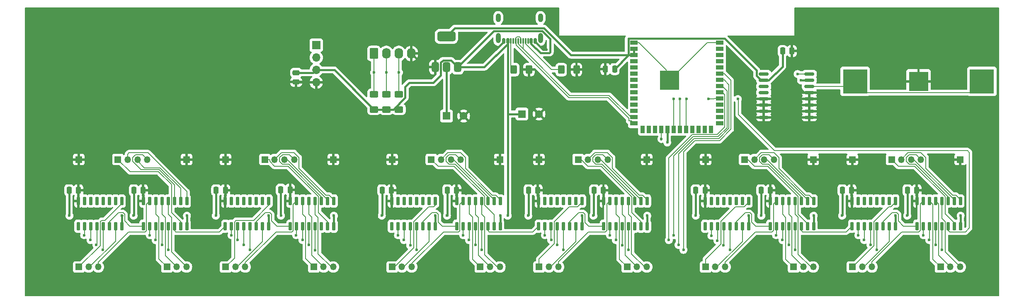
<source format=gbr>
%TF.GenerationSoftware,KiCad,Pcbnew,8.0.3*%
%TF.CreationDate,2024-07-13T20:38:16+02:00*%
%TF.ProjectId,Steuerplatine,53746575-6572-4706-9c61-74696e652e6b,rev?*%
%TF.SameCoordinates,Original*%
%TF.FileFunction,Copper,L1,Top*%
%TF.FilePolarity,Positive*%
%FSLAX46Y46*%
G04 Gerber Fmt 4.6, Leading zero omitted, Abs format (unit mm)*
G04 Created by KiCad (PCBNEW 8.0.3) date 2024-07-13 20:38:16*
%MOMM*%
%LPD*%
G01*
G04 APERTURE LIST*
G04 Aperture macros list*
%AMRoundRect*
0 Rectangle with rounded corners*
0 $1 Rounding radius*
0 $2 $3 $4 $5 $6 $7 $8 $9 X,Y pos of 4 corners*
0 Add a 4 corners polygon primitive as box body*
4,1,4,$2,$3,$4,$5,$6,$7,$8,$9,$2,$3,0*
0 Add four circle primitives for the rounded corners*
1,1,$1+$1,$2,$3*
1,1,$1+$1,$4,$5*
1,1,$1+$1,$6,$7*
1,1,$1+$1,$8,$9*
0 Add four rect primitives between the rounded corners*
20,1,$1+$1,$2,$3,$4,$5,0*
20,1,$1+$1,$4,$5,$6,$7,0*
20,1,$1+$1,$6,$7,$8,$9,0*
20,1,$1+$1,$8,$9,$2,$3,0*%
G04 Aperture macros list end*
%TA.AperFunction,ComponentPad*%
%ADD10R,1.350000X1.350000*%
%TD*%
%TA.AperFunction,SMDPad,CuDef*%
%ADD11RoundRect,0.150000X0.150000X0.425000X-0.150000X0.425000X-0.150000X-0.425000X0.150000X-0.425000X0*%
%TD*%
%TA.AperFunction,SMDPad,CuDef*%
%ADD12RoundRect,0.075000X0.075000X0.500000X-0.075000X0.500000X-0.075000X-0.500000X0.075000X-0.500000X0*%
%TD*%
%TA.AperFunction,ComponentPad*%
%ADD13O,1.000000X2.100000*%
%TD*%
%TA.AperFunction,ComponentPad*%
%ADD14O,1.000000X1.800000*%
%TD*%
%TA.AperFunction,ComponentPad*%
%ADD15O,1.350000X1.350000*%
%TD*%
%TA.AperFunction,SMDPad,CuDef*%
%ADD16RoundRect,0.150000X-0.150000X0.725000X-0.150000X-0.725000X0.150000X-0.725000X0.150000X0.725000X0*%
%TD*%
%TA.AperFunction,SMDPad,CuDef*%
%ADD17RoundRect,0.250000X-0.250000X-0.475000X0.250000X-0.475000X0.250000X0.475000X-0.250000X0.475000X0*%
%TD*%
%TA.AperFunction,SMDPad,CuDef*%
%ADD18RoundRect,0.250000X0.250000X0.475000X-0.250000X0.475000X-0.250000X-0.475000X0.250000X-0.475000X0*%
%TD*%
%TA.AperFunction,ComponentPad*%
%ADD19R,1.600000X1.600000*%
%TD*%
%TA.AperFunction,ComponentPad*%
%ADD20C,1.600000*%
%TD*%
%TA.AperFunction,SMDPad,CuDef*%
%ADD21RoundRect,0.250000X-0.475000X0.250000X-0.475000X-0.250000X0.475000X-0.250000X0.475000X0.250000X0*%
%TD*%
%TA.AperFunction,SMDPad,CuDef*%
%ADD22RoundRect,0.250000X0.400000X0.625000X-0.400000X0.625000X-0.400000X-0.625000X0.400000X-0.625000X0*%
%TD*%
%TA.AperFunction,SMDPad,CuDef*%
%ADD23RoundRect,0.150000X-0.875000X-0.150000X0.875000X-0.150000X0.875000X0.150000X-0.875000X0.150000X0*%
%TD*%
%TA.AperFunction,SMDPad,CuDef*%
%ADD24R,5.000000X5.000000*%
%TD*%
%TA.AperFunction,SMDPad,CuDef*%
%ADD25R,4.000000X4.000000*%
%TD*%
%TA.AperFunction,SMDPad,CuDef*%
%ADD26RoundRect,0.250000X-0.625000X0.400000X-0.625000X-0.400000X0.625000X-0.400000X0.625000X0.400000X0*%
%TD*%
%TA.AperFunction,ComponentPad*%
%ADD27RoundRect,0.250000X-0.620000X-0.845000X0.620000X-0.845000X0.620000X0.845000X-0.620000X0.845000X0*%
%TD*%
%TA.AperFunction,ComponentPad*%
%ADD28O,1.740000X2.190000*%
%TD*%
%TA.AperFunction,SMDPad,CuDef*%
%ADD29RoundRect,0.375000X0.375000X-0.625000X0.375000X0.625000X-0.375000X0.625000X-0.375000X-0.625000X0*%
%TD*%
%TA.AperFunction,SMDPad,CuDef*%
%ADD30RoundRect,0.500000X1.400000X-0.500000X1.400000X0.500000X-1.400000X0.500000X-1.400000X-0.500000X0*%
%TD*%
%TA.AperFunction,ComponentPad*%
%ADD31R,1.700000X1.700000*%
%TD*%
%TA.AperFunction,ComponentPad*%
%ADD32O,1.700000X1.700000*%
%TD*%
%TA.AperFunction,SMDPad,CuDef*%
%ADD33R,1.500000X0.900000*%
%TD*%
%TA.AperFunction,SMDPad,CuDef*%
%ADD34R,0.900000X1.500000*%
%TD*%
%TA.AperFunction,HeatsinkPad*%
%ADD35C,0.600000*%
%TD*%
%TA.AperFunction,SMDPad,CuDef*%
%ADD36R,3.900000X3.900000*%
%TD*%
%TA.AperFunction,ViaPad*%
%ADD37C,0.600000*%
%TD*%
%TA.AperFunction,Conductor*%
%ADD38C,0.400000*%
%TD*%
%TA.AperFunction,Conductor*%
%ADD39C,0.200000*%
%TD*%
G04 APERTURE END LIST*
D10*
%TO.P,J15,1,Pin_1*%
%TO.N,GND*%
X91500000Y-61500000D03*
%TD*%
D11*
%TO.P,J33,A1,GND*%
%TO.N,GND*%
X154700000Y-37255000D03*
%TO.P,J33,A4,VBUS*%
%TO.N,+5V*%
X153900000Y-37255000D03*
D12*
%TO.P,J33,A5,CC1*%
%TO.N,Net-(J33-CC1)*%
X152750000Y-37254999D03*
%TO.P,J33,A6,D+*%
%TO.N,USB_D+*%
X151750000Y-37255000D03*
%TO.P,J33,A7,D-*%
%TO.N,USB_D-*%
X151250000Y-37255000D03*
%TO.P,J33,A8*%
%TO.N,N/C*%
X150250000Y-37254999D03*
D11*
%TO.P,J33,A9,VBUS*%
%TO.N,+5V*%
X149100000Y-37255000D03*
%TO.P,J33,A12,GND*%
%TO.N,GND*%
X148300000Y-37255000D03*
%TO.P,J33,B1,GND*%
X148300000Y-37255000D03*
%TO.P,J33,B4,VBUS*%
%TO.N,+5V*%
X149100000Y-37255000D03*
D12*
%TO.P,J33,B5,CC2*%
%TO.N,Net-(J33-CC2)*%
X149750000Y-37255000D03*
%TO.P,J33,B6,D+*%
%TO.N,USB_D+*%
X150750000Y-37255000D03*
%TO.P,J33,B7,D-*%
%TO.N,USB_D-*%
X152250000Y-37255000D03*
%TO.P,J33,B8*%
%TO.N,N/C*%
X153250000Y-37255000D03*
D11*
%TO.P,J33,B9,VBUS*%
%TO.N,+5V*%
X153900000Y-37255000D03*
%TO.P,J33,B12,GND*%
%TO.N,GND*%
X154700000Y-37255000D03*
D13*
%TO.P,J33,S1,SHIELD*%
%TO.N,unconnected-(J33-SHIELD-PadS1)*%
X155820000Y-36680000D03*
D14*
X155820000Y-32500000D03*
D13*
X147180000Y-36680000D03*
D14*
X147180000Y-32500000D03*
%TD*%
D10*
%TO.P,J27,1,Pin_1*%
%TO.N,GND*%
X83500000Y-61500000D03*
%TD*%
%TO.P,J21,1,Pin_1*%
%TO.N,Net-(J21-Pin_1)*%
X69500000Y-61500000D03*
D15*
%TO.P,J21,2,Pin_2*%
%TO.N,Net-(J21-Pin_2)*%
X71500000Y-61500000D03*
%TO.P,J21,3,Pin_3*%
%TO.N,Net-(J21-Pin_3)*%
X73500000Y-61500000D03*
%TO.P,J21,4,Pin_4*%
%TO.N,Net-(J21-Pin_4)*%
X75500000Y-61500000D03*
%TD*%
D16*
%TO.P,U9,1,QB*%
%TO.N,Net-(J20-Pin_2)*%
X147590002Y-70000000D03*
%TO.P,U9,2,QC*%
%TO.N,Net-(J20-Pin_3)*%
X146320001Y-70000000D03*
%TO.P,U9,3,QD*%
%TO.N,Net-(J20-Pin_4)*%
X145050000Y-70000000D03*
%TO.P,U9,4,QE*%
%TO.N,Net-(J23-Pin_3)*%
X143780001Y-70000000D03*
%TO.P,U9,5,QF*%
%TO.N,Net-(J23-Pin_2)*%
X142510001Y-70000000D03*
%TO.P,U9,6,QG*%
%TO.N,Net-(J23-Pin_1)*%
X141240002Y-70000000D03*
%TO.P,U9,7,QH*%
%TO.N,Net-(J17-Pin_3)*%
X139970001Y-70000000D03*
%TO.P,U9,8,GND*%
%TO.N,GND*%
X138700000Y-70000000D03*
%TO.P,U9,9,QH'*%
%TO.N,Net-(U10-SER)*%
X138700000Y-75150000D03*
%TO.P,U9,10,~{SRCLR}*%
%TO.N,SR_CLR*%
X139970001Y-75150000D03*
%TO.P,U9,11,SRCLK*%
%TO.N,SR_CLK*%
X141240002Y-75150000D03*
%TO.P,U9,12,RCLK*%
%TO.N,LOAD*%
X142510001Y-75150000D03*
%TO.P,U9,13,~{OE}*%
%TO.N,OE*%
X143780001Y-75150000D03*
%TO.P,U9,14,SER*%
%TO.N,Net-(U4-QH')*%
X145050000Y-75150000D03*
%TO.P,U9,15,QA*%
%TO.N,Net-(J20-Pin_1)*%
X146320001Y-75150000D03*
%TO.P,U9,16,VCC*%
%TO.N,+5V*%
X147590002Y-75150000D03*
%TD*%
D17*
%TO.P,C11,1*%
%TO.N,+5V*%
X72750000Y-67800000D03*
%TO.P,C11,2*%
%TO.N,GND*%
X74650000Y-67800000D03*
%TD*%
%TO.P,C2,1*%
%TO.N,+5V*%
X217450000Y-67800000D03*
%TO.P,C2,2*%
%TO.N,GND*%
X219350000Y-67800000D03*
%TD*%
D10*
%TO.P,J2,1,Pin_1*%
%TO.N,Net-(J2-Pin_1)*%
X155500000Y-83500000D03*
D15*
%TO.P,J2,2,Pin_2*%
%TO.N,Net-(J2-Pin_2)*%
X157500000Y-83500000D03*
%TO.P,J2,3,Pin_3*%
%TO.N,Net-(J2-Pin_3)*%
X159500000Y-83500000D03*
%TD*%
D17*
%TO.P,C4,1*%
%TO.N,+5V*%
X153350000Y-67800000D03*
%TO.P,C4,2*%
%TO.N,GND*%
X155250000Y-67800000D03*
%TD*%
D10*
%TO.P,J29,1,Pin_1*%
%TO.N,GND*%
X125500000Y-61500000D03*
%TD*%
D16*
%TO.P,U8,1,QB*%
%TO.N,Net-(J16-Pin_1)*%
X198300000Y-70000000D03*
%TO.P,U8,2,QC*%
%TO.N,unconnected-(U8-QC-Pad2)*%
X197029999Y-70000000D03*
%TO.P,U8,3,QD*%
%TO.N,unconnected-(U8-QD-Pad3)*%
X195759998Y-70000000D03*
%TO.P,U8,4,QE*%
%TO.N,unconnected-(U8-QE-Pad4)*%
X194489999Y-70000000D03*
%TO.P,U8,5,QF*%
%TO.N,unconnected-(U8-QF-Pad5)*%
X193219999Y-70000000D03*
%TO.P,U8,6,QG*%
%TO.N,unconnected-(U8-QG-Pad6)*%
X191950000Y-70000000D03*
%TO.P,U8,7,QH*%
%TO.N,unconnected-(U8-QH-Pad7)*%
X190679999Y-70000000D03*
%TO.P,U8,8,GND*%
%TO.N,GND*%
X189409998Y-70000000D03*
%TO.P,U8,9,QH'*%
%TO.N,Net-(U3-SER)*%
X189409998Y-75150000D03*
%TO.P,U8,10,~{SRCLR}*%
%TO.N,SR_CLR*%
X190679999Y-75150000D03*
%TO.P,U8,11,SRCLK*%
%TO.N,SR_CLK*%
X191950000Y-75150000D03*
%TO.P,U8,12,RCLK*%
%TO.N,LOAD*%
X193219999Y-75150000D03*
%TO.P,U8,13,~{OE}*%
%TO.N,OE*%
X194489999Y-75150000D03*
%TO.P,U8,14,SER*%
%TO.N,Net-(U7-QH')*%
X195759998Y-75150000D03*
%TO.P,U8,15,QA*%
%TO.N,Net-(J16-Pin_2)*%
X197029999Y-75150000D03*
%TO.P,U8,16,VCC*%
%TO.N,+5V*%
X198300000Y-75150000D03*
%TD*%
D18*
%TO.P,C13,1*%
%TO.N,+3V3*%
X170949999Y-43000000D03*
%TO.P,C13,2*%
%TO.N,GND*%
X169050001Y-43000000D03*
%TD*%
D10*
%TO.P,J3,1,Pin_1*%
%TO.N,Net-(J3-Pin_1)*%
X91500000Y-83500000D03*
D15*
%TO.P,J3,2,Pin_2*%
%TO.N,Net-(J3-Pin_2)*%
X93500000Y-83500000D03*
%TO.P,J3,3,Pin_3*%
%TO.N,Net-(J3-Pin_3)*%
X95500000Y-83500000D03*
%TD*%
D17*
%TO.P,C1,1*%
%TO.N,+5V*%
X230750000Y-67800000D03*
%TO.P,C1,2*%
%TO.N,GND*%
X232650000Y-67800000D03*
%TD*%
D10*
%TO.P,J22,1,Pin_1*%
%TO.N,Net-(J22-Pin_1)*%
X207500000Y-83500000D03*
D15*
%TO.P,J22,2,Pin_2*%
%TO.N,Net-(J22-Pin_2)*%
X209500000Y-83500000D03*
%TO.P,J22,3,Pin_3*%
%TO.N,Net-(J22-Pin_3)*%
X211500000Y-83500000D03*
%TD*%
D19*
%TO.P,C16,1*%
%TO.N,+5V*%
X152000000Y-52200000D03*
D20*
%TO.P,C16,2*%
%TO.N,GND*%
X155500000Y-52200000D03*
%TD*%
D10*
%TO.P,J18,1,Pin_1*%
%TO.N,Net-(J18-Pin_1)*%
X61499999Y-83500000D03*
D15*
%TO.P,J18,2,Pin_2*%
%TO.N,Net-(J18-Pin_2)*%
X63499999Y-83500000D03*
%TO.P,J18,3,Pin_3*%
%TO.N,Net-(J18-Pin_3)*%
X65499999Y-83500000D03*
%TD*%
D17*
%TO.P,C9,1*%
%TO.N,+5V*%
X136750000Y-67800000D03*
%TO.P,C9,2*%
%TO.N,GND*%
X138650000Y-67800000D03*
%TD*%
%TO.P,C14,1*%
%TO.N,+3V3*%
X205250000Y-39300000D03*
%TO.P,C14,2*%
%TO.N,GND*%
X207150000Y-39300000D03*
%TD*%
D10*
%TO.P,J14,1,Pin_1*%
%TO.N,GND*%
X155500000Y-61500000D03*
%TD*%
%TO.P,J5,1,Pin_1*%
%TO.N,Net-(J5-Pin_1)*%
X163500000Y-61500000D03*
D15*
%TO.P,J5,2,Pin_2*%
%TO.N,Net-(J5-Pin_2)*%
X165500000Y-61500000D03*
%TO.P,J5,3,Pin_3*%
%TO.N,Net-(J5-Pin_3)*%
X167500000Y-61500000D03*
%TO.P,J5,4,Pin_4*%
%TO.N,Net-(J5-Pin_4)*%
X169500000Y-61500000D03*
%TD*%
D21*
%TO.P,C15,1*%
%TO.N,+5V*%
X105900000Y-43750001D03*
%TO.P,C15,2*%
%TO.N,GND*%
X105900000Y-45649999D03*
%TD*%
D22*
%TO.P,R5,1*%
%TO.N,GND*%
X153450001Y-43100000D03*
%TO.P,R5,2*%
%TO.N,Net-(J33-CC2)*%
X150349999Y-43100000D03*
%TD*%
D10*
%TO.P,J9,1,Pin_1*%
%TO.N,Net-(J9-Pin_1)*%
X109500000Y-83500000D03*
D15*
%TO.P,J9,2,Pin_2*%
%TO.N,Net-(J9-Pin_2)*%
X111500000Y-83500000D03*
%TO.P,J9,3,Pin_3*%
%TO.N,Net-(J9-Pin_3)*%
X113500000Y-83500000D03*
%TD*%
D10*
%TO.P,J8,1,Pin_1*%
%TO.N,Net-(J8-Pin_1)*%
X173500000Y-83500000D03*
D15*
%TO.P,J8,2,Pin_2*%
%TO.N,Net-(J8-Pin_2)*%
X175500000Y-83500000D03*
%TO.P,J8,3,Pin_3*%
%TO.N,Net-(J8-Pin_3)*%
X177500000Y-83500000D03*
%TD*%
D16*
%TO.P,U1,1,QB*%
%TO.N,Net-(J4-Pin_2)*%
X241590002Y-70000000D03*
%TO.P,U1,2,QC*%
%TO.N,Net-(J4-Pin_3)*%
X240320001Y-70000000D03*
%TO.P,U1,3,QD*%
%TO.N,Net-(J4-Pin_4)*%
X239050000Y-70000000D03*
%TO.P,U1,4,QE*%
%TO.N,Net-(J7-Pin_3)*%
X237780001Y-70000000D03*
%TO.P,U1,5,QF*%
%TO.N,Net-(J7-Pin_2)*%
X236510001Y-70000000D03*
%TO.P,U1,6,QG*%
%TO.N,Net-(J7-Pin_1)*%
X235240002Y-70000000D03*
%TO.P,U1,7,QH*%
%TO.N,Net-(J1-Pin_3)*%
X233970001Y-70000000D03*
%TO.P,U1,8,GND*%
%TO.N,GND*%
X232700000Y-70000000D03*
%TO.P,U1,9,QH'*%
%TO.N,Net-(U1-QH')*%
X232700000Y-75150000D03*
%TO.P,U1,10,~{SRCLR}*%
%TO.N,SR_CLR*%
X233970001Y-75150000D03*
%TO.P,U1,11,SRCLK*%
%TO.N,SR_CLK*%
X235240002Y-75150000D03*
%TO.P,U1,12,RCLK*%
%TO.N,LOAD*%
X236510001Y-75150000D03*
%TO.P,U1,13,~{OE}*%
%TO.N,OE*%
X237780001Y-75150000D03*
%TO.P,U1,14,SER*%
%TO.N,DATA*%
X239050000Y-75150000D03*
%TO.P,U1,15,QA*%
%TO.N,Net-(J4-Pin_1)*%
X240320001Y-75150000D03*
%TO.P,U1,16,VCC*%
%TO.N,+5V*%
X241590002Y-75150000D03*
%TD*%
D10*
%TO.P,J16,1,Pin_1*%
%TO.N,Net-(J16-Pin_1)*%
X189500000Y-83500000D03*
D15*
%TO.P,J16,2,Pin_2*%
%TO.N,Net-(J16-Pin_2)*%
X191500000Y-83500000D03*
%TO.P,J16,3,Pin_3*%
%TO.N,Net-(J16-Pin_3)*%
X193500000Y-83500000D03*
%TD*%
D23*
%TO.P,U13,1,32KHZ*%
%TO.N,unconnected-(U13-32KHZ-Pad1)*%
X201400000Y-44000000D03*
%TO.P,U13,2,VCC*%
%TO.N,+3V3*%
X201400000Y-45270000D03*
%TO.P,U13,3,~{INT}/SQW*%
%TO.N,unconnected-(U13-~{INT}{slash}SQW-Pad3)*%
X201400000Y-46540000D03*
%TO.P,U13,4,~{RST}*%
%TO.N,RESET*%
X201400000Y-47810000D03*
%TO.P,U13,5,GND*%
%TO.N,GND*%
X201400000Y-49080000D03*
%TO.P,U13,6,GND*%
X201400000Y-50350000D03*
%TO.P,U13,7,GND*%
X201400000Y-51620000D03*
%TO.P,U13,8,GND*%
X201400000Y-52890000D03*
%TO.P,U13,9,GND*%
X210700000Y-52890000D03*
%TO.P,U13,10,GND*%
X210700000Y-51620000D03*
%TO.P,U13,11,GND*%
X210700000Y-50350000D03*
%TO.P,U13,12,GND*%
X210700000Y-49080000D03*
%TO.P,U13,13,GND*%
X210700000Y-47810000D03*
%TO.P,U13,14,VBAT*%
%TO.N,Net-(BT1-+)*%
X210700000Y-46540000D03*
%TO.P,U13,15,SDA*%
%TO.N,SDA*%
X210700000Y-45270000D03*
%TO.P,U13,16,SCL*%
%TO.N,SCL*%
X210700000Y-44000000D03*
%TD*%
D10*
%TO.P,J10,1,Pin_1*%
%TO.N,GND*%
X241500000Y-61500000D03*
%TD*%
%TO.P,J7,1,Pin_1*%
%TO.N,Net-(J7-Pin_1)*%
X237500000Y-83500000D03*
D15*
%TO.P,J7,2,Pin_2*%
%TO.N,Net-(J7-Pin_2)*%
X239500000Y-83500000D03*
%TO.P,J7,3,Pin_3*%
%TO.N,Net-(J7-Pin_3)*%
X241500000Y-83500000D03*
%TD*%
D16*
%TO.P,U5,1,QB*%
%TO.N,Net-(J6-Pin_2)*%
X113590002Y-70000000D03*
%TO.P,U5,2,QC*%
%TO.N,Net-(J6-Pin_3)*%
X112320001Y-70000000D03*
%TO.P,U5,3,QD*%
%TO.N,Net-(J6-Pin_4)*%
X111050000Y-70000000D03*
%TO.P,U5,4,QE*%
%TO.N,Net-(J9-Pin_3)*%
X109780001Y-70000000D03*
%TO.P,U5,5,QF*%
%TO.N,Net-(J9-Pin_2)*%
X108510001Y-70000000D03*
%TO.P,U5,6,QG*%
%TO.N,Net-(J9-Pin_1)*%
X107240002Y-70000000D03*
%TO.P,U5,7,QH*%
%TO.N,Net-(J3-Pin_3)*%
X105970001Y-70000000D03*
%TO.P,U5,8,GND*%
%TO.N,GND*%
X104700000Y-70000000D03*
%TO.P,U5,9,QH'*%
%TO.N,Net-(U5-QH')*%
X104700000Y-75150000D03*
%TO.P,U5,10,~{SRCLR}*%
%TO.N,SR_CLR*%
X105970001Y-75150000D03*
%TO.P,U5,11,SRCLK*%
%TO.N,SR_CLK*%
X107240002Y-75150000D03*
%TO.P,U5,12,RCLK*%
%TO.N,LOAD*%
X108510001Y-75150000D03*
%TO.P,U5,13,~{OE}*%
%TO.N,OE*%
X109780001Y-75150000D03*
%TO.P,U5,14,SER*%
%TO.N,Net-(U10-QH')*%
X111050000Y-75150000D03*
%TO.P,U5,15,QA*%
%TO.N,Net-(J6-Pin_1)*%
X112320001Y-75150000D03*
%TO.P,U5,16,VCC*%
%TO.N,+5V*%
X113590002Y-75150000D03*
%TD*%
D17*
%TO.P,C8,1*%
%TO.N,+5V*%
X187500000Y-67800000D03*
%TO.P,C8,2*%
%TO.N,GND*%
X189400000Y-67800000D03*
%TD*%
D16*
%TO.P,U3,1,QB*%
%TO.N,Net-(J5-Pin_2)*%
X177590002Y-70000000D03*
%TO.P,U3,2,QC*%
%TO.N,Net-(J5-Pin_3)*%
X176320001Y-70000000D03*
%TO.P,U3,3,QD*%
%TO.N,Net-(J5-Pin_4)*%
X175050000Y-70000000D03*
%TO.P,U3,4,QE*%
%TO.N,Net-(J8-Pin_3)*%
X173780001Y-70000000D03*
%TO.P,U3,5,QF*%
%TO.N,Net-(J8-Pin_2)*%
X172510001Y-70000000D03*
%TO.P,U3,6,QG*%
%TO.N,Net-(J8-Pin_1)*%
X171240002Y-70000000D03*
%TO.P,U3,7,QH*%
%TO.N,Net-(J2-Pin_3)*%
X169970001Y-70000000D03*
%TO.P,U3,8,GND*%
%TO.N,GND*%
X168700000Y-70000000D03*
%TO.P,U3,9,QH'*%
%TO.N,Net-(U3-QH')*%
X168700000Y-75150000D03*
%TO.P,U3,10,~{SRCLR}*%
%TO.N,SR_CLR*%
X169970001Y-75150000D03*
%TO.P,U3,11,SRCLK*%
%TO.N,SR_CLK*%
X171240002Y-75150000D03*
%TO.P,U3,12,RCLK*%
%TO.N,LOAD*%
X172510001Y-75150000D03*
%TO.P,U3,13,~{OE}*%
%TO.N,OE*%
X173780001Y-75150000D03*
%TO.P,U3,14,SER*%
%TO.N,Net-(U3-SER)*%
X175050000Y-75150000D03*
%TO.P,U3,15,QA*%
%TO.N,Net-(J5-Pin_1)*%
X176320001Y-75150000D03*
%TO.P,U3,16,VCC*%
%TO.N,+5V*%
X177590002Y-75150000D03*
%TD*%
%TO.P,U10,1,QB*%
%TO.N,Net-(J17-Pin_1)*%
X134300000Y-70000000D03*
%TO.P,U10,2,QC*%
%TO.N,unconnected-(U10-QC-Pad2)*%
X133029999Y-70000000D03*
%TO.P,U10,3,QD*%
%TO.N,unconnected-(U10-QD-Pad3)*%
X131759998Y-70000000D03*
%TO.P,U10,4,QE*%
%TO.N,unconnected-(U10-QE-Pad4)*%
X130489999Y-70000000D03*
%TO.P,U10,5,QF*%
%TO.N,unconnected-(U10-QF-Pad5)*%
X129219999Y-70000000D03*
%TO.P,U10,6,QG*%
%TO.N,unconnected-(U10-QG-Pad6)*%
X127950000Y-70000000D03*
%TO.P,U10,7,QH*%
%TO.N,unconnected-(U10-QH-Pad7)*%
X126679999Y-70000000D03*
%TO.P,U10,8,GND*%
%TO.N,GND*%
X125409998Y-70000000D03*
%TO.P,U10,9,QH'*%
%TO.N,Net-(U10-QH')*%
X125409998Y-75150000D03*
%TO.P,U10,10,~{SRCLR}*%
%TO.N,SR_CLR*%
X126679999Y-75150000D03*
%TO.P,U10,11,SRCLK*%
%TO.N,SR_CLK*%
X127950000Y-75150000D03*
%TO.P,U10,12,RCLK*%
%TO.N,LOAD*%
X129219999Y-75150000D03*
%TO.P,U10,13,~{OE}*%
%TO.N,OE*%
X130489999Y-75150000D03*
%TO.P,U10,14,SER*%
%TO.N,Net-(U10-SER)*%
X131759998Y-75150000D03*
%TO.P,U10,15,QA*%
%TO.N,Net-(J17-Pin_2)*%
X133029999Y-75150000D03*
%TO.P,U10,16,VCC*%
%TO.N,+5V*%
X134300000Y-75150000D03*
%TD*%
D24*
%TO.P,BT1,1,+*%
%TO.N,Net-(BT1-+)*%
X220050000Y-45509227D03*
X245950000Y-45509227D03*
D25*
%TO.P,BT1,2,-*%
%TO.N,GND*%
X233000000Y-45509227D03*
%TD*%
D22*
%TO.P,R4,1*%
%TO.N,GND*%
X163150001Y-43100000D03*
%TO.P,R4,2*%
%TO.N,Net-(J33-CC1)*%
X160049999Y-43100000D03*
%TD*%
D26*
%TO.P,R2,1*%
%TO.N,Button_2*%
X124300000Y-48149999D03*
%TO.P,R2,2*%
%TO.N,+5V*%
X124300000Y-51250001D03*
%TD*%
D16*
%TO.P,U7,1,QB*%
%TO.N,Net-(J19-Pin_2)*%
X211590002Y-70000000D03*
%TO.P,U7,2,QC*%
%TO.N,Net-(J19-Pin_3)*%
X210320001Y-70000000D03*
%TO.P,U7,3,QD*%
%TO.N,Net-(J19-Pin_4)*%
X209050000Y-70000000D03*
%TO.P,U7,4,QE*%
%TO.N,Net-(J22-Pin_3)*%
X207780001Y-70000000D03*
%TO.P,U7,5,QF*%
%TO.N,Net-(J22-Pin_2)*%
X206510001Y-70000000D03*
%TO.P,U7,6,QG*%
%TO.N,Net-(J22-Pin_1)*%
X205240002Y-70000000D03*
%TO.P,U7,7,QH*%
%TO.N,Net-(J16-Pin_3)*%
X203970001Y-70000000D03*
%TO.P,U7,8,GND*%
%TO.N,GND*%
X202700000Y-70000000D03*
%TO.P,U7,9,QH'*%
%TO.N,Net-(U7-QH')*%
X202700000Y-75150000D03*
%TO.P,U7,10,~{SRCLR}*%
%TO.N,SR_CLR*%
X203970001Y-75150000D03*
%TO.P,U7,11,SRCLK*%
%TO.N,SR_CLK*%
X205240002Y-75150000D03*
%TO.P,U7,12,RCLK*%
%TO.N,LOAD*%
X206510001Y-75150000D03*
%TO.P,U7,13,~{OE}*%
%TO.N,OE*%
X207780001Y-75150000D03*
%TO.P,U7,14,SER*%
%TO.N,Net-(U2-QH')*%
X209050000Y-75150000D03*
%TO.P,U7,15,QA*%
%TO.N,Net-(J19-Pin_1)*%
X210320001Y-75150000D03*
%TO.P,U7,16,VCC*%
%TO.N,+5V*%
X211590002Y-75150000D03*
%TD*%
D10*
%TO.P,J20,1,Pin_1*%
%TO.N,Net-(J20-Pin_1)*%
X133500000Y-61500000D03*
D15*
%TO.P,J20,2,Pin_2*%
%TO.N,Net-(J20-Pin_2)*%
X135500000Y-61500000D03*
%TO.P,J20,3,Pin_3*%
%TO.N,Net-(J20-Pin_3)*%
X137500000Y-61500000D03*
%TO.P,J20,4,Pin_4*%
%TO.N,Net-(J20-Pin_4)*%
X139500000Y-61500000D03*
%TD*%
D17*
%TO.P,C6,1*%
%TO.N,+5V*%
X89550000Y-67800000D03*
%TO.P,C6,2*%
%TO.N,GND*%
X91450000Y-67800000D03*
%TD*%
D10*
%TO.P,J28,1,Pin_1*%
%TO.N,GND*%
X189500000Y-61500000D03*
%TD*%
%TO.P,J17,1,Pin_1*%
%TO.N,Net-(J17-Pin_1)*%
X125500000Y-83500000D03*
D15*
%TO.P,J17,2,Pin_2*%
%TO.N,Net-(J17-Pin_2)*%
X127500000Y-83500000D03*
%TO.P,J17,3,Pin_3*%
%TO.N,Net-(J17-Pin_3)*%
X129500000Y-83500000D03*
%TD*%
D17*
%TO.P,C12,1*%
%TO.N,+5V*%
X59550000Y-67800000D03*
%TO.P,C12,2*%
%TO.N,GND*%
X61450000Y-67800000D03*
%TD*%
D10*
%TO.P,J4,1,Pin_1*%
%TO.N,Net-(J4-Pin_1)*%
X227500000Y-61500000D03*
D15*
%TO.P,J4,2,Pin_2*%
%TO.N,Net-(J4-Pin_2)*%
X229500000Y-61500000D03*
%TO.P,J4,3,Pin_3*%
%TO.N,Net-(J4-Pin_3)*%
X231500000Y-61500000D03*
%TO.P,J4,4,Pin_4*%
%TO.N,Net-(J4-Pin_4)*%
X233500000Y-61500000D03*
%TD*%
D10*
%TO.P,J25,1,Pin_1*%
%TO.N,GND*%
X211500000Y-61500000D03*
%TD*%
D16*
%TO.P,U12,1,QB*%
%TO.N,Net-(J18-Pin_1)*%
X70300000Y-70000000D03*
%TO.P,U12,2,QC*%
%TO.N,unconnected-(U12-QC-Pad2)*%
X69029999Y-70000000D03*
%TO.P,U12,3,QD*%
%TO.N,unconnected-(U12-QD-Pad3)*%
X67759998Y-70000000D03*
%TO.P,U12,4,QE*%
%TO.N,unconnected-(U12-QE-Pad4)*%
X66489999Y-70000000D03*
%TO.P,U12,5,QF*%
%TO.N,unconnected-(U12-QF-Pad5)*%
X65219999Y-70000000D03*
%TO.P,U12,6,QG*%
%TO.N,unconnected-(U12-QG-Pad6)*%
X63950000Y-70000000D03*
%TO.P,U12,7,QH*%
%TO.N,unconnected-(U12-QH-Pad7)*%
X62679999Y-70000000D03*
%TO.P,U12,8,GND*%
%TO.N,GND*%
X61409998Y-70000000D03*
%TO.P,U12,9,QH'*%
%TO.N,unconnected-(U12-QH'-Pad9)*%
X61409998Y-75150000D03*
%TO.P,U12,10,~{SRCLR}*%
%TO.N,SR_CLR*%
X62679999Y-75150000D03*
%TO.P,U12,11,SRCLK*%
%TO.N,SR_CLK*%
X63950000Y-75150000D03*
%TO.P,U12,12,RCLK*%
%TO.N,LOAD*%
X65219999Y-75150000D03*
%TO.P,U12,13,~{OE}*%
%TO.N,OE*%
X66489999Y-75150000D03*
%TO.P,U12,14,SER*%
%TO.N,Net-(U11-QH')*%
X67759998Y-75150000D03*
%TO.P,U12,15,QA*%
%TO.N,Net-(J18-Pin_2)*%
X69029999Y-75150000D03*
%TO.P,U12,16,VCC*%
%TO.N,+5V*%
X70300000Y-75150000D03*
%TD*%
D10*
%TO.P,J19,1,Pin_1*%
%TO.N,Net-(J19-Pin_1)*%
X197500000Y-61500000D03*
D15*
%TO.P,J19,2,Pin_2*%
%TO.N,Net-(J19-Pin_2)*%
X199500000Y-61500000D03*
%TO.P,J19,3,Pin_3*%
%TO.N,Net-(J19-Pin_3)*%
X201500000Y-61500000D03*
%TO.P,J19,4,Pin_4*%
%TO.N,Net-(J19-Pin_4)*%
X203500000Y-61500000D03*
%TD*%
D16*
%TO.P,U4,1,QB*%
%TO.N,Net-(J2-Pin_1)*%
X164300000Y-70000000D03*
%TO.P,U4,2,QC*%
%TO.N,unconnected-(U4-QC-Pad2)*%
X163029999Y-70000000D03*
%TO.P,U4,3,QD*%
%TO.N,unconnected-(U4-QD-Pad3)*%
X161759998Y-70000000D03*
%TO.P,U4,4,QE*%
%TO.N,unconnected-(U4-QE-Pad4)*%
X160489999Y-70000000D03*
%TO.P,U4,5,QF*%
%TO.N,unconnected-(U4-QF-Pad5)*%
X159219999Y-70000000D03*
%TO.P,U4,6,QG*%
%TO.N,unconnected-(U4-QG-Pad6)*%
X157950000Y-70000000D03*
%TO.P,U4,7,QH*%
%TO.N,unconnected-(U4-QH-Pad7)*%
X156679999Y-70000000D03*
%TO.P,U4,8,GND*%
%TO.N,GND*%
X155409998Y-70000000D03*
%TO.P,U4,9,QH'*%
%TO.N,Net-(U4-QH')*%
X155409998Y-75150000D03*
%TO.P,U4,10,~{SRCLR}*%
%TO.N,SR_CLR*%
X156679999Y-75150000D03*
%TO.P,U4,11,SRCLK*%
%TO.N,SR_CLK*%
X157950000Y-75150000D03*
%TO.P,U4,12,RCLK*%
%TO.N,LOAD*%
X159219999Y-75150000D03*
%TO.P,U4,13,~{OE}*%
%TO.N,OE*%
X160489999Y-75150000D03*
%TO.P,U4,14,SER*%
%TO.N,Net-(U3-QH')*%
X161759998Y-75150000D03*
%TO.P,U4,15,QA*%
%TO.N,Net-(J2-Pin_2)*%
X163029999Y-75150000D03*
%TO.P,U4,16,VCC*%
%TO.N,+5V*%
X164300000Y-75150000D03*
%TD*%
D26*
%TO.P,R3,1*%
%TO.N,Button_3*%
X126900000Y-48149999D03*
%TO.P,R3,2*%
%TO.N,+5V*%
X126900000Y-51250001D03*
%TD*%
D10*
%TO.P,J24,1,Pin_1*%
%TO.N,Net-(J24-Pin_1)*%
X79500000Y-83500000D03*
D15*
%TO.P,J24,2,Pin_2*%
%TO.N,Net-(J24-Pin_2)*%
X81500000Y-83500000D03*
%TO.P,J24,3,Pin_3*%
%TO.N,Net-(J24-Pin_3)*%
X83500000Y-83500000D03*
%TD*%
D10*
%TO.P,J6,1,Pin_1*%
%TO.N,Net-(J6-Pin_1)*%
X99500000Y-61500000D03*
D15*
%TO.P,J6,2,Pin_2*%
%TO.N,Net-(J6-Pin_2)*%
X101500000Y-61500000D03*
%TO.P,J6,3,Pin_3*%
%TO.N,Net-(J6-Pin_3)*%
X103500000Y-61500000D03*
%TO.P,J6,4,Pin_4*%
%TO.N,Net-(J6-Pin_4)*%
X105500000Y-61500000D03*
%TD*%
D27*
%TO.P,J32,1,Pin_1*%
%TO.N,Button_1*%
X121780000Y-39800000D03*
D28*
%TO.P,J32,2,Pin_2*%
%TO.N,Button_2*%
X124320000Y-39800000D03*
%TO.P,J32,3,Pin_3*%
%TO.N,Button_3*%
X126860000Y-39800000D03*
%TO.P,J32,4,Pin_4*%
%TO.N,GND*%
X129400000Y-39800000D03*
%TD*%
D10*
%TO.P,J1,1,Pin_1*%
%TO.N,Net-(J1-Pin_1)*%
X219500000Y-83500000D03*
D15*
%TO.P,J1,2,Pin_2*%
%TO.N,Net-(J1-Pin_2)*%
X221500000Y-83500000D03*
%TO.P,J1,3,Pin_3*%
%TO.N,Net-(J1-Pin_3)*%
X223500000Y-83500000D03*
%TD*%
D10*
%TO.P,J26,1,Pin_1*%
%TO.N,GND*%
X147500000Y-61500000D03*
%TD*%
D26*
%TO.P,R1,1*%
%TO.N,Button_1*%
X121800000Y-48149999D03*
%TO.P,R1,2*%
%TO.N,+5V*%
X121800000Y-51250001D03*
%TD*%
D10*
%TO.P,J30,1,Pin_1*%
%TO.N,GND*%
X61500000Y-61500000D03*
%TD*%
D17*
%TO.P,C5,1*%
%TO.N,+5V*%
X102750000Y-67700000D03*
%TO.P,C5,2*%
%TO.N,GND*%
X104650000Y-67700000D03*
%TD*%
D16*
%TO.P,U2,1,QB*%
%TO.N,Net-(J1-Pin_1)*%
X228300000Y-70000000D03*
%TO.P,U2,2,QC*%
%TO.N,unconnected-(U2-QC-Pad2)*%
X227029999Y-70000000D03*
%TO.P,U2,3,QD*%
%TO.N,unconnected-(U2-QD-Pad3)*%
X225759998Y-70000000D03*
%TO.P,U2,4,QE*%
%TO.N,unconnected-(U2-QE-Pad4)*%
X224489999Y-70000000D03*
%TO.P,U2,5,QF*%
%TO.N,unconnected-(U2-QF-Pad5)*%
X223219999Y-70000000D03*
%TO.P,U2,6,QG*%
%TO.N,unconnected-(U2-QG-Pad6)*%
X221950000Y-70000000D03*
%TO.P,U2,7,QH*%
%TO.N,unconnected-(U2-QH-Pad7)*%
X220679999Y-70000000D03*
%TO.P,U2,8,GND*%
%TO.N,GND*%
X219409998Y-70000000D03*
%TO.P,U2,9,QH'*%
%TO.N,Net-(U2-QH')*%
X219409998Y-75150000D03*
%TO.P,U2,10,~{SRCLR}*%
%TO.N,SR_CLR*%
X220679999Y-75150000D03*
%TO.P,U2,11,SRCLK*%
%TO.N,SR_CLK*%
X221950000Y-75150000D03*
%TO.P,U2,12,RCLK*%
%TO.N,LOAD*%
X223219999Y-75150000D03*
%TO.P,U2,13,~{OE}*%
%TO.N,OE*%
X224489999Y-75150000D03*
%TO.P,U2,14,SER*%
%TO.N,Net-(U1-QH')*%
X225759998Y-75150000D03*
%TO.P,U2,15,QA*%
%TO.N,Net-(J1-Pin_2)*%
X227029999Y-75150000D03*
%TO.P,U2,16,VCC*%
%TO.N,+5V*%
X228300000Y-75150000D03*
%TD*%
D29*
%TO.P,U15,1,GND*%
%TO.N,GND*%
X134300000Y-42599999D03*
%TO.P,U15,2,VO*%
%TO.N,+3V3*%
X136600000Y-42599998D03*
D30*
X136600000Y-36300000D03*
D29*
%TO.P,U15,3,VI*%
%TO.N,+5V*%
X138900000Y-42599999D03*
%TD*%
D17*
%TO.P,C7,1*%
%TO.N,+5V*%
X200850000Y-67800000D03*
%TO.P,C7,2*%
%TO.N,GND*%
X202750000Y-67800000D03*
%TD*%
D10*
%TO.P,J13,1,Pin_1*%
%TO.N,GND*%
X219500000Y-61500000D03*
%TD*%
%TO.P,J23,1,Pin_1*%
%TO.N,Net-(J23-Pin_1)*%
X143500000Y-83500000D03*
D15*
%TO.P,J23,2,Pin_2*%
%TO.N,Net-(J23-Pin_2)*%
X145500000Y-83500000D03*
%TO.P,J23,3,Pin_3*%
%TO.N,Net-(J23-Pin_3)*%
X147500000Y-83500000D03*
%TD*%
D31*
%TO.P,J31,1,Pin_1*%
%TO.N,SCL*%
X110000000Y-38100000D03*
D32*
%TO.P,J31,2,Pin_2*%
%TO.N,SDA*%
X110000000Y-40640000D03*
%TO.P,J31,3,Pin_3*%
%TO.N,+5V*%
X110000000Y-43180000D03*
%TO.P,J31,4,Pin_4*%
%TO.N,GND*%
X110000000Y-45720000D03*
%TD*%
D33*
%TO.P,U14,1,GND*%
%TO.N,Net-(U14-GND-Pad1)*%
X174900000Y-37600000D03*
%TO.P,U14,2,3V3*%
%TO.N,+3V3*%
X174900000Y-38870000D03*
%TO.P,U14,3,EN*%
X174900000Y-40140000D03*
%TO.P,U14,4,IO4*%
%TO.N,unconnected-(U14-IO4-Pad4)*%
X174900000Y-41410000D03*
%TO.P,U14,5,IO5*%
%TO.N,unconnected-(U14-IO5-Pad5)*%
X174900000Y-42680000D03*
%TO.P,U14,6,IO6*%
%TO.N,unconnected-(U14-IO6-Pad6)*%
X174900000Y-43950000D03*
%TO.P,U14,7,IO7*%
%TO.N,unconnected-(U14-IO7-Pad7)*%
X174900000Y-45220000D03*
%TO.P,U14,8,IO15*%
%TO.N,unconnected-(U14-IO15-Pad8)*%
X174900000Y-46490000D03*
%TO.P,U14,9,IO16*%
%TO.N,unconnected-(U14-IO16-Pad9)*%
X174900000Y-47760000D03*
%TO.P,U14,10,IO17*%
%TO.N,unconnected-(U14-IO17-Pad10)*%
X174900000Y-49030000D03*
%TO.P,U14,11,IO18*%
%TO.N,unconnected-(U14-IO18-Pad11)*%
X174900000Y-50300000D03*
%TO.P,U14,12,IO8*%
%TO.N,unconnected-(U14-IO8-Pad12)*%
X174900000Y-51570000D03*
%TO.P,U14,13,IO19*%
%TO.N,USB_D-*%
X174900000Y-52840000D03*
%TO.P,U14,14,IO20*%
%TO.N,USB_D+*%
X174900000Y-54110000D03*
D34*
%TO.P,U14,15,IO3*%
%TO.N,unconnected-(U14-IO3-Pad15)*%
X176665000Y-55360000D03*
%TO.P,U14,16,IO46*%
%TO.N,unconnected-(U14-IO46-Pad16)*%
X177935000Y-55360000D03*
%TO.P,U14,17,IO9*%
%TO.N,unconnected-(U14-IO9-Pad17)*%
X179205000Y-55360000D03*
%TO.P,U14,18,IO10*%
%TO.N,SCL*%
X180475000Y-55360000D03*
%TO.P,U14,19,IO11*%
%TO.N,SDA*%
X181745000Y-55360000D03*
%TO.P,U14,20,IO12*%
%TO.N,Button_1*%
X183015000Y-55360000D03*
%TO.P,U14,21,IO13*%
%TO.N,Button_2*%
X184285000Y-55360000D03*
%TO.P,U14,22,IO14*%
%TO.N,Button_3*%
X185555000Y-55360000D03*
%TO.P,U14,23,IO21*%
%TO.N,unconnected-(U14-IO21-Pad23)*%
X186825000Y-55360000D03*
%TO.P,U14,24,IO47*%
%TO.N,unconnected-(U14-IO47-Pad24)*%
X188095000Y-55360000D03*
%TO.P,U14,25,IO48*%
%TO.N,unconnected-(U14-IO48-Pad25)*%
X189365000Y-55360000D03*
%TO.P,U14,26,IO45*%
%TO.N,unconnected-(U14-IO45-Pad26)*%
X190635000Y-55360000D03*
D33*
%TO.P,U14,27,IO0*%
%TO.N,unconnected-(U14-IO0-Pad27)*%
X192400000Y-54110000D03*
%TO.P,U14,28,IO35*%
%TO.N,unconnected-(U14-IO35-Pad28)*%
X192400000Y-52840000D03*
%TO.P,U14,29,IO36*%
%TO.N,unconnected-(U14-IO36-Pad29)*%
X192400000Y-51570000D03*
%TO.P,U14,30,IO37*%
%TO.N,unconnected-(U14-IO37-Pad30)*%
X192400000Y-50300000D03*
%TO.P,U14,31,IO38*%
%TO.N,DATA*%
X192400000Y-49030000D03*
%TO.P,U14,32,IO39*%
%TO.N,SR_CLK*%
X192400000Y-47760000D03*
%TO.P,U14,33,IO40*%
%TO.N,SR_CLR*%
X192400000Y-46490000D03*
%TO.P,U14,34,IO41*%
%TO.N,LOAD*%
X192400000Y-45220000D03*
%TO.P,U14,35,IO42*%
%TO.N,OE*%
X192400000Y-43950000D03*
%TO.P,U14,36,RXD0*%
%TO.N,unconnected-(U14-RXD0-Pad36)*%
X192400000Y-42680000D03*
%TO.P,U14,37,TXD0*%
%TO.N,unconnected-(U14-TXD0-Pad37)*%
X192400000Y-41410000D03*
%TO.P,U14,38,IO2*%
%TO.N,unconnected-(U14-IO2-Pad38)*%
X192400000Y-40140000D03*
%TO.P,U14,39,IO1*%
%TO.N,unconnected-(U14-IO1-Pad39)*%
X192400000Y-38870000D03*
%TO.P,U14,40,GND*%
%TO.N,Net-(U14-GND-Pad1)*%
X192400000Y-37600000D03*
D35*
%TO.P,U14,41,GND*%
X180750000Y-44620000D03*
X180750000Y-46020000D03*
X181450000Y-43920000D03*
X181450000Y-45320000D03*
X181450000Y-46720000D03*
X182150000Y-44620000D03*
D36*
X182150000Y-45320000D03*
D35*
X182150000Y-46020000D03*
X182850000Y-43920000D03*
X182850000Y-45320000D03*
X182850000Y-46720000D03*
X183550000Y-44620000D03*
X183550000Y-46020000D03*
%TD*%
D16*
%TO.P,U6,1,QB*%
%TO.N,Net-(J3-Pin_1)*%
X100300000Y-70000000D03*
%TO.P,U6,2,QC*%
%TO.N,unconnected-(U6-QC-Pad2)*%
X99029999Y-70000000D03*
%TO.P,U6,3,QD*%
%TO.N,unconnected-(U6-QD-Pad3)*%
X97759998Y-70000000D03*
%TO.P,U6,4,QE*%
%TO.N,unconnected-(U6-QE-Pad4)*%
X96489999Y-70000000D03*
%TO.P,U6,5,QF*%
%TO.N,unconnected-(U6-QF-Pad5)*%
X95219999Y-70000000D03*
%TO.P,U6,6,QG*%
%TO.N,unconnected-(U6-QG-Pad6)*%
X93950000Y-70000000D03*
%TO.P,U6,7,QH*%
%TO.N,unconnected-(U6-QH-Pad7)*%
X92679999Y-70000000D03*
%TO.P,U6,8,GND*%
%TO.N,GND*%
X91409998Y-70000000D03*
%TO.P,U6,9,QH'*%
%TO.N,Net-(U11-SER)*%
X91409998Y-75150000D03*
%TO.P,U6,10,~{SRCLR}*%
%TO.N,SR_CLR*%
X92679999Y-75150000D03*
%TO.P,U6,11,SRCLK*%
%TO.N,SR_CLK*%
X93950000Y-75150000D03*
%TO.P,U6,12,RCLK*%
%TO.N,LOAD*%
X95219999Y-75150000D03*
%TO.P,U6,13,~{OE}*%
%TO.N,OE*%
X96489999Y-75150000D03*
%TO.P,U6,14,SER*%
%TO.N,Net-(U5-QH')*%
X97759998Y-75150000D03*
%TO.P,U6,15,QA*%
%TO.N,Net-(J3-Pin_2)*%
X99029999Y-75150000D03*
%TO.P,U6,16,VCC*%
%TO.N,+5V*%
X100300000Y-75150000D03*
%TD*%
D19*
%TO.P,C17,1*%
%TO.N,+3V3*%
X136600000Y-52600000D03*
D20*
%TO.P,C17,2*%
%TO.N,GND*%
X140100000Y-52600000D03*
%TD*%
D10*
%TO.P,J12,1,Pin_1*%
%TO.N,GND*%
X113500000Y-61500000D03*
%TD*%
D17*
%TO.P,C10,1*%
%TO.N,+5V*%
X123450000Y-67800000D03*
%TO.P,C10,2*%
%TO.N,GND*%
X125350000Y-67800000D03*
%TD*%
D16*
%TO.P,U11,1,QB*%
%TO.N,Net-(J21-Pin_2)*%
X83590002Y-70000000D03*
%TO.P,U11,2,QC*%
%TO.N,Net-(J21-Pin_3)*%
X82320001Y-70000000D03*
%TO.P,U11,3,QD*%
%TO.N,Net-(J21-Pin_4)*%
X81050000Y-70000000D03*
%TO.P,U11,4,QE*%
%TO.N,Net-(J24-Pin_3)*%
X79780001Y-70000000D03*
%TO.P,U11,5,QF*%
%TO.N,Net-(J24-Pin_2)*%
X78510001Y-70000000D03*
%TO.P,U11,6,QG*%
%TO.N,Net-(J24-Pin_1)*%
X77240002Y-70000000D03*
%TO.P,U11,7,QH*%
%TO.N,Net-(J18-Pin_3)*%
X75970001Y-70000000D03*
%TO.P,U11,8,GND*%
%TO.N,GND*%
X74700000Y-70000000D03*
%TO.P,U11,9,QH'*%
%TO.N,Net-(U11-QH')*%
X74700000Y-75150000D03*
%TO.P,U11,10,~{SRCLR}*%
%TO.N,SR_CLR*%
X75970001Y-75150000D03*
%TO.P,U11,11,SRCLK*%
%TO.N,SR_CLK*%
X77240002Y-75150000D03*
%TO.P,U11,12,RCLK*%
%TO.N,LOAD*%
X78510001Y-75150000D03*
%TO.P,U11,13,~{OE}*%
%TO.N,OE*%
X79780001Y-75150000D03*
%TO.P,U11,14,SER*%
%TO.N,Net-(U11-SER)*%
X81050000Y-75150000D03*
%TO.P,U11,15,QA*%
%TO.N,Net-(J21-Pin_1)*%
X82320001Y-75150000D03*
%TO.P,U11,16,VCC*%
%TO.N,+5V*%
X83590002Y-75150000D03*
%TD*%
D17*
%TO.P,C3,1*%
%TO.N,+5V*%
X166750000Y-67800000D03*
%TO.P,C3,2*%
%TO.N,GND*%
X168650000Y-67800000D03*
%TD*%
D10*
%TO.P,J11,1,Pin_1*%
%TO.N,GND*%
X177500000Y-61500000D03*
%TD*%
D37*
%TO.N,GND*%
X146000000Y-39000000D03*
X154000000Y-45000000D03*
X157000000Y-39000000D03*
X163900000Y-45100000D03*
%TO.N,Button_3*%
X185600000Y-49100000D03*
X126900000Y-43700000D03*
%TO.N,Button_2*%
X124300000Y-43700000D03*
X184300000Y-49100000D03*
%TO.N,Button_1*%
X183000000Y-49100000D03*
X121800000Y-43700000D03*
%TO.N,LOAD*%
X65100000Y-79000000D03*
X129200000Y-79100000D03*
X223200000Y-79000000D03*
X142500000Y-79000000D03*
X108500000Y-79000000D03*
X159200000Y-79000000D03*
X78500000Y-79000000D03*
X184000000Y-79000000D03*
X236500000Y-79000000D03*
X95200000Y-79000000D03*
X172500000Y-79100000D03*
X206500000Y-79000000D03*
X193200000Y-79100000D03*
%TO.N,+5V*%
X102800000Y-73000000D03*
X228300000Y-73000000D03*
X241600000Y-73000000D03*
X136700000Y-73000000D03*
X100300000Y-73000000D03*
X70300000Y-73000000D03*
X153300000Y-73000000D03*
X72700000Y-73000000D03*
X123400000Y-73000000D03*
X230700000Y-73000000D03*
X147600000Y-73000000D03*
X89500000Y-73000000D03*
X187500000Y-73000000D03*
X211600000Y-73000000D03*
X113600000Y-73000000D03*
X164300000Y-73000000D03*
X166600000Y-73000000D03*
X177600000Y-73000000D03*
X217400000Y-73000000D03*
X200900000Y-73000000D03*
X149100000Y-73000000D03*
X59600000Y-73000000D03*
X134300000Y-73000000D03*
X198300000Y-73000000D03*
X83600000Y-73000000D03*
%TO.N,SCL*%
X180500000Y-57300000D03*
X208300000Y-44000000D03*
%TO.N,DATA*%
X190100000Y-49100000D03*
X196100000Y-49100000D03*
%TO.N,SR_CLR*%
X183000000Y-77000000D03*
X156700000Y-77000000D03*
X170000000Y-77000000D03*
X203900000Y-77000000D03*
X105900000Y-77000000D03*
X92700000Y-77000000D03*
X126700000Y-77000000D03*
X140000000Y-77000000D03*
X190700000Y-77100000D03*
X76000000Y-77000000D03*
X234000000Y-77000000D03*
X220700000Y-77000000D03*
X62600000Y-77000000D03*
%TO.N,SDA*%
X209000000Y-45300000D03*
X181700000Y-58000000D03*
%TO.N,SR_CLK*%
X77200000Y-78000000D03*
X235200000Y-78000000D03*
X158000000Y-78000000D03*
X171200000Y-78000000D03*
X182000000Y-78000000D03*
X127900000Y-78000000D03*
X205200000Y-78000000D03*
X221900000Y-78000000D03*
X141200000Y-78000000D03*
X191900000Y-78100000D03*
X63900000Y-78000000D03*
X107200000Y-78000000D03*
X93900000Y-78000000D03*
%TO.N,OE*%
X160500000Y-80000000D03*
X194500000Y-80000000D03*
X207800000Y-80000000D03*
X185000000Y-80000000D03*
X237800000Y-80000000D03*
X96500000Y-80000000D03*
X66400000Y-80000000D03*
X109800000Y-80100000D03*
X143800000Y-80000000D03*
X224500000Y-80000000D03*
X79780001Y-80000000D03*
X173800000Y-80000000D03*
X130500000Y-80000000D03*
%TD*%
D38*
%TO.N,GND*%
X210700000Y-52890000D02*
X210700000Y-47810000D01*
X156317208Y-39000000D02*
X157000000Y-39000000D01*
X132199999Y-42599999D02*
X129400000Y-39800000D01*
X134300000Y-42599999D02*
X132199999Y-42599999D01*
X104650000Y-69950000D02*
X104700000Y-70000000D01*
X209675001Y-47810000D02*
X210700000Y-47810000D01*
X146000000Y-39000000D02*
X146000000Y-39100000D01*
X110000000Y-45720000D02*
X105970001Y-45720000D01*
X74650000Y-67800000D02*
X74650000Y-69950000D01*
X61450000Y-67800000D02*
X61450000Y-69959998D01*
X154700000Y-37382792D02*
X156317208Y-39000000D01*
X105970001Y-45720000D02*
X105900000Y-45649999D01*
X189400000Y-67800000D02*
X189400000Y-69990002D01*
X202750000Y-69950000D02*
X202700000Y-70000000D01*
X61450000Y-69959998D02*
X61409998Y-70000000D01*
X74650000Y-69950000D02*
X74700000Y-70000000D01*
X163150001Y-44350001D02*
X163900000Y-45100000D01*
X91409998Y-67840002D02*
X91450000Y-67800000D01*
X148300000Y-37400000D02*
X146700000Y-39000000D01*
X207150000Y-45284999D02*
X209675001Y-47810000D01*
X203354999Y-49080000D02*
X207150000Y-45284999D01*
X91409998Y-70000000D02*
X91409998Y-67840002D01*
X155250000Y-67800000D02*
X155250000Y-69840002D01*
X169050001Y-43000000D02*
X163250001Y-43000000D01*
X232700000Y-70000000D02*
X232700000Y-67850000D01*
X154700000Y-37255000D02*
X154700000Y-37382792D01*
X219350000Y-67800000D02*
X219350000Y-69940002D01*
X153450001Y-44450001D02*
X154000000Y-45000000D01*
X163250001Y-43000000D02*
X163150001Y-43100000D01*
X202750000Y-67800000D02*
X202750000Y-69950000D01*
X168700000Y-67950000D02*
X168700000Y-70000000D01*
X138700000Y-67850000D02*
X138650000Y-67800000D01*
X138700000Y-70000000D02*
X138700000Y-67850000D01*
X148300000Y-37255000D02*
X148300000Y-37400000D01*
X155250000Y-69840002D02*
X155409998Y-70000000D01*
X219350000Y-69940002D02*
X219409998Y-70000000D01*
X163150001Y-43100000D02*
X163150001Y-44350001D01*
X153450001Y-43100000D02*
X153450001Y-44450001D01*
X207150000Y-39300000D02*
X207150000Y-45284999D01*
X125350000Y-67800000D02*
X125350000Y-69940002D01*
X201400000Y-49080000D02*
X203354999Y-49080000D01*
X201400000Y-52890000D02*
X201400000Y-49080000D01*
X125350000Y-69940002D02*
X125409998Y-70000000D01*
X189400000Y-69990002D02*
X189409998Y-70000000D01*
X104650000Y-67700000D02*
X104650000Y-69950000D01*
X146700000Y-39000000D02*
X146000000Y-39000000D01*
X232700000Y-67850000D02*
X232650000Y-67800000D01*
X168550000Y-67800000D02*
X168700000Y-67950000D01*
D39*
%TO.N,Button_3*%
X126860000Y-48109999D02*
X126900000Y-48149999D01*
X126860000Y-39800000D02*
X126860000Y-48109999D01*
X185600000Y-49100000D02*
X185555000Y-49145000D01*
X185555000Y-55360000D02*
X185555000Y-49145000D01*
%TO.N,Net-(J4-Pin_3)*%
X240320001Y-69754449D02*
X232065552Y-61500000D01*
X232065552Y-61500000D02*
X231500000Y-61500000D01*
X240320001Y-70000000D02*
X240320001Y-69754449D01*
%TO.N,Net-(J4-Pin_4)*%
X239050000Y-69125001D02*
X232399999Y-62475000D01*
X239050000Y-70000000D02*
X239050000Y-69125001D01*
X230525000Y-61075000D02*
X231075000Y-60525000D01*
X232525000Y-60525000D02*
X233500000Y-61500000D01*
X232399999Y-62475000D02*
X231096141Y-62475000D01*
X231075000Y-60525000D02*
X232525000Y-60525000D01*
X231096141Y-62475000D02*
X230525000Y-61903859D01*
X230525000Y-61903859D02*
X230525000Y-61075000D01*
%TO.N,Net-(J4-Pin_2)*%
X241590002Y-69754449D02*
X240660553Y-68825000D01*
X241590002Y-70000000D02*
X241590002Y-69754449D01*
X234475000Y-63275000D02*
X234475000Y-61096141D01*
X240025000Y-68825000D02*
X234475000Y-63275000D01*
X234475000Y-61096141D02*
X233503859Y-60125000D01*
X233503859Y-60125000D02*
X230875000Y-60125000D01*
X240660553Y-68825000D02*
X240025000Y-68825000D01*
X230875000Y-60125000D02*
X229500000Y-61500000D01*
%TO.N,Button_2*%
X184300000Y-49100000D02*
X184285000Y-49115000D01*
X124320000Y-48129999D02*
X124300000Y-48149999D01*
X124300000Y-43700000D02*
X124320000Y-43720000D01*
X124320000Y-39800000D02*
X124320000Y-43680000D01*
X124320000Y-43720000D02*
X124320000Y-48129999D01*
X124320000Y-43680000D02*
X124300000Y-43700000D01*
X184285000Y-55360000D02*
X184285000Y-49115000D01*
%TO.N,Net-(J4-Pin_1)*%
X238450000Y-69090687D02*
X238450000Y-72650000D01*
X240320001Y-74520001D02*
X240320001Y-75150000D01*
X232234313Y-62875000D02*
X238450000Y-69090687D01*
X238450000Y-72650000D02*
X240320001Y-74520001D01*
X227500000Y-61500000D02*
X228875000Y-62875000D01*
X228875000Y-62875000D02*
X232234313Y-62875000D01*
%TO.N,Button_1*%
X121780000Y-48129999D02*
X121800000Y-48149999D01*
X121780000Y-39800000D02*
X121780000Y-43680000D01*
X121800000Y-43700000D02*
X121780000Y-43720000D01*
X183015000Y-55360000D02*
X183015000Y-49100000D01*
X121780000Y-43720000D02*
X121780000Y-48129999D01*
X121780000Y-43680000D02*
X121800000Y-43700000D01*
%TO.N,Net-(J5-Pin_1)*%
X168209314Y-62875000D02*
X174450000Y-69115686D01*
X164121141Y-61500000D02*
X165496141Y-62875000D01*
X174450000Y-69115686D02*
X174450000Y-72405000D01*
X174450000Y-72405000D02*
X176320001Y-74275001D01*
X165496141Y-62875000D02*
X168209314Y-62875000D01*
X163500000Y-61500000D02*
X164121141Y-61500000D01*
X176320001Y-74275001D02*
X176320001Y-75150000D01*
D38*
%TO.N,+3V3*%
X162040000Y-40140000D02*
X174900000Y-40140000D01*
X200863026Y-45270000D02*
X199975000Y-44381974D01*
X136600000Y-36300000D02*
X138270000Y-34630000D01*
X136600000Y-42599998D02*
X136600000Y-52600000D01*
X199975000Y-44381974D02*
X199975000Y-43275000D01*
X201400000Y-45270000D02*
X200863026Y-45270000D01*
X170949999Y-43000000D02*
X173809999Y-40140000D01*
X173750000Y-36750000D02*
X173750000Y-40080001D01*
X173809999Y-40140000D02*
X174900000Y-40140000D01*
X174900000Y-40140000D02*
X174900000Y-38870000D01*
X138270000Y-34630000D02*
X156530000Y-34630000D01*
X193450000Y-36750000D02*
X173750000Y-36750000D01*
X173750000Y-40080001D02*
X173809999Y-40140000D01*
X202424999Y-45270000D02*
X205250000Y-42444999D01*
X201400000Y-45270000D02*
X202424999Y-45270000D01*
X156530000Y-34630000D02*
X162040000Y-40140000D01*
X199975000Y-43275000D02*
X193450000Y-36750000D01*
X205250000Y-42444999D02*
X205250000Y-39300000D01*
D39*
%TO.N,Net-(J5-Pin_4)*%
X166525000Y-61096141D02*
X167121141Y-60500000D01*
X167121141Y-60500000D02*
X168500000Y-60500000D01*
X175050000Y-69150000D02*
X168375000Y-62475000D01*
X168500000Y-60500000D02*
X169500000Y-61500000D01*
X167096141Y-62475000D02*
X166525000Y-61903859D01*
X175050000Y-70000000D02*
X175050000Y-69150000D01*
X168375000Y-62475000D02*
X167096141Y-62475000D01*
X166525000Y-61903859D02*
X166525000Y-61096141D01*
%TO.N,Net-(J5-Pin_2)*%
X177590002Y-69754449D02*
X176660553Y-68825000D01*
X170475000Y-61096141D02*
X169478859Y-60100000D01*
X169478859Y-60100000D02*
X166900000Y-60100000D01*
X166900000Y-60100000D02*
X165500000Y-61500000D01*
X177590002Y-70000000D02*
X177590002Y-69754449D01*
X175956238Y-68825000D02*
X170475000Y-63343762D01*
X176660553Y-68825000D02*
X175956238Y-68825000D01*
X170475000Y-63343762D02*
X170475000Y-61096141D01*
%TO.N,Net-(J5-Pin_3)*%
X168065552Y-61500000D02*
X167500000Y-61500000D01*
X176320001Y-70000000D02*
X176320001Y-69754449D01*
X176320001Y-69754449D02*
X168065552Y-61500000D01*
%TO.N,Net-(J6-Pin_4)*%
X111050000Y-70000000D02*
X111050000Y-69125001D01*
X104500000Y-60500000D02*
X105500000Y-61500000D01*
X103121141Y-60500000D02*
X104500000Y-60500000D01*
X102525000Y-61903859D02*
X102525000Y-61096141D01*
X111050000Y-69125001D02*
X104399999Y-62475000D01*
X102525000Y-61096141D02*
X103121141Y-60500000D01*
X103096141Y-62475000D02*
X102525000Y-61903859D01*
X104399999Y-62475000D02*
X103096141Y-62475000D01*
%TO.N,LOAD*%
X129200000Y-79100000D02*
X129100000Y-79100000D01*
X129219999Y-75150000D02*
X129219999Y-78980001D01*
X172510001Y-75150000D02*
X172510001Y-78889999D01*
X192400000Y-45220000D02*
X193350000Y-45220000D01*
X193350000Y-45220000D02*
X194300000Y-46170000D01*
X95219999Y-75150000D02*
X95219999Y-78980001D01*
X187121372Y-57210000D02*
X184000000Y-60331372D01*
X129200000Y-79000000D02*
X129200000Y-79000000D01*
X236510001Y-75150000D02*
X236510001Y-78989999D01*
X236510001Y-78989999D02*
X236500000Y-79000000D01*
X223219999Y-75150000D02*
X223219999Y-78880001D01*
X206510001Y-78989999D02*
X206500000Y-79000000D01*
X78510001Y-78789999D02*
X78400000Y-78900000D01*
X159219999Y-78880001D02*
X159100000Y-79000000D01*
X159219999Y-75150000D02*
X159219999Y-78880001D01*
X223219999Y-78880001D02*
X223100000Y-79000000D01*
X65219999Y-75150000D02*
X65219999Y-78880001D01*
X206510001Y-75150000D02*
X206510001Y-78989999D01*
X129100000Y-79100000D02*
X129219999Y-78980001D01*
X95200000Y-79000000D02*
X95219999Y-78980001D01*
X192231372Y-57210000D02*
X187121372Y-57210000D01*
X108510001Y-75150000D02*
X108510001Y-78989999D01*
X194300000Y-55141372D02*
X192231372Y-57210000D01*
X142510001Y-75150000D02*
X142510001Y-78989999D01*
X108510001Y-78989999D02*
X108500000Y-79000000D01*
X129200000Y-79000000D02*
X129200000Y-79100000D01*
X193219999Y-78880001D02*
X193100000Y-79000000D01*
X193219999Y-75150000D02*
X193219999Y-78880001D01*
X78510001Y-75150000D02*
X78510001Y-78789999D01*
X184000000Y-60331372D02*
X184000000Y-79000000D01*
X194300000Y-46170000D02*
X194300000Y-55141372D01*
X142510001Y-78989999D02*
X142500000Y-79000000D01*
X172510001Y-78889999D02*
X172400000Y-79000000D01*
X65219999Y-78880001D02*
X65100000Y-79000000D01*
%TO.N,Net-(J9-Pin_3)*%
X113500000Y-83500000D02*
X113100000Y-83500000D01*
X109780001Y-72780001D02*
X109780001Y-70000000D01*
X110400000Y-73400000D02*
X109780001Y-72780001D01*
X113100000Y-83500000D02*
X110400000Y-80800000D01*
X110400000Y-80800000D02*
X110400000Y-73400000D01*
D38*
%TO.N,+5V*%
X156192792Y-35230000D02*
X146269999Y-35230000D01*
X129003983Y-45800000D02*
X133900000Y-45800000D01*
X109920000Y-43180000D02*
X109349999Y-43750001D01*
X113729999Y-43180000D02*
X121800000Y-51250001D01*
X144330000Y-42599999D02*
X138900000Y-42599999D01*
X137499999Y-41199998D02*
X138900000Y-42599999D01*
X83590002Y-75150000D02*
X83590002Y-73009998D01*
X153350000Y-72850000D02*
X153300000Y-72900000D01*
X121800000Y-51250001D02*
X125751164Y-51250001D01*
X149100000Y-37829999D02*
X144330000Y-42599999D01*
X146269999Y-35230000D02*
X138900000Y-42599999D01*
X228300000Y-75150000D02*
X228300000Y-73100000D01*
X134300000Y-75150000D02*
X134300000Y-73000000D01*
X241590002Y-75150000D02*
X241590002Y-73109998D01*
X166650000Y-67800000D02*
X166650000Y-72850000D01*
X113600000Y-73100000D02*
X113590002Y-73109998D01*
X147590002Y-73109998D02*
X147600000Y-73100000D01*
X59550000Y-72950000D02*
X59500000Y-73000000D01*
X166650000Y-72850000D02*
X166600000Y-72900000D01*
X123450000Y-67800000D02*
X123450000Y-72850000D01*
X72750000Y-72850000D02*
X72800000Y-72900000D01*
X135450000Y-44250000D02*
X135450000Y-41653982D01*
X187500000Y-67800000D02*
X187500000Y-72900000D01*
X155788026Y-39700000D02*
X157600000Y-39700000D01*
X230750000Y-72850000D02*
X230700000Y-72900000D01*
X110000000Y-43180000D02*
X113729999Y-43180000D01*
X133900000Y-45800000D02*
X135450000Y-44250000D01*
X113590002Y-75150000D02*
X113590002Y-73109998D01*
X157800000Y-36837208D02*
X156192792Y-35230000D01*
X72750000Y-67800000D02*
X72750000Y-72850000D01*
X136750000Y-67800000D02*
X136750000Y-72950000D01*
X109349999Y-43750001D02*
X105900000Y-43750001D01*
X177590002Y-75150000D02*
X177590002Y-73109998D01*
X110000000Y-43180000D02*
X109920000Y-43180000D01*
X147590002Y-75150000D02*
X147590002Y-73109998D01*
X200850000Y-67800000D02*
X200850000Y-72850000D01*
X128175000Y-46628983D02*
X129003983Y-45800000D01*
X89550000Y-72950000D02*
X89500000Y-73000000D01*
X59550000Y-67800000D02*
X59550000Y-72950000D01*
X211590002Y-75150000D02*
X211590002Y-73109998D01*
X157800000Y-39500000D02*
X157800000Y-36837208D01*
X102750000Y-72950000D02*
X102700000Y-73000000D01*
X135450000Y-41653982D02*
X135903984Y-41199998D01*
X211590002Y-73109998D02*
X211600000Y-73100000D01*
X135903984Y-41199998D02*
X137499999Y-41199998D01*
X230750000Y-67800000D02*
X230750000Y-72850000D01*
X149100000Y-52200000D02*
X149100000Y-73000000D01*
X128175000Y-48826165D02*
X128175000Y-46628983D01*
X164300000Y-75150000D02*
X164300000Y-73100000D01*
X83600000Y-73000000D02*
X83590002Y-73009998D01*
X198300000Y-75150000D02*
X198300000Y-73100000D01*
X149100000Y-37255000D02*
X149100000Y-37829999D01*
X70300000Y-73100000D02*
X70400000Y-73000000D01*
X157600000Y-39700000D02*
X157800000Y-39500000D01*
X152000000Y-52200000D02*
X149100000Y-52200000D01*
X200850000Y-72850000D02*
X200800000Y-72900000D01*
X100300000Y-75150000D02*
X100300000Y-73100000D01*
X241590002Y-73109998D02*
X241600000Y-73100000D01*
X125751164Y-51250001D02*
X128175000Y-48826165D01*
X102750000Y-67700000D02*
X102750000Y-72950000D01*
X217450000Y-67800000D02*
X217450000Y-72850000D01*
X177600000Y-73100000D02*
X177590002Y-73109998D01*
X70300000Y-75150000D02*
X70300000Y-73100000D01*
X89550000Y-67800000D02*
X89550000Y-72950000D01*
X153900000Y-37811974D02*
X155788026Y-39700000D01*
X123450000Y-72850000D02*
X123400000Y-72900000D01*
X153350000Y-67800000D02*
X153350000Y-72850000D01*
X153900000Y-37255000D02*
X153900000Y-37811974D01*
X149100000Y-37255000D02*
X149100000Y-52200000D01*
D39*
%TO.N,SCL*%
X180475000Y-57275000D02*
X180500000Y-57300000D01*
X180475000Y-55360000D02*
X180475000Y-57275000D01*
X180475000Y-57325000D02*
X180475000Y-57525000D01*
X180500000Y-57300000D02*
X180475000Y-57325000D01*
X210700000Y-44000000D02*
X208300000Y-44000000D01*
%TO.N,Net-(J9-Pin_1)*%
X107800000Y-81800000D02*
X107840002Y-81759998D01*
X107840002Y-73340002D02*
X107240002Y-72740002D01*
X107240002Y-72740002D02*
X107240002Y-70000000D01*
X109500000Y-83500000D02*
X107800000Y-81800000D01*
X107840002Y-81759998D02*
X107840002Y-73340002D01*
%TO.N,Net-(J9-Pin_2)*%
X108510001Y-72710001D02*
X108510001Y-70000000D01*
X109110001Y-81110001D02*
X109110001Y-73310001D01*
X109110001Y-73310001D02*
X108510001Y-72710001D01*
X111500000Y-83500000D02*
X109110001Y-81110001D01*
%TO.N,DATA*%
X196200000Y-52300000D02*
X203600000Y-59700000D01*
X190130000Y-49030000D02*
X190100000Y-49000000D01*
X192400000Y-49030000D02*
X190100000Y-49100000D01*
X242575000Y-76325000D02*
X239350001Y-76325000D01*
X196100000Y-49100000D02*
X196200000Y-49200000D01*
X243000000Y-59700000D02*
X243400000Y-60100000D01*
X203600000Y-59700000D02*
X243000000Y-59700000D01*
X243400000Y-60100000D02*
X243400000Y-75500000D01*
X196200000Y-49200000D02*
X196200000Y-52300000D01*
X192400000Y-49030000D02*
X192930000Y-49030000D01*
X239050000Y-76024999D02*
X239050000Y-75150000D01*
X190100000Y-49100000D02*
X190130000Y-49030000D01*
X239350001Y-76325000D02*
X239050000Y-76024999D01*
X243400000Y-75500000D02*
X242575000Y-76325000D01*
%TO.N,Net-(J19-Pin_3)*%
X202065552Y-61500000D02*
X201500000Y-61500000D01*
X210320001Y-69754449D02*
X202065552Y-61500000D01*
X210320001Y-70000000D02*
X210320001Y-69754449D01*
%TO.N,SR_CLR*%
X190700000Y-77000000D02*
X190700000Y-77000000D01*
X203970001Y-76929999D02*
X203900000Y-77000000D01*
X192400000Y-46490000D02*
X192930000Y-46490000D01*
X192065686Y-56810000D02*
X186955686Y-56810000D01*
X105970001Y-75150000D02*
X105970001Y-76929999D01*
X190700000Y-77000000D02*
X190700000Y-77100000D01*
X169970001Y-75150000D02*
X169970001Y-76970001D01*
X220679999Y-76920001D02*
X220600000Y-77000000D01*
X190800000Y-77100000D02*
X190679999Y-76979999D01*
X76000000Y-77000000D02*
X75970001Y-76970001D01*
X62679999Y-75150000D02*
X62679999Y-76979999D01*
X139970001Y-76929999D02*
X139900000Y-77000000D01*
X220679999Y-75150000D02*
X220679999Y-76920001D01*
X156679999Y-75150000D02*
X156679999Y-76979999D01*
X156700000Y-77000000D02*
X156679999Y-76979999D01*
X105970001Y-76929999D02*
X105900000Y-77000000D01*
X192930000Y-46490000D02*
X193900000Y-47460000D01*
X183000000Y-60765686D02*
X183000000Y-77000000D01*
X169970001Y-76970001D02*
X170000000Y-77000000D01*
X190679999Y-75150000D02*
X190679999Y-76979999D01*
X126679999Y-75150000D02*
X126679999Y-76979999D01*
X193900000Y-54975686D02*
X192065686Y-56810000D01*
X92679999Y-75150000D02*
X92679999Y-76979999D01*
X190700000Y-77100000D02*
X190800000Y-77100000D01*
X233970001Y-75150000D02*
X233970001Y-76929999D01*
X186955686Y-56810000D02*
X183000000Y-60765686D01*
X92679999Y-76979999D02*
X92700000Y-77000000D01*
X193900000Y-47460000D02*
X193900000Y-54975686D01*
X126700000Y-77000000D02*
X126679999Y-76979999D01*
X139970001Y-75150000D02*
X139970001Y-76929999D01*
X233970001Y-76929999D02*
X233900000Y-77000000D01*
X75970001Y-75150000D02*
X75970001Y-76970001D01*
X203970001Y-75150000D02*
X203970001Y-76929999D01*
D38*
%TO.N,SDA*%
X210700000Y-45270000D02*
X209030000Y-45270000D01*
X181745000Y-57955000D02*
X181700000Y-58000000D01*
X181745000Y-55360000D02*
X181745000Y-57955000D01*
D39*
%TO.N,Net-(J19-Pin_2)*%
X204475000Y-61096141D02*
X203478859Y-60100000D01*
X204475000Y-63343762D02*
X204475000Y-61096141D01*
X211590002Y-69754449D02*
X210660553Y-68825000D01*
X203478859Y-60100000D02*
X200900000Y-60100000D01*
X209956238Y-68825000D02*
X204475000Y-63343762D01*
X211590002Y-70000000D02*
X211590002Y-69754449D01*
X210660553Y-68825000D02*
X209956238Y-68825000D01*
X200900000Y-60100000D02*
X199500000Y-61500000D01*
%TO.N,SR_CLK*%
X235240002Y-75150000D02*
X235240002Y-77959998D01*
X171240002Y-77859998D02*
X171100000Y-78000000D01*
X205240002Y-75150000D02*
X205240002Y-77959998D01*
X141240002Y-75150000D02*
X141240002Y-77840002D01*
X186790000Y-56410000D02*
X182000000Y-61200000D01*
X193450000Y-48280000D02*
X193450000Y-54860000D01*
X193450000Y-54860000D02*
X191900000Y-56410000D01*
X93900000Y-78100000D02*
X93950000Y-78050000D01*
X171240002Y-75150000D02*
X171240002Y-77859998D01*
X127950000Y-75150000D02*
X127950000Y-77950000D01*
X141240002Y-77840002D02*
X141300000Y-77900000D01*
X191800000Y-78100000D02*
X191900000Y-78000000D01*
X235200000Y-78000000D02*
X235240002Y-77959998D01*
X191950000Y-77950000D02*
X191900000Y-78000000D01*
X191950000Y-75150000D02*
X191950000Y-77950000D01*
X191900000Y-78000000D02*
X191900000Y-78100000D01*
X192400000Y-47760000D02*
X192930000Y-47760000D01*
X127950000Y-77950000D02*
X127900000Y-78000000D01*
X63950000Y-77950000D02*
X63900000Y-78000000D01*
X221950000Y-75150000D02*
X221950000Y-77950000D01*
X192930000Y-47760000D02*
X193450000Y-48280000D01*
X107240002Y-75150000D02*
X107240002Y-77959998D01*
X221950000Y-77950000D02*
X221900000Y-78000000D01*
X182000000Y-61200000D02*
X182000000Y-78000000D01*
X77240002Y-75150000D02*
X77240002Y-77840002D01*
X191900000Y-78100000D02*
X191800000Y-78100000D01*
X63950000Y-75150000D02*
X63950000Y-77950000D01*
X93950000Y-75150000D02*
X93950000Y-78050000D01*
X205240002Y-77959998D02*
X205200000Y-78000000D01*
X157950000Y-77950000D02*
X157900000Y-78000000D01*
X107200000Y-78000000D02*
X107240002Y-77959998D01*
X191900000Y-56410000D02*
X186790000Y-56410000D01*
X77240002Y-77840002D02*
X77300000Y-77900000D01*
X157950000Y-75150000D02*
X157950000Y-77950000D01*
%TO.N,OE*%
X109780001Y-75150000D02*
X109780001Y-79919999D01*
X187287058Y-57610000D02*
X185000000Y-59897058D01*
X193350000Y-43950000D02*
X194700000Y-45300000D01*
X160489999Y-75150000D02*
X160489999Y-79810001D01*
X79780001Y-80000000D02*
X79780001Y-75150000D01*
X185000000Y-59897058D02*
X185000000Y-80000000D01*
X194489999Y-75150000D02*
X194489999Y-79910001D01*
X194700000Y-55307058D02*
X192397058Y-57610000D01*
X130489999Y-75150000D02*
X130489999Y-79889999D01*
X96489999Y-75150000D02*
X96489999Y-79889999D01*
X143800000Y-80000000D02*
X143780001Y-79980001D01*
X143780001Y-75150000D02*
X143780001Y-79980001D01*
X96489999Y-79889999D02*
X96500000Y-79900000D01*
X194489999Y-79910001D02*
X194400000Y-80000000D01*
X194700000Y-45300000D02*
X194700000Y-55307058D01*
X224489999Y-75150000D02*
X224489999Y-79989999D01*
X192400000Y-43950000D02*
X193350000Y-43950000D01*
X237780001Y-75150000D02*
X237780001Y-79919999D01*
X207780001Y-75150000D02*
X207780001Y-79980001D01*
X66489999Y-79910001D02*
X66400000Y-80000000D01*
X66489999Y-75150000D02*
X66489999Y-79910001D01*
X160489999Y-79810001D02*
X160400000Y-79900000D01*
X173780001Y-75150000D02*
X173780001Y-79919999D01*
X237780001Y-79919999D02*
X237700000Y-80000000D01*
X224500000Y-80000000D02*
X224489999Y-79989999D01*
X130489999Y-79889999D02*
X130500000Y-79900000D01*
X192397058Y-57610000D02*
X187287058Y-57610000D01*
X173780001Y-79919999D02*
X173700000Y-80000000D01*
X207800000Y-80000000D02*
X207780001Y-79980001D01*
X109780001Y-79919999D02*
X109700000Y-80000000D01*
%TO.N,Net-(BT1-+)*%
X219019227Y-46540000D02*
X210700000Y-46540000D01*
X243650000Y-47809227D02*
X222350000Y-47809227D01*
X245950000Y-45509227D02*
X243650000Y-47809227D01*
X220050000Y-45509227D02*
X219019227Y-46540000D01*
X222350000Y-47809227D02*
X220050000Y-45509227D01*
%TO.N,Net-(J19-Pin_4)*%
X202399999Y-62475000D02*
X201096141Y-62475000D01*
X201096141Y-62475000D02*
X200525000Y-61903859D01*
X200525000Y-61903859D02*
X200525000Y-61096141D01*
X202500000Y-60500000D02*
X203500000Y-61500000D01*
X209050000Y-69125001D02*
X202399999Y-62475000D01*
X201121141Y-60500000D02*
X202500000Y-60500000D01*
X209050000Y-70000000D02*
X209050000Y-69125001D01*
X200525000Y-61096141D02*
X201121141Y-60500000D01*
%TO.N,Net-(J1-Pin_2)*%
X227029999Y-78318530D02*
X227029999Y-75150000D01*
X221500000Y-83500000D02*
X221848529Y-83500000D01*
X221848529Y-83500000D02*
X227029999Y-78318530D01*
%TO.N,Net-(J1-Pin_3)*%
X223500000Y-83500000D02*
X223500000Y-82414215D01*
X229589215Y-76325000D02*
X233040552Y-76325000D01*
X233370001Y-75995551D02*
X233370001Y-70600000D01*
X223500000Y-82414215D02*
X229589215Y-76325000D01*
X233370001Y-70600000D02*
X233970001Y-70000000D01*
X233040552Y-76325000D02*
X233370001Y-75995551D01*
%TO.N,Net-(J1-Pin_1)*%
X219548529Y-83500000D02*
X223889999Y-79158530D01*
X227370551Y-71175000D02*
X228300000Y-70245551D01*
X219500000Y-83500000D02*
X219548529Y-83500000D01*
X223889999Y-74210001D02*
X226925000Y-71175000D01*
X228300000Y-70245551D02*
X228300000Y-70000000D01*
X223889999Y-79158530D02*
X223889999Y-74210001D01*
X226925000Y-71175000D02*
X227370551Y-71175000D01*
%TO.N,Net-(J2-Pin_3)*%
X159500000Y-82414215D02*
X165589215Y-76325000D01*
X169350000Y-70620001D02*
X169970001Y-70000000D01*
X159500000Y-83500000D02*
X159500000Y-82414215D01*
X169350000Y-76015552D02*
X169350000Y-70620001D01*
X169040552Y-76325000D02*
X169350000Y-76015552D01*
X165589215Y-76325000D02*
X169040552Y-76325000D01*
%TO.N,Net-(J2-Pin_1)*%
X158619999Y-78731472D02*
X158619999Y-74234448D01*
X155500000Y-83500000D02*
X155500000Y-81851471D01*
X163370551Y-71175000D02*
X164300000Y-70245551D01*
X155500000Y-81851471D02*
X158619999Y-78731472D01*
X158619999Y-74234448D02*
X161679447Y-71175000D01*
X161679447Y-71175000D02*
X163370551Y-71175000D01*
X164300000Y-70245551D02*
X164300000Y-70000000D01*
%TO.N,Net-(J2-Pin_2)*%
X163029999Y-78318530D02*
X157848529Y-83500000D01*
X163029999Y-75150000D02*
X163029999Y-78318530D01*
X157848529Y-83500000D02*
X157500000Y-83500000D01*
%TO.N,Net-(J3-Pin_2)*%
X93848529Y-83500000D02*
X93500000Y-83500000D01*
X99029999Y-78318530D02*
X93848529Y-83500000D01*
X99029999Y-75150000D02*
X99029999Y-78318530D01*
%TO.N,Net-(J3-Pin_1)*%
X100300000Y-70000000D02*
X100300000Y-70874999D01*
X100300000Y-70874999D02*
X97199999Y-73975000D01*
X93300000Y-74284448D02*
X93300000Y-81700000D01*
X93609448Y-73975000D02*
X93300000Y-74284448D01*
X97199999Y-73975000D02*
X93609448Y-73975000D01*
X93300000Y-81700000D02*
X91500000Y-83500000D01*
%TO.N,Net-(J3-Pin_3)*%
X95500000Y-82600000D02*
X101775000Y-76325000D01*
X95500000Y-83500000D02*
X95500000Y-82600000D01*
X105040552Y-76325000D02*
X105300000Y-76065552D01*
X101775000Y-76325000D02*
X105040552Y-76325000D01*
X105300000Y-76065552D02*
X105300000Y-70670001D01*
X105300000Y-70670001D02*
X105970001Y-70000000D01*
%TO.N,Net-(J6-Pin_2)*%
X105478859Y-60100000D02*
X102900001Y-60100000D01*
X111956237Y-68825000D02*
X106475000Y-63343763D01*
X113590002Y-70000000D02*
X113590002Y-69754449D01*
X112660553Y-68825000D02*
X111956237Y-68825000D01*
X106475000Y-63343763D02*
X106475000Y-61096141D01*
X113590002Y-69754449D02*
X112660553Y-68825000D01*
X106475000Y-61096141D02*
X105478859Y-60100000D01*
X102900001Y-60100000D02*
X101500001Y-61500000D01*
%TO.N,Net-(J6-Pin_3)*%
X104065552Y-61500000D02*
X103500000Y-61500000D01*
X112320001Y-69754449D02*
X104065552Y-61500000D01*
X112320001Y-70000000D02*
X112320001Y-69754449D01*
%TO.N,Net-(J6-Pin_1)*%
X112320001Y-74220001D02*
X112320001Y-75150000D01*
X110450000Y-72350000D02*
X112320001Y-74220001D01*
X100525001Y-61500000D02*
X100525001Y-61903859D01*
X99500000Y-61500000D02*
X100525001Y-61500000D01*
X100525001Y-61903859D02*
X101496142Y-62875000D01*
X101496142Y-62875000D02*
X104234313Y-62875000D01*
X104234313Y-62875000D02*
X110450000Y-69090687D01*
X110450000Y-69090687D02*
X110450000Y-72350000D01*
%TO.N,Net-(J7-Pin_1)*%
X235900000Y-81900000D02*
X235900000Y-70659998D01*
X237500000Y-83500000D02*
X235900000Y-81900000D01*
X235900000Y-70659998D02*
X235240002Y-70000000D01*
%TO.N,Net-(J7-Pin_3)*%
X238450000Y-80450000D02*
X241500000Y-83500000D01*
X237780001Y-70000000D02*
X237780001Y-73564449D01*
X237780001Y-73564449D02*
X238450000Y-74234448D01*
X238450000Y-74234448D02*
X238450000Y-80450000D01*
%TO.N,Net-(J7-Pin_2)*%
X237110001Y-70600000D02*
X236510001Y-70000000D01*
X239500000Y-83500000D02*
X237110001Y-81110001D01*
X237110001Y-81110001D02*
X237110001Y-70600000D01*
%TO.N,Net-(J19-Pin_1)*%
X199496141Y-62875000D02*
X202234313Y-62875000D01*
X198121141Y-61500000D02*
X199496141Y-62875000D01*
X208400000Y-69040687D02*
X208400000Y-72734314D01*
X208400000Y-72734314D02*
X210320001Y-74654315D01*
X202234313Y-62875000D02*
X208400000Y-69040687D01*
X210320001Y-74654315D02*
X210320001Y-75150000D01*
X197500000Y-61500000D02*
X198121141Y-61500000D01*
%TO.N,Net-(J8-Pin_2)*%
X173100000Y-76489999D02*
X173110001Y-76479998D01*
X172510001Y-72710001D02*
X172510001Y-70000000D01*
X173110001Y-73310001D02*
X172510001Y-72710001D01*
X173110001Y-76479998D02*
X173110001Y-73310001D01*
X173100000Y-81100000D02*
X173100000Y-76489999D01*
X175500000Y-83500000D02*
X173100000Y-81100000D01*
%TO.N,Net-(J8-Pin_1)*%
X171900000Y-81900000D02*
X171900000Y-73400000D01*
X171900000Y-73400000D02*
X171240002Y-72740002D01*
X173500000Y-83500000D02*
X171900000Y-81900000D01*
X171240002Y-72740002D02*
X171240002Y-70000000D01*
%TO.N,Net-(J8-Pin_3)*%
X173780001Y-72680001D02*
X173780001Y-70000000D01*
X174400000Y-73300000D02*
X173780001Y-72680001D01*
X174400000Y-80800000D02*
X174400000Y-73300000D01*
X177500000Y-83500000D02*
X177100000Y-83500000D01*
X177100000Y-83500000D02*
X174400000Y-80800000D01*
%TO.N,Net-(J20-Pin_3)*%
X146320001Y-69754449D02*
X138065552Y-61500000D01*
X138065552Y-61500000D02*
X137500000Y-61500000D01*
X146320001Y-70000000D02*
X146320001Y-69754449D01*
%TO.N,Net-(J20-Pin_1)*%
X134875000Y-62875000D02*
X133500000Y-61500000D01*
X138170553Y-62875000D02*
X134875000Y-62875000D01*
X146320001Y-72785553D02*
X144380001Y-70845553D01*
X144380001Y-69084448D02*
X138170553Y-62875000D01*
X144380001Y-70845553D02*
X144380001Y-69084448D01*
X146320001Y-75150000D02*
X146320001Y-72785553D01*
%TO.N,Net-(J20-Pin_4)*%
X136500000Y-61878859D02*
X136500000Y-61121141D01*
X137121141Y-60500000D02*
X138500000Y-60500000D01*
X145050000Y-69125001D02*
X138399999Y-62475000D01*
X137096141Y-62475000D02*
X136500000Y-61878859D01*
X145050000Y-70000000D02*
X145050000Y-69125001D01*
X136500000Y-61121141D02*
X137121141Y-60500000D01*
X138500000Y-60500000D02*
X139500000Y-61500000D01*
X138399999Y-62475000D02*
X137096141Y-62475000D01*
%TO.N,Net-(J20-Pin_2)*%
X145956238Y-68825000D02*
X140475000Y-63343762D01*
X147590002Y-69754449D02*
X146660553Y-68825000D01*
X147590002Y-70000000D02*
X147590002Y-69754449D01*
X140475000Y-61096141D02*
X139478859Y-60100000D01*
X139478859Y-60100000D02*
X136900000Y-60100000D01*
X146660553Y-68825000D02*
X145956238Y-68825000D01*
X140475000Y-63343762D02*
X140475000Y-61096141D01*
X136900000Y-60100000D02*
X135500000Y-61500000D01*
%TO.N,Net-(J21-Pin_4)*%
X72525000Y-61096141D02*
X73096141Y-60525000D01*
X81050000Y-70000000D02*
X81050000Y-66681372D01*
X81050000Y-66681372D02*
X77968628Y-63600000D01*
X73096141Y-60525000D02*
X74525000Y-60525000D01*
X74221141Y-63600000D02*
X72525000Y-61903859D01*
X77968628Y-63600000D02*
X74221141Y-63600000D01*
X72525000Y-61903859D02*
X72525000Y-61096141D01*
X74525000Y-60525000D02*
X75500000Y-61500000D01*
%TO.N,Net-(J24-Pin_3)*%
X83500000Y-83500000D02*
X80450000Y-80450000D01*
X80450000Y-73350000D02*
X79780001Y-72680001D01*
X79780001Y-72680001D02*
X79780001Y-70000000D01*
X80450000Y-80450000D02*
X80450000Y-73350000D01*
%TO.N,Net-(J24-Pin_1)*%
X77240002Y-72740002D02*
X77240002Y-70000000D01*
X79500000Y-83500000D02*
X77840002Y-81840002D01*
X77840002Y-81840002D02*
X77840002Y-73340002D01*
X77840002Y-73340002D02*
X77240002Y-72740002D01*
%TO.N,Net-(J24-Pin_2)*%
X79180001Y-81180000D02*
X79180001Y-73380001D01*
X78510001Y-72710001D02*
X78510001Y-70000000D01*
X79180001Y-73380001D02*
X78510001Y-72710001D01*
X81500001Y-83500000D02*
X79180001Y-81180000D01*
%TO.N,Net-(J33-CC1)*%
X157987590Y-43100000D02*
X160049999Y-43100000D01*
X152750000Y-37254999D02*
X152750000Y-37862410D01*
X152750000Y-37862410D02*
X157987590Y-43100000D01*
%TO.N,Net-(J33-CC2)*%
X149750000Y-37255000D02*
X149750000Y-42500001D01*
X149750000Y-42500001D02*
X150349999Y-43100000D01*
%TO.N,Net-(J16-Pin_2)*%
X191848529Y-83500000D02*
X197029999Y-78318530D01*
X197029999Y-78318530D02*
X197029999Y-75150000D01*
X191500000Y-83500000D02*
X191848529Y-83500000D01*
%TO.N,Net-(J16-Pin_1)*%
X189500000Y-83500000D02*
X189500000Y-81951471D01*
X192619999Y-74180001D02*
X195625000Y-71175000D01*
X197370551Y-71175000D02*
X198300000Y-70245551D01*
X198300000Y-70245551D02*
X198300000Y-70000000D01*
X192619999Y-78831472D02*
X192619999Y-74180001D01*
X195625000Y-71175000D02*
X197370551Y-71175000D01*
X189500000Y-81951471D02*
X192619999Y-78831472D01*
%TO.N,Net-(J16-Pin_3)*%
X193500000Y-83500000D02*
X193500000Y-82500000D01*
X203040552Y-76325000D02*
X203370001Y-75995551D01*
X199675000Y-76325000D02*
X203040552Y-76325000D01*
X193500000Y-82500000D02*
X199675000Y-76325000D01*
X203370001Y-75995551D02*
X203370001Y-70600000D01*
X203370001Y-70600000D02*
X203970001Y-70000000D01*
%TO.N,Net-(J17-Pin_3)*%
X129500000Y-83500000D02*
X129500000Y-82800000D01*
X139300000Y-76065552D02*
X139300000Y-70670001D01*
X139040552Y-76325000D02*
X139300000Y-76065552D01*
X129500000Y-82800000D02*
X135975000Y-76325000D01*
X135975000Y-76325000D02*
X139040552Y-76325000D01*
X139300000Y-70670001D02*
X139970001Y-70000000D01*
%TO.N,Net-(J17-Pin_2)*%
X127848529Y-83500000D02*
X133029999Y-78318530D01*
X127500000Y-83500000D02*
X127848529Y-83500000D01*
X133029999Y-78318530D02*
X133029999Y-75150000D01*
%TO.N,Net-(U1-QH')*%
X227634999Y-72400000D02*
X228548529Y-72400000D01*
X225759998Y-74275001D02*
X227634999Y-72400000D01*
X228900000Y-72751471D02*
X228900000Y-74100000D01*
X228900000Y-74100000D02*
X229950000Y-75150000D01*
X229950000Y-75150000D02*
X232700000Y-75150000D01*
X225759998Y-75150000D02*
X225759998Y-74275001D01*
X228548529Y-72400000D02*
X228900000Y-72751471D01*
%TO.N,Net-(J17-Pin_1)*%
X129889999Y-79600000D02*
X129889999Y-74234448D01*
X132924447Y-71200000D02*
X133974999Y-71200000D01*
X129889999Y-74234448D02*
X132924447Y-71200000D01*
X133974999Y-71200000D02*
X134300000Y-70874999D01*
X125989999Y-83500000D02*
X129889999Y-79600000D01*
X125500000Y-83500000D02*
X125989999Y-83500000D01*
X134300000Y-70874999D02*
X134300000Y-70000000D01*
%TO.N,Net-(J18-Pin_1)*%
X70300000Y-70000000D02*
X70300000Y-70505551D01*
X70300000Y-70505551D02*
X66830551Y-73975000D01*
X66149447Y-73975000D02*
X65889999Y-74234448D01*
X65889999Y-79110000D02*
X61499999Y-83500000D01*
X66830551Y-73975000D02*
X66149447Y-73975000D01*
X65889999Y-74234448D02*
X65889999Y-79110000D01*
%TO.N,Net-(J18-Pin_2)*%
X63748529Y-83500000D02*
X63500000Y-83500000D01*
X69029999Y-78218530D02*
X63748529Y-83500000D01*
X69029999Y-75150000D02*
X69029999Y-78218530D01*
%TO.N,Net-(J18-Pin_3)*%
X75040552Y-76325000D02*
X75300000Y-76065552D01*
X71675000Y-76325000D02*
X75040552Y-76325000D01*
X65499999Y-82500001D02*
X71675000Y-76325000D01*
X75300000Y-76065552D02*
X75300000Y-70670001D01*
X75300000Y-70670001D02*
X75970001Y-70000000D01*
X65499999Y-83500000D02*
X65499999Y-82500001D01*
%TO.N,Net-(J21-Pin_1)*%
X72000000Y-64000000D02*
X77802942Y-64000000D01*
X69500000Y-61500000D02*
X72000000Y-64000000D01*
X80450000Y-66647058D02*
X80450000Y-72405000D01*
X82320001Y-74275001D02*
X82320001Y-75150000D01*
X80450000Y-72405000D02*
X82320001Y-74275001D01*
X77802942Y-64000000D02*
X80450000Y-66647058D01*
%TO.N,Net-(J21-Pin_3)*%
X74900000Y-63200000D02*
X73500000Y-61800000D01*
X73500000Y-61800000D02*
X73500000Y-61500000D01*
X82320001Y-70000000D02*
X82320001Y-67385687D01*
X78134314Y-63200000D02*
X74900000Y-63200000D01*
X82320001Y-67385687D02*
X78134314Y-63200000D01*
%TO.N,Net-(J21-Pin_2)*%
X71500001Y-60399999D02*
X71500001Y-61500000D01*
X75625000Y-60125000D02*
X71775000Y-60125000D01*
X71775000Y-60125000D02*
X71500001Y-60399999D01*
X83590002Y-68090002D02*
X75625000Y-60125000D01*
X83590002Y-70000000D02*
X83590002Y-68090002D01*
%TO.N,Net-(J22-Pin_3)*%
X211000000Y-83500000D02*
X208400000Y-80900000D01*
X208400000Y-73300000D02*
X207780001Y-72680001D01*
X211500000Y-83500000D02*
X211000000Y-83500000D01*
X207780001Y-72680001D02*
X207780001Y-70000000D01*
X208400000Y-80900000D02*
X208400000Y-73300000D01*
%TO.N,Net-(J22-Pin_1)*%
X205240002Y-72740002D02*
X205240002Y-70000000D01*
X205900000Y-81900000D02*
X205900000Y-73400000D01*
X207500000Y-83500000D02*
X205900000Y-81900000D01*
X205900000Y-73400000D02*
X205240002Y-72740002D01*
%TO.N,Net-(J22-Pin_2)*%
X209500000Y-83500000D02*
X207110001Y-81110001D01*
X206510001Y-72710001D02*
X206510001Y-70000000D01*
X207110001Y-73310001D02*
X206510001Y-72710001D01*
X207110001Y-81110001D02*
X207110001Y-73310001D01*
%TO.N,Net-(J23-Pin_3)*%
X147500000Y-83500000D02*
X146900000Y-83500000D01*
X144400000Y-81000000D02*
X144400000Y-73300000D01*
X146900000Y-83500000D02*
X144400000Y-81000000D01*
X143780001Y-72680001D02*
X143780001Y-70000000D01*
X144400000Y-73300000D02*
X143780001Y-72680001D01*
%TO.N,Net-(J23-Pin_2)*%
X143110001Y-73410001D02*
X142510001Y-72810001D01*
X143110001Y-81089999D02*
X143110001Y-73410001D01*
X143100000Y-81100000D02*
X143110001Y-81089999D01*
X142510001Y-72810001D02*
X142510001Y-70000000D01*
X145500000Y-83500000D02*
X143100000Y-81100000D01*
%TO.N,Net-(J23-Pin_1)*%
X141240002Y-72640002D02*
X141240002Y-70000000D01*
X143500000Y-83500000D02*
X141900000Y-81900000D01*
X141900000Y-81900000D02*
X141900000Y-73300000D01*
X141900000Y-73300000D02*
X141240002Y-72640002D01*
%TO.N,Net-(U2-QH')*%
X209050000Y-75150000D02*
X209050000Y-76024999D01*
X209050000Y-76024999D02*
X209350001Y-76325000D01*
X209350001Y-76325000D02*
X218234998Y-76325000D01*
X218234998Y-76325000D02*
X219409998Y-75150000D01*
%TO.N,Net-(U3-QH')*%
X165650000Y-75150000D02*
X168950000Y-75150000D01*
X164900000Y-72751471D02*
X164900000Y-74400000D01*
X164548529Y-72400000D02*
X164900000Y-72751471D01*
X161759998Y-74275001D02*
X163634999Y-72400000D01*
X163634999Y-72400000D02*
X164548529Y-72400000D01*
X161759998Y-75150000D02*
X161759998Y-74275001D01*
X164900000Y-74400000D02*
X165650000Y-75150000D01*
%TO.N,Net-(U4-QH')*%
X154234998Y-76325000D02*
X155409998Y-75150000D01*
X145050000Y-76024999D02*
X145350001Y-76325000D01*
X145050000Y-75150000D02*
X145050000Y-76024999D01*
X145350001Y-76325000D02*
X154234998Y-76325000D01*
%TO.N,Net-(U5-QH')*%
X100900000Y-72751471D02*
X100900000Y-74100000D01*
X100900000Y-74100000D02*
X101950000Y-75150000D01*
X97759998Y-74275001D02*
X99634999Y-72400000D01*
X100548529Y-72400000D02*
X100900000Y-72751471D01*
X101950000Y-75150000D02*
X104700000Y-75150000D01*
X99634999Y-72400000D02*
X100548529Y-72400000D01*
X97759998Y-75150000D02*
X97759998Y-74275001D01*
%TO.N,Net-(U11-SER)*%
X81050000Y-75150000D02*
X81050000Y-76024999D01*
X90234998Y-76325000D02*
X91409998Y-75150000D01*
X81350001Y-76325000D02*
X90234998Y-76325000D01*
X81050000Y-76024999D02*
X81350001Y-76325000D01*
%TO.N,Net-(U7-QH')*%
X198900000Y-72751471D02*
X198900000Y-74300000D01*
X197634999Y-72400000D02*
X198548529Y-72400000D01*
X195759998Y-75150000D02*
X195759998Y-74275001D01*
X198548529Y-72400000D02*
X198900000Y-72751471D01*
X198900000Y-74300000D02*
X199750000Y-75150000D01*
X199750000Y-75150000D02*
X202700000Y-75150000D01*
X195759998Y-74275001D02*
X197634999Y-72400000D01*
%TO.N,Net-(U10-SER)*%
X131759998Y-74275001D02*
X133634999Y-72400000D01*
X135750000Y-75150000D02*
X138700000Y-75150000D01*
X134900000Y-74300000D02*
X135750000Y-75150000D01*
X133634999Y-72400000D02*
X134548529Y-72400000D01*
X134548529Y-72400000D02*
X134900000Y-72751471D01*
X131759998Y-75150000D02*
X131759998Y-74275001D01*
X134900000Y-72751471D02*
X134900000Y-74300000D01*
%TO.N,Net-(U11-QH')*%
X70548529Y-72400000D02*
X70900000Y-72751471D01*
X70900000Y-74100000D02*
X71950000Y-75150000D01*
X69634999Y-72400000D02*
X70548529Y-72400000D01*
X70900000Y-72751471D02*
X70900000Y-74100000D01*
X71950000Y-75150000D02*
X74700000Y-75150000D01*
X67759998Y-74275001D02*
X69634999Y-72400000D01*
X67759998Y-75150000D02*
X67759998Y-74275001D01*
%TO.N,Net-(U14-GND-Pad1)*%
X181450000Y-43200000D02*
X181450000Y-45320000D01*
X192400000Y-37600000D02*
X189870000Y-37600000D01*
X174900000Y-37600000D02*
X175850000Y-37600000D01*
X189870000Y-37600000D02*
X182150000Y-45320000D01*
X175850000Y-37600000D02*
X181450000Y-43200000D01*
%TO.N,USB_D+*%
X150800000Y-37305000D02*
X150800000Y-38048778D01*
X150800000Y-38048778D02*
X161551222Y-48800000D01*
X151017590Y-36380000D02*
X151482410Y-36380000D01*
X151482410Y-36380000D02*
X151750000Y-36647590D01*
X173850000Y-53590000D02*
X174380000Y-53590000D01*
X169590000Y-48800000D02*
X173850000Y-53060000D01*
X150750000Y-37255000D02*
X150750000Y-36647590D01*
X151750000Y-36647590D02*
X151750000Y-37255000D01*
X150750000Y-37255000D02*
X150800000Y-37305000D01*
X174380000Y-53590000D02*
X174900000Y-54110000D01*
X161551222Y-48800000D02*
X169590000Y-48800000D01*
X173850000Y-53060000D02*
X173850000Y-53590000D01*
X150750000Y-36647590D02*
X151017590Y-36380000D01*
%TO.N,USB_D-*%
X174266397Y-52840000D02*
X174900000Y-52840000D01*
X151300000Y-37255000D02*
X151300000Y-37912410D01*
X152250000Y-37255000D02*
X152250000Y-38862410D01*
X151300000Y-37912410D02*
X152493795Y-39106205D01*
X169826397Y-48400000D02*
X174266397Y-52840000D01*
X152250000Y-38862410D02*
X152493795Y-39106205D01*
X151250000Y-37255000D02*
X151300000Y-37255000D01*
X161787590Y-48400000D02*
X169826397Y-48400000D01*
X152493795Y-39106205D02*
X161787590Y-48400000D01*
%TD*%
%TA.AperFunction,Conductor*%
%TO.N,GND*%
G36*
X159593039Y-30420185D02*
G01*
X159638794Y-30472989D01*
X159650000Y-30524500D01*
X159650000Y-36110000D01*
X173103163Y-36110000D01*
X173170202Y-36129685D01*
X173215957Y-36182489D01*
X173225901Y-36251647D01*
X173206265Y-36302891D01*
X173129228Y-36418183D01*
X173129221Y-36418195D01*
X173076421Y-36545667D01*
X173076418Y-36545677D01*
X173049500Y-36681004D01*
X173049500Y-39315500D01*
X173029815Y-39382539D01*
X172977011Y-39428294D01*
X172925500Y-39439500D01*
X162381519Y-39439500D01*
X162314480Y-39419815D01*
X162293838Y-39403181D01*
X156976546Y-34085888D01*
X156976545Y-34085887D01*
X156861807Y-34009222D01*
X156734332Y-33956421D01*
X156734322Y-33956418D01*
X156598996Y-33929500D01*
X156598994Y-33929500D01*
X156598993Y-33929500D01*
X156488871Y-33929500D01*
X156421832Y-33909815D01*
X156376077Y-33857011D01*
X156366133Y-33787853D01*
X156395158Y-33724297D01*
X156419980Y-33702398D01*
X156436762Y-33691183D01*
X156457782Y-33677139D01*
X156597139Y-33537782D01*
X156706632Y-33373914D01*
X156782051Y-33191835D01*
X156820500Y-32998541D01*
X156820500Y-32001459D01*
X156820500Y-32001456D01*
X156782052Y-31808170D01*
X156782051Y-31808169D01*
X156782051Y-31808165D01*
X156782049Y-31808160D01*
X156706635Y-31626092D01*
X156706628Y-31626079D01*
X156597139Y-31462218D01*
X156597136Y-31462214D01*
X156457785Y-31322863D01*
X156457781Y-31322860D01*
X156293920Y-31213371D01*
X156293907Y-31213364D01*
X156111839Y-31137950D01*
X156111829Y-31137947D01*
X155918543Y-31099500D01*
X155918541Y-31099500D01*
X155721459Y-31099500D01*
X155721457Y-31099500D01*
X155528170Y-31137947D01*
X155528160Y-31137950D01*
X155346092Y-31213364D01*
X155346079Y-31213371D01*
X155182218Y-31322860D01*
X155182214Y-31322863D01*
X155042863Y-31462214D01*
X155042860Y-31462218D01*
X154933371Y-31626079D01*
X154933364Y-31626092D01*
X154857950Y-31808160D01*
X154857947Y-31808170D01*
X154819500Y-32001456D01*
X154819500Y-32001459D01*
X154819500Y-32998541D01*
X154819500Y-32998543D01*
X154819499Y-32998543D01*
X154857947Y-33191829D01*
X154857950Y-33191839D01*
X154933364Y-33373907D01*
X154933371Y-33373920D01*
X155042860Y-33537781D01*
X155042863Y-33537785D01*
X155182214Y-33677136D01*
X155182218Y-33677139D01*
X155220020Y-33702398D01*
X155264825Y-33756010D01*
X155273532Y-33825335D01*
X155243377Y-33888363D01*
X155183934Y-33925082D01*
X155151129Y-33929500D01*
X147848871Y-33929500D01*
X147781832Y-33909815D01*
X147736077Y-33857011D01*
X147726133Y-33787853D01*
X147755158Y-33724297D01*
X147779980Y-33702398D01*
X147796762Y-33691183D01*
X147817782Y-33677139D01*
X147957139Y-33537782D01*
X148066632Y-33373914D01*
X148142051Y-33191835D01*
X148180500Y-32998541D01*
X148180500Y-32001459D01*
X148180500Y-32001456D01*
X148142052Y-31808170D01*
X148142051Y-31808169D01*
X148142051Y-31808165D01*
X148142049Y-31808160D01*
X148066635Y-31626092D01*
X148066628Y-31626079D01*
X147957139Y-31462218D01*
X147957136Y-31462214D01*
X147817785Y-31322863D01*
X147817781Y-31322860D01*
X147653920Y-31213371D01*
X147653907Y-31213364D01*
X147471839Y-31137950D01*
X147471829Y-31137947D01*
X147278543Y-31099500D01*
X147278541Y-31099500D01*
X147081459Y-31099500D01*
X147081457Y-31099500D01*
X146888170Y-31137947D01*
X146888160Y-31137950D01*
X146706092Y-31213364D01*
X146706079Y-31213371D01*
X146542218Y-31322860D01*
X146542214Y-31322863D01*
X146402863Y-31462214D01*
X146402860Y-31462218D01*
X146293371Y-31626079D01*
X146293364Y-31626092D01*
X146217950Y-31808160D01*
X146217947Y-31808170D01*
X146179500Y-32001456D01*
X146179500Y-32001459D01*
X146179500Y-32998541D01*
X146179500Y-32998543D01*
X146179499Y-32998543D01*
X146217947Y-33191829D01*
X146217950Y-33191839D01*
X146293364Y-33373907D01*
X146293371Y-33373920D01*
X146402860Y-33537781D01*
X146402863Y-33537785D01*
X146542214Y-33677136D01*
X146542218Y-33677139D01*
X146580020Y-33702398D01*
X146624825Y-33756010D01*
X146633532Y-33825335D01*
X146603377Y-33888363D01*
X146543934Y-33925082D01*
X146511129Y-33929500D01*
X138201004Y-33929500D01*
X138065677Y-33956418D01*
X138065667Y-33956421D01*
X137938192Y-34009222D01*
X137823454Y-34085887D01*
X137146160Y-34763181D01*
X137084837Y-34796666D01*
X137058479Y-34799500D01*
X135141971Y-34799500D01*
X135141965Y-34799500D01*
X135141964Y-34799501D01*
X135130316Y-34800536D01*
X135022584Y-34810113D01*
X134826954Y-34866089D01*
X134736772Y-34913196D01*
X134646593Y-34960302D01*
X134646591Y-34960303D01*
X134646590Y-34960304D01*
X134488890Y-35088890D01*
X134360304Y-35246590D01*
X134266089Y-35426954D01*
X134210114Y-35622583D01*
X134210113Y-35622586D01*
X134199500Y-35741966D01*
X134199500Y-36858028D01*
X134199501Y-36858034D01*
X134210113Y-36977415D01*
X134266089Y-37173045D01*
X134266090Y-37173048D01*
X134266091Y-37173049D01*
X134360302Y-37353407D01*
X134360304Y-37353409D01*
X134488890Y-37511109D01*
X134582803Y-37587684D01*
X134646593Y-37639698D01*
X134826951Y-37733909D01*
X135022582Y-37789886D01*
X135141963Y-37800500D01*
X138058036Y-37800499D01*
X138177418Y-37789886D01*
X138373049Y-37733909D01*
X138553407Y-37639698D01*
X138711109Y-37511109D01*
X138839698Y-37353407D01*
X138933909Y-37173049D01*
X138989886Y-36977418D01*
X139000500Y-36858037D01*
X139000499Y-35741964D01*
X138989886Y-35622582D01*
X138951552Y-35488610D01*
X138952035Y-35418744D01*
X138990215Y-35360228D01*
X139053970Y-35331643D01*
X139070768Y-35330500D01*
X144879480Y-35330500D01*
X144946519Y-35350185D01*
X144992274Y-35402989D01*
X145002218Y-35472147D01*
X144973193Y-35535703D01*
X144967161Y-35542181D01*
X139445960Y-41063380D01*
X139384637Y-41096865D01*
X139353237Y-41099176D01*
X139353224Y-41099570D01*
X139351126Y-41099499D01*
X138448877Y-41099499D01*
X138446780Y-41099571D01*
X138446750Y-41098696D01*
X138381810Y-41084267D01*
X138354039Y-41063381D01*
X137946545Y-40655886D01*
X137946544Y-40655885D01*
X137831806Y-40579220D01*
X137704331Y-40526419D01*
X137704321Y-40526416D01*
X137568995Y-40499498D01*
X137568993Y-40499498D01*
X137568992Y-40499498D01*
X135834991Y-40499498D01*
X135834987Y-40499498D01*
X135726574Y-40521063D01*
X135726573Y-40521063D01*
X135713115Y-40523740D01*
X135699657Y-40526417D01*
X135673252Y-40537354D01*
X135646850Y-40548290D01*
X135646848Y-40548291D01*
X135646847Y-40548290D01*
X135572175Y-40579221D01*
X135481216Y-40639998D01*
X135481215Y-40640000D01*
X135457442Y-40655884D01*
X135457441Y-40655885D01*
X135016862Y-41096462D01*
X134955539Y-41129946D01*
X134899256Y-41129115D01*
X134793826Y-41102896D01*
X134751097Y-41099999D01*
X134550000Y-41099999D01*
X134550000Y-44107981D01*
X134530315Y-44175020D01*
X134513681Y-44195662D01*
X133646162Y-45063181D01*
X133584839Y-45096666D01*
X133558481Y-45099500D01*
X128934987Y-45099500D01*
X128799660Y-45126418D01*
X128799650Y-45126421D01*
X128672175Y-45179222D01*
X128557437Y-45255887D01*
X128557436Y-45255888D01*
X127672181Y-46141144D01*
X127610858Y-46174629D01*
X127541166Y-46169645D01*
X127485233Y-46127773D01*
X127460816Y-46062309D01*
X127460500Y-46053463D01*
X127460500Y-44322940D01*
X127480185Y-44255901D01*
X127496819Y-44235259D01*
X127511096Y-44220982D01*
X127529816Y-44202262D01*
X127625789Y-44049522D01*
X127685368Y-43879255D01*
X127685532Y-43877799D01*
X127705565Y-43700003D01*
X127705565Y-43699996D01*
X127685369Y-43520750D01*
X127685368Y-43520745D01*
X127685365Y-43520737D01*
X127625789Y-43350478D01*
X127623732Y-43347205D01*
X127594759Y-43301095D01*
X133050000Y-43301095D01*
X133052897Y-43343823D01*
X133098831Y-43528522D01*
X133183390Y-43699021D01*
X133183392Y-43699024D01*
X133302632Y-43847365D01*
X133302633Y-43847366D01*
X133450974Y-43966606D01*
X133450977Y-43966608D01*
X133621476Y-44051167D01*
X133806175Y-44097101D01*
X133848903Y-44099999D01*
X134050000Y-44099999D01*
X134050000Y-42849999D01*
X133050000Y-42849999D01*
X133050000Y-43301095D01*
X127594759Y-43301095D01*
X127562654Y-43250000D01*
X127529816Y-43197738D01*
X127496819Y-43164741D01*
X127463334Y-43103418D01*
X127460500Y-43077060D01*
X127460500Y-41898902D01*
X133050000Y-41898902D01*
X133050000Y-42349999D01*
X134050000Y-42349999D01*
X134050000Y-41099999D01*
X133848903Y-41099999D01*
X133806175Y-41102896D01*
X133621476Y-41148830D01*
X133450977Y-41233389D01*
X133450974Y-41233391D01*
X133302633Y-41352631D01*
X133302632Y-41352632D01*
X133183392Y-41500973D01*
X133183390Y-41500976D01*
X133098831Y-41671475D01*
X133052897Y-41856174D01*
X133050000Y-41898902D01*
X127460500Y-41898902D01*
X127460500Y-41333165D01*
X127480185Y-41266126D01*
X127528204Y-41222680D01*
X127578299Y-41197157D01*
X127752821Y-41070359D01*
X127905359Y-40917821D01*
X128029991Y-40746279D01*
X128085321Y-40703614D01*
X128154934Y-40697635D01*
X128216729Y-40730241D01*
X128230627Y-40746279D01*
X128355025Y-40917496D01*
X128355025Y-40917497D01*
X128507502Y-41069974D01*
X128681963Y-41196728D01*
X128874098Y-41294627D01*
X129079190Y-41361266D01*
X129150000Y-41372481D01*
X129150000Y-40342709D01*
X129170339Y-40354452D01*
X129321667Y-40395000D01*
X129478333Y-40395000D01*
X129629661Y-40354452D01*
X129650000Y-40342709D01*
X129650000Y-41372480D01*
X129720809Y-41361266D01*
X129925901Y-41294627D01*
X130118036Y-41196728D01*
X130292496Y-41069974D01*
X130292497Y-41069974D01*
X130444974Y-40917497D01*
X130444974Y-40917496D01*
X130571728Y-40743036D01*
X130669627Y-40550901D01*
X130736265Y-40345809D01*
X130770000Y-40132820D01*
X130770000Y-40050000D01*
X129942709Y-40050000D01*
X129954452Y-40029661D01*
X129995000Y-39878333D01*
X129995000Y-39721667D01*
X129954452Y-39570339D01*
X129942709Y-39550000D01*
X130770000Y-39550000D01*
X130770000Y-39467179D01*
X130736265Y-39254190D01*
X130669626Y-39049096D01*
X130571728Y-38856963D01*
X130444974Y-38682503D01*
X130444974Y-38682502D01*
X130292497Y-38530025D01*
X130118036Y-38403271D01*
X129925899Y-38305372D01*
X129720805Y-38238733D01*
X129650000Y-38227518D01*
X129650000Y-39257290D01*
X129629661Y-39245548D01*
X129478333Y-39205000D01*
X129321667Y-39205000D01*
X129170339Y-39245548D01*
X129150000Y-39257290D01*
X129150000Y-38227518D01*
X129149999Y-38227518D01*
X129079194Y-38238733D01*
X128874100Y-38305372D01*
X128681963Y-38403271D01*
X128507503Y-38530025D01*
X128507502Y-38530025D01*
X128355024Y-38682503D01*
X128230627Y-38853720D01*
X128175296Y-38896385D01*
X128105683Y-38902364D01*
X128043888Y-38869758D01*
X128029991Y-38853720D01*
X127905359Y-38682179D01*
X127752821Y-38529641D01*
X127578299Y-38402843D01*
X127486075Y-38355853D01*
X127386091Y-38304909D01*
X127386090Y-38304908D01*
X127386089Y-38304908D01*
X127180926Y-38238246D01*
X127180924Y-38238245D01*
X127180922Y-38238245D01*
X126967866Y-38204500D01*
X126967861Y-38204500D01*
X126752139Y-38204500D01*
X126752134Y-38204500D01*
X126539077Y-38238245D01*
X126333908Y-38304909D01*
X126141700Y-38402843D01*
X126121973Y-38417176D01*
X125967179Y-38529641D01*
X125967177Y-38529643D01*
X125967176Y-38529643D01*
X125814643Y-38682176D01*
X125814643Y-38682177D01*
X125814641Y-38682179D01*
X125766910Y-38747875D01*
X125690318Y-38853294D01*
X125634988Y-38895959D01*
X125565374Y-38901938D01*
X125503579Y-38869332D01*
X125489682Y-38853294D01*
X125467435Y-38822674D01*
X125365359Y-38682179D01*
X125212821Y-38529641D01*
X125038299Y-38402843D01*
X124946075Y-38355853D01*
X124846091Y-38304909D01*
X124846090Y-38304908D01*
X124846089Y-38304908D01*
X124640926Y-38238246D01*
X124640924Y-38238245D01*
X124640922Y-38238245D01*
X124427866Y-38204500D01*
X124427861Y-38204500D01*
X124212139Y-38204500D01*
X124212134Y-38204500D01*
X123999077Y-38238245D01*
X123793908Y-38304909D01*
X123601700Y-38402843D01*
X123427180Y-38529640D01*
X123285195Y-38671625D01*
X123223872Y-38705109D01*
X123154180Y-38700125D01*
X123098247Y-38658253D01*
X123085132Y-38636348D01*
X123084815Y-38635669D01*
X123084814Y-38635668D01*
X123084814Y-38635666D01*
X122992712Y-38486344D01*
X122868656Y-38362288D01*
X122732544Y-38278334D01*
X122719336Y-38270187D01*
X122719331Y-38270185D01*
X122665940Y-38252493D01*
X122552797Y-38215001D01*
X122552795Y-38215000D01*
X122450010Y-38204500D01*
X121109998Y-38204500D01*
X121109981Y-38204501D01*
X121007203Y-38215000D01*
X121007200Y-38215001D01*
X120840668Y-38270185D01*
X120840663Y-38270187D01*
X120691342Y-38362289D01*
X120567289Y-38486342D01*
X120475187Y-38635663D01*
X120475186Y-38635666D01*
X120420001Y-38802203D01*
X120420001Y-38802204D01*
X120420000Y-38802204D01*
X120409500Y-38904983D01*
X120409500Y-40695001D01*
X120409501Y-40695018D01*
X120420000Y-40797796D01*
X120420001Y-40797799D01*
X120457887Y-40912129D01*
X120475186Y-40964334D01*
X120567288Y-41113656D01*
X120691344Y-41237712D01*
X120840666Y-41329814D01*
X121007203Y-41384999D01*
X121068102Y-41391220D01*
X121132793Y-41417615D01*
X121172945Y-41474796D01*
X121179500Y-41514578D01*
X121179500Y-43147187D01*
X121160494Y-43213159D01*
X121074211Y-43350476D01*
X121014631Y-43520745D01*
X121014630Y-43520750D01*
X120994435Y-43699996D01*
X120994435Y-43700003D01*
X121014630Y-43879249D01*
X121014631Y-43879254D01*
X121059209Y-44006648D01*
X121074211Y-44049522D01*
X121143224Y-44159356D01*
X121160494Y-44186840D01*
X121179500Y-44252812D01*
X121179500Y-46881953D01*
X121159815Y-46948992D01*
X121107011Y-46994747D01*
X121068102Y-47005311D01*
X121022202Y-47010000D01*
X121022200Y-47010000D01*
X120855668Y-47065184D01*
X120855663Y-47065186D01*
X120706342Y-47157288D01*
X120582289Y-47281341D01*
X120490187Y-47430662D01*
X120490186Y-47430665D01*
X120435001Y-47597202D01*
X120435001Y-47597203D01*
X120435000Y-47597203D01*
X120424500Y-47699982D01*
X120424500Y-48584482D01*
X120404815Y-48651521D01*
X120352011Y-48697276D01*
X120282853Y-48707220D01*
X120219297Y-48678195D01*
X120212819Y-48672163D01*
X114176545Y-42635888D01*
X114176544Y-42635887D01*
X114061806Y-42559222D01*
X113934331Y-42506421D01*
X113934321Y-42506418D01*
X113798995Y-42479500D01*
X113798993Y-42479500D01*
X113798992Y-42479500D01*
X111222711Y-42479500D01*
X111155672Y-42459815D01*
X111121136Y-42426623D01*
X111038494Y-42308597D01*
X110871402Y-42141506D01*
X110871396Y-42141501D01*
X110685842Y-42011575D01*
X110642217Y-41956998D01*
X110635023Y-41887500D01*
X110666546Y-41825145D01*
X110685842Y-41808425D01*
X110738339Y-41771666D01*
X110871401Y-41678495D01*
X111038495Y-41511401D01*
X111174035Y-41317830D01*
X111273903Y-41103663D01*
X111335063Y-40875408D01*
X111355659Y-40640000D01*
X111335063Y-40404592D01*
X111273903Y-40176337D01*
X111174035Y-39962171D01*
X111163092Y-39946543D01*
X111038496Y-39768600D01*
X110991563Y-39721667D01*
X110916567Y-39646671D01*
X110883084Y-39585351D01*
X110888068Y-39515659D01*
X110929939Y-39459725D01*
X110960915Y-39442810D01*
X111092331Y-39393796D01*
X111207546Y-39307546D01*
X111293796Y-39192331D01*
X111344091Y-39057483D01*
X111350500Y-38997873D01*
X111350499Y-37202128D01*
X111344091Y-37142517D01*
X111338439Y-37127364D01*
X111293797Y-37007671D01*
X111293793Y-37007664D01*
X111207547Y-36892455D01*
X111207544Y-36892452D01*
X111092335Y-36806206D01*
X111092328Y-36806202D01*
X110957482Y-36755908D01*
X110957483Y-36755908D01*
X110897883Y-36749501D01*
X110897881Y-36749500D01*
X110897873Y-36749500D01*
X110897864Y-36749500D01*
X109102129Y-36749500D01*
X109102123Y-36749501D01*
X109042516Y-36755908D01*
X108907671Y-36806202D01*
X108907664Y-36806206D01*
X108792455Y-36892452D01*
X108792452Y-36892455D01*
X108706206Y-37007664D01*
X108706202Y-37007671D01*
X108655908Y-37142517D01*
X108649501Y-37202116D01*
X108649501Y-37202123D01*
X108649500Y-37202135D01*
X108649500Y-38997870D01*
X108649501Y-38997876D01*
X108655908Y-39057483D01*
X108706202Y-39192328D01*
X108706206Y-39192335D01*
X108792452Y-39307544D01*
X108792455Y-39307547D01*
X108907664Y-39393793D01*
X108907671Y-39393797D01*
X109039081Y-39442810D01*
X109095015Y-39484681D01*
X109119432Y-39550145D01*
X109104580Y-39618418D01*
X109083430Y-39646673D01*
X108961503Y-39768600D01*
X108825965Y-39962169D01*
X108825964Y-39962171D01*
X108726098Y-40176335D01*
X108726094Y-40176344D01*
X108664938Y-40404586D01*
X108664936Y-40404596D01*
X108644341Y-40639999D01*
X108664936Y-40875403D01*
X108664938Y-40875413D01*
X108726094Y-41103655D01*
X108726096Y-41103659D01*
X108726097Y-41103663D01*
X108813526Y-41291155D01*
X108825965Y-41317830D01*
X108825967Y-41317834D01*
X108961501Y-41511395D01*
X108961506Y-41511402D01*
X109128597Y-41678493D01*
X109128603Y-41678498D01*
X109314158Y-41808425D01*
X109357783Y-41863002D01*
X109364977Y-41932500D01*
X109333454Y-41994855D01*
X109314158Y-42011575D01*
X109128597Y-42141505D01*
X108961505Y-42308597D01*
X108825965Y-42502169D01*
X108825964Y-42502171D01*
X108726098Y-42716335D01*
X108726094Y-42716344D01*
X108664938Y-42944585D01*
X108664509Y-42947024D01*
X108664022Y-42948006D01*
X108663536Y-42949821D01*
X108663171Y-42949723D01*
X108633487Y-43009629D01*
X108573542Y-43045524D01*
X108542391Y-43049501D01*
X107037231Y-43049501D01*
X106970192Y-43029816D01*
X106949550Y-43013183D01*
X106897710Y-42961343D01*
X106843656Y-42907289D01*
X106720432Y-42831284D01*
X106694336Y-42815188D01*
X106694331Y-42815186D01*
X106692862Y-42814699D01*
X106527797Y-42760002D01*
X106527795Y-42760001D01*
X106425010Y-42749501D01*
X105374998Y-42749501D01*
X105374980Y-42749502D01*
X105272203Y-42760001D01*
X105272200Y-42760002D01*
X105105668Y-42815186D01*
X105105663Y-42815188D01*
X104956342Y-42907290D01*
X104832289Y-43031343D01*
X104740187Y-43180664D01*
X104740185Y-43180669D01*
X104717789Y-43248256D01*
X104685001Y-43347204D01*
X104685001Y-43347205D01*
X104685000Y-43347205D01*
X104674500Y-43449984D01*
X104674500Y-44050002D01*
X104674501Y-44050009D01*
X104674668Y-44051640D01*
X104685000Y-44152797D01*
X104685001Y-44152800D01*
X104740185Y-44319332D01*
X104740187Y-44319337D01*
X104758317Y-44348730D01*
X104822837Y-44453335D01*
X104832289Y-44468658D01*
X104956344Y-44592713D01*
X104959653Y-44594754D01*
X104961445Y-44596746D01*
X104962011Y-44597194D01*
X104961934Y-44597290D01*
X105006378Y-44646701D01*
X105017601Y-44715664D01*
X104989758Y-44779746D01*
X104959665Y-44805825D01*
X104956659Y-44807678D01*
X104832684Y-44931653D01*
X104740643Y-45080874D01*
X104740641Y-45080879D01*
X104685494Y-45247301D01*
X104685493Y-45247308D01*
X104675000Y-45350012D01*
X104675000Y-45399999D01*
X107124999Y-45399999D01*
X107124999Y-45350027D01*
X107124998Y-45350012D01*
X107114505Y-45247301D01*
X107059358Y-45080879D01*
X107059356Y-45080874D01*
X106967315Y-44931653D01*
X106843344Y-44807682D01*
X106843341Y-44807680D01*
X106840339Y-44805828D01*
X106838713Y-44804020D01*
X106837677Y-44803201D01*
X106837817Y-44803023D01*
X106793618Y-44753878D01*
X106782399Y-44684914D01*
X106810246Y-44620834D01*
X106840348Y-44594752D01*
X106843656Y-44592713D01*
X106949550Y-44486819D01*
X107010873Y-44453335D01*
X107037231Y-44450501D01*
X109066102Y-44450501D01*
X109133141Y-44470186D01*
X109178896Y-44522990D01*
X109188840Y-44592148D01*
X109159815Y-44655704D01*
X109137224Y-44676077D01*
X109128924Y-44681888D01*
X109128920Y-44681891D01*
X108961891Y-44848920D01*
X108961886Y-44848926D01*
X108826400Y-45042420D01*
X108826399Y-45042422D01*
X108726570Y-45256507D01*
X108726567Y-45256513D01*
X108669364Y-45469999D01*
X108669364Y-45470000D01*
X109566988Y-45470000D01*
X109534075Y-45527007D01*
X109500000Y-45654174D01*
X109500000Y-45785826D01*
X109534075Y-45912993D01*
X109566988Y-45970000D01*
X108669364Y-45970000D01*
X108726567Y-46183486D01*
X108726570Y-46183492D01*
X108826399Y-46397578D01*
X108961894Y-46591082D01*
X109128917Y-46758105D01*
X109322421Y-46893600D01*
X109536507Y-46993429D01*
X109536516Y-46993433D01*
X109750000Y-47050634D01*
X109750000Y-46153012D01*
X109807007Y-46185925D01*
X109934174Y-46220000D01*
X110065826Y-46220000D01*
X110192993Y-46185925D01*
X110250000Y-46153012D01*
X110250000Y-47050633D01*
X110463483Y-46993433D01*
X110463492Y-46993429D01*
X110677578Y-46893600D01*
X110871082Y-46758105D01*
X111038105Y-46591082D01*
X111173600Y-46397578D01*
X111273429Y-46183492D01*
X111273432Y-46183486D01*
X111330636Y-45970000D01*
X110433012Y-45970000D01*
X110465925Y-45912993D01*
X110500000Y-45785826D01*
X110500000Y-45654174D01*
X110465925Y-45527007D01*
X110433012Y-45470000D01*
X111330636Y-45470000D01*
X111330635Y-45469999D01*
X111273432Y-45256513D01*
X111273429Y-45256507D01*
X111173600Y-45042422D01*
X111173599Y-45042420D01*
X111038113Y-44848926D01*
X111038108Y-44848920D01*
X110871078Y-44681890D01*
X110685405Y-44551879D01*
X110641780Y-44497302D01*
X110634588Y-44427804D01*
X110666110Y-44365449D01*
X110685406Y-44348730D01*
X110722238Y-44322940D01*
X110871401Y-44218495D01*
X111038495Y-44051401D01*
X111121136Y-43933376D01*
X111175713Y-43889752D01*
X111222711Y-43880500D01*
X113388480Y-43880500D01*
X113455519Y-43900185D01*
X113476161Y-43916819D01*
X120388181Y-50828839D01*
X120421666Y-50890162D01*
X120424500Y-50916520D01*
X120424500Y-51700002D01*
X120424501Y-51700020D01*
X120435000Y-51802797D01*
X120435001Y-51802800D01*
X120490185Y-51969332D01*
X120490187Y-51969337D01*
X120492693Y-51973400D01*
X120582288Y-52118657D01*
X120706344Y-52242713D01*
X120855666Y-52334815D01*
X121022203Y-52390000D01*
X121124991Y-52400501D01*
X122475008Y-52400500D01*
X122577797Y-52390000D01*
X122744334Y-52334815D01*
X122893656Y-52242713D01*
X122962319Y-52174050D01*
X123023642Y-52140565D01*
X123093334Y-52145549D01*
X123137681Y-52174050D01*
X123206344Y-52242713D01*
X123355666Y-52334815D01*
X123522203Y-52390000D01*
X123624991Y-52400501D01*
X124975008Y-52400500D01*
X125077797Y-52390000D01*
X125244334Y-52334815D01*
X125393656Y-52242713D01*
X125512319Y-52124050D01*
X125573642Y-52090565D01*
X125643334Y-52095549D01*
X125687681Y-52124050D01*
X125806344Y-52242713D01*
X125955666Y-52334815D01*
X126122203Y-52390000D01*
X126224991Y-52400501D01*
X127575008Y-52400500D01*
X127677797Y-52390000D01*
X127844334Y-52334815D01*
X127993656Y-52242713D01*
X128117712Y-52118657D01*
X128209814Y-51969335D01*
X128264999Y-51802798D01*
X128275500Y-51700010D01*
X128275499Y-50799993D01*
X128275283Y-50797883D01*
X128264999Y-50697204D01*
X128264998Y-50697201D01*
X128209814Y-50530667D01*
X128117712Y-50381345D01*
X127993656Y-50257289D01*
X127993655Y-50257288D01*
X127966863Y-50240763D01*
X127920138Y-50188815D01*
X127908915Y-50119853D01*
X127936759Y-50055770D01*
X127944278Y-50047543D01*
X128283488Y-49708334D01*
X128719114Y-49272708D01*
X128795775Y-49157976D01*
X128848580Y-49030493D01*
X128875500Y-48895159D01*
X128875500Y-48757171D01*
X128875500Y-46970502D01*
X128895185Y-46903463D01*
X128911819Y-46882821D01*
X129257821Y-46536819D01*
X129319144Y-46503334D01*
X129345502Y-46500500D01*
X133968996Y-46500500D01*
X134060040Y-46482389D01*
X134104328Y-46473580D01*
X134168069Y-46447177D01*
X134231807Y-46420777D01*
X134231808Y-46420776D01*
X134231811Y-46420775D01*
X134346543Y-46344114D01*
X135687819Y-45002838D01*
X135749142Y-44969353D01*
X135818834Y-44974337D01*
X135874767Y-45016209D01*
X135899184Y-45081673D01*
X135899500Y-45090519D01*
X135899500Y-51175500D01*
X135879815Y-51242539D01*
X135827011Y-51288294D01*
X135775505Y-51299500D01*
X135752132Y-51299500D01*
X135752123Y-51299501D01*
X135692516Y-51305908D01*
X135557671Y-51356202D01*
X135557664Y-51356206D01*
X135442455Y-51442452D01*
X135442452Y-51442455D01*
X135356206Y-51557664D01*
X135356202Y-51557671D01*
X135305908Y-51692517D01*
X135299501Y-51752116D01*
X135299501Y-51752123D01*
X135299500Y-51752135D01*
X135299500Y-53447870D01*
X135299501Y-53447876D01*
X135305908Y-53507483D01*
X135356202Y-53642328D01*
X135356206Y-53642335D01*
X135442452Y-53757544D01*
X135442455Y-53757547D01*
X135557664Y-53843793D01*
X135557671Y-53843797D01*
X135692517Y-53894091D01*
X135692516Y-53894091D01*
X135699444Y-53894835D01*
X135752127Y-53900500D01*
X137447872Y-53900499D01*
X137507483Y-53894091D01*
X137642331Y-53843796D01*
X137757546Y-53757546D01*
X137843796Y-53642331D01*
X137894091Y-53507483D01*
X137900500Y-53447873D01*
X137900499Y-52599997D01*
X138795034Y-52599997D01*
X138795034Y-52600002D01*
X138814858Y-52826599D01*
X138814860Y-52826610D01*
X138873730Y-53046317D01*
X138873735Y-53046331D01*
X138969863Y-53252478D01*
X139020974Y-53325472D01*
X139700000Y-52646446D01*
X139700000Y-52652661D01*
X139727259Y-52754394D01*
X139779920Y-52845606D01*
X139854394Y-52920080D01*
X139945606Y-52972741D01*
X140047339Y-53000000D01*
X140053553Y-53000000D01*
X139374526Y-53679025D01*
X139447513Y-53730132D01*
X139447521Y-53730136D01*
X139653668Y-53826264D01*
X139653682Y-53826269D01*
X139873389Y-53885139D01*
X139873400Y-53885141D01*
X140099998Y-53904966D01*
X140100002Y-53904966D01*
X140326599Y-53885141D01*
X140326610Y-53885139D01*
X140546317Y-53826269D01*
X140546331Y-53826264D01*
X140752478Y-53730136D01*
X140825471Y-53679024D01*
X140146447Y-53000000D01*
X140152661Y-53000000D01*
X140254394Y-52972741D01*
X140345606Y-52920080D01*
X140420080Y-52845606D01*
X140472741Y-52754394D01*
X140500000Y-52652661D01*
X140500000Y-52646447D01*
X141179024Y-53325471D01*
X141230136Y-53252478D01*
X141326264Y-53046331D01*
X141326269Y-53046317D01*
X141385139Y-52826610D01*
X141385141Y-52826599D01*
X141404966Y-52600002D01*
X141404966Y-52599997D01*
X141385141Y-52373400D01*
X141385139Y-52373389D01*
X141326269Y-52153682D01*
X141326264Y-52153668D01*
X141230136Y-51947521D01*
X141230132Y-51947513D01*
X141179025Y-51874526D01*
X140500000Y-52553551D01*
X140500000Y-52547339D01*
X140472741Y-52445606D01*
X140420080Y-52354394D01*
X140345606Y-52279920D01*
X140254394Y-52227259D01*
X140152661Y-52200000D01*
X140146448Y-52200000D01*
X140825472Y-51520974D01*
X140752478Y-51469863D01*
X140546331Y-51373735D01*
X140546317Y-51373730D01*
X140326610Y-51314860D01*
X140326599Y-51314858D01*
X140100002Y-51295034D01*
X140099998Y-51295034D01*
X139873400Y-51314858D01*
X139873389Y-51314860D01*
X139653682Y-51373730D01*
X139653673Y-51373734D01*
X139447516Y-51469866D01*
X139447512Y-51469868D01*
X139374526Y-51520973D01*
X139374526Y-51520974D01*
X140053553Y-52200000D01*
X140047339Y-52200000D01*
X139945606Y-52227259D01*
X139854394Y-52279920D01*
X139779920Y-52354394D01*
X139727259Y-52445606D01*
X139700000Y-52547339D01*
X139700000Y-52553552D01*
X139020974Y-51874526D01*
X139020973Y-51874526D01*
X138969868Y-51947512D01*
X138969866Y-51947516D01*
X138873734Y-52153673D01*
X138873730Y-52153682D01*
X138814860Y-52373389D01*
X138814858Y-52373400D01*
X138795034Y-52599997D01*
X137900499Y-52599997D01*
X137900499Y-51752128D01*
X137894897Y-51700017D01*
X137894091Y-51692516D01*
X137843797Y-51557671D01*
X137843793Y-51557664D01*
X137757547Y-51442455D01*
X137757544Y-51442452D01*
X137642335Y-51356206D01*
X137642328Y-51356202D01*
X137507482Y-51305908D01*
X137507483Y-51305908D01*
X137447883Y-51299501D01*
X137447881Y-51299500D01*
X137447873Y-51299500D01*
X137447865Y-51299500D01*
X137424500Y-51299500D01*
X137357461Y-51279815D01*
X137311706Y-51227011D01*
X137300500Y-51175500D01*
X137300500Y-44117737D01*
X137320185Y-44050698D01*
X137369402Y-44006650D01*
X137449296Y-43967028D01*
X137597722Y-43847720D01*
X137653353Y-43778511D01*
X137710694Y-43738593D01*
X137780516Y-43736013D01*
X137840649Y-43771591D01*
X137846646Y-43778512D01*
X137902277Y-43847720D01*
X137902278Y-43847721D01*
X138050704Y-43967029D01*
X138050707Y-43967031D01*
X138221302Y-44051638D01*
X138221303Y-44051638D01*
X138221307Y-44051640D01*
X138406111Y-44097599D01*
X138448877Y-44100499D01*
X139351122Y-44100498D01*
X139393889Y-44097599D01*
X139578693Y-44051640D01*
X139749296Y-43967029D01*
X139897722Y-43847721D01*
X140017030Y-43699295D01*
X140101641Y-43528692D01*
X140134995Y-43394572D01*
X140170278Y-43334266D01*
X140232563Y-43302607D01*
X140255330Y-43300499D01*
X144398996Y-43300499D01*
X144490040Y-43282388D01*
X144534328Y-43273579D01*
X144621477Y-43237481D01*
X144661807Y-43220776D01*
X144661808Y-43220775D01*
X144661811Y-43220774D01*
X144776543Y-43144113D01*
X148187819Y-39732837D01*
X148249142Y-39699352D01*
X148318834Y-39704336D01*
X148374767Y-39746208D01*
X148399184Y-39811672D01*
X148399500Y-39820518D01*
X148399500Y-60205948D01*
X148379815Y-60272987D01*
X148327011Y-60318742D01*
X148262244Y-60329237D01*
X148222844Y-60325000D01*
X147750000Y-60325000D01*
X147750000Y-61184314D01*
X147745606Y-61179920D01*
X147654394Y-61127259D01*
X147552661Y-61100000D01*
X147447339Y-61100000D01*
X147345606Y-61127259D01*
X147254394Y-61179920D01*
X147250000Y-61184314D01*
X147250000Y-60325000D01*
X146777155Y-60325000D01*
X146717627Y-60331401D01*
X146717620Y-60331403D01*
X146582913Y-60381645D01*
X146582906Y-60381649D01*
X146467812Y-60467809D01*
X146467809Y-60467812D01*
X146381649Y-60582906D01*
X146381645Y-60582913D01*
X146331403Y-60717620D01*
X146331401Y-60717627D01*
X146325000Y-60777155D01*
X146325000Y-61250000D01*
X147184314Y-61250000D01*
X147179920Y-61254394D01*
X147127259Y-61345606D01*
X147100000Y-61447339D01*
X147100000Y-61552661D01*
X147127259Y-61654394D01*
X147179920Y-61745606D01*
X147184314Y-61750000D01*
X146325000Y-61750000D01*
X146325000Y-62222844D01*
X146331401Y-62282372D01*
X146331403Y-62282379D01*
X146381645Y-62417086D01*
X146381649Y-62417093D01*
X146467809Y-62532187D01*
X146467812Y-62532190D01*
X146582906Y-62618350D01*
X146582913Y-62618354D01*
X146717620Y-62668596D01*
X146717627Y-62668598D01*
X146777155Y-62674999D01*
X146777172Y-62675000D01*
X147250000Y-62675000D01*
X147250000Y-61815686D01*
X147254394Y-61820080D01*
X147345606Y-61872741D01*
X147447339Y-61900000D01*
X147552661Y-61900000D01*
X147654394Y-61872741D01*
X147745606Y-61820080D01*
X147750000Y-61815686D01*
X147750000Y-62675000D01*
X148222828Y-62675000D01*
X148222837Y-62674999D01*
X148262241Y-62670762D01*
X148331001Y-62683165D01*
X148382140Y-62730774D01*
X148399500Y-62794051D01*
X148399500Y-68715189D01*
X148379815Y-68782228D01*
X148327011Y-68827983D01*
X148257853Y-68837927D01*
X148194297Y-68808902D01*
X148187819Y-68802870D01*
X148141872Y-68756923D01*
X148141864Y-68756917D01*
X148015853Y-68682395D01*
X148000400Y-68673256D01*
X148000399Y-68673255D01*
X148000398Y-68673255D01*
X148000395Y-68673254D01*
X147842575Y-68627402D01*
X147842569Y-68627401D01*
X147805703Y-68624500D01*
X147805696Y-68624500D01*
X147374308Y-68624500D01*
X147374304Y-68624500D01*
X147374277Y-68624501D01*
X147370999Y-68624759D01*
X147302624Y-68610384D01*
X147273609Y-68588821D01*
X147148143Y-68463355D01*
X147148141Y-68463352D01*
X147029270Y-68344481D01*
X147029269Y-68344480D01*
X146942457Y-68294360D01*
X146942457Y-68294359D01*
X146942453Y-68294358D01*
X146892338Y-68265423D01*
X146739610Y-68224499D01*
X146581496Y-68224499D01*
X146573900Y-68224499D01*
X146573884Y-68224500D01*
X146256335Y-68224500D01*
X146189296Y-68204815D01*
X146168654Y-68188181D01*
X141111819Y-63131346D01*
X141078334Y-63070023D01*
X141075500Y-63043665D01*
X141075500Y-61017086D01*
X141075500Y-61017085D01*
X141075500Y-61017084D01*
X141042444Y-60893716D01*
X141034577Y-60864356D01*
X140997730Y-60800536D01*
X140997730Y-60800535D01*
X140955522Y-60727428D01*
X140955521Y-60727427D01*
X140955520Y-60727425D01*
X140843716Y-60615621D01*
X140843715Y-60615620D01*
X140839385Y-60611290D01*
X140839374Y-60611280D01*
X139966449Y-59738355D01*
X139966447Y-59738352D01*
X139847576Y-59619481D01*
X139847568Y-59619475D01*
X139753946Y-59565423D01*
X139753944Y-59565422D01*
X139710649Y-59540425D01*
X139710648Y-59540424D01*
X139698122Y-59537067D01*
X139557916Y-59499499D01*
X139399802Y-59499499D01*
X139392206Y-59499499D01*
X139392190Y-59499500D01*
X136986669Y-59499500D01*
X136986653Y-59499499D01*
X136979057Y-59499499D01*
X136820943Y-59499499D01*
X136713587Y-59528265D01*
X136668210Y-59540424D01*
X136668209Y-59540425D01*
X136624915Y-59565422D01*
X136624913Y-59565423D01*
X136531290Y-59619475D01*
X136531282Y-59619481D01*
X136419478Y-59731286D01*
X135838253Y-60312510D01*
X135776930Y-60345995D01*
X135727789Y-60346718D01*
X135608926Y-60324500D01*
X135391074Y-60324500D01*
X135176931Y-60364530D01*
X135133989Y-60381166D01*
X134973792Y-60443226D01*
X134973786Y-60443229D01*
X134788565Y-60557913D01*
X134777585Y-60567923D01*
X134714780Y-60598537D01*
X134645393Y-60590336D01*
X134594785Y-60550594D01*
X134566029Y-60512181D01*
X134532546Y-60467454D01*
X134532544Y-60467453D01*
X134532544Y-60467452D01*
X134417335Y-60381206D01*
X134417328Y-60381202D01*
X134282482Y-60330908D01*
X134282483Y-60330908D01*
X134222883Y-60324501D01*
X134222881Y-60324500D01*
X134222873Y-60324500D01*
X134222864Y-60324500D01*
X132777129Y-60324500D01*
X132777123Y-60324501D01*
X132717516Y-60330908D01*
X132582671Y-60381202D01*
X132582664Y-60381206D01*
X132467455Y-60467452D01*
X132467452Y-60467455D01*
X132381206Y-60582664D01*
X132381202Y-60582671D01*
X132330908Y-60717517D01*
X132324501Y-60777116D01*
X132324500Y-60777135D01*
X132324500Y-62222870D01*
X132324501Y-62222876D01*
X132330908Y-62282483D01*
X132381202Y-62417328D01*
X132381206Y-62417335D01*
X132467452Y-62532544D01*
X132467455Y-62532547D01*
X132582664Y-62618793D01*
X132582671Y-62618797D01*
X132717517Y-62669091D01*
X132717516Y-62669091D01*
X132724444Y-62669835D01*
X132777127Y-62675500D01*
X133774901Y-62675499D01*
X133841940Y-62695183D01*
X133862582Y-62711818D01*
X134506284Y-63355520D01*
X134506286Y-63355521D01*
X134506290Y-63355524D01*
X134581913Y-63399184D01*
X134643216Y-63434577D01*
X134795943Y-63475501D01*
X134795945Y-63475501D01*
X134961654Y-63475501D01*
X134961670Y-63475500D01*
X137870456Y-63475500D01*
X137937495Y-63495185D01*
X137958137Y-63511819D01*
X142862629Y-68416311D01*
X142896114Y-68477634D01*
X142891130Y-68547326D01*
X142849258Y-68603259D01*
X142783794Y-68627676D01*
X142765221Y-68627610D01*
X142725705Y-68624500D01*
X142725695Y-68624500D01*
X142294307Y-68624500D01*
X142294299Y-68624500D01*
X142257433Y-68627401D01*
X142257427Y-68627402D01*
X142099607Y-68673254D01*
X142099604Y-68673255D01*
X141958141Y-68756915D01*
X141951975Y-68761699D01*
X141950091Y-68759270D01*
X141901234Y-68785883D01*
X141831548Y-68780827D01*
X141799294Y-68760075D01*
X141798033Y-68761702D01*
X141791864Y-68756917D01*
X141665853Y-68682395D01*
X141650400Y-68673256D01*
X141650399Y-68673255D01*
X141650398Y-68673255D01*
X141650395Y-68673254D01*
X141492575Y-68627402D01*
X141492569Y-68627401D01*
X141455703Y-68624500D01*
X141455696Y-68624500D01*
X141024308Y-68624500D01*
X141024300Y-68624500D01*
X140987434Y-68627401D01*
X140987428Y-68627402D01*
X140829608Y-68673254D01*
X140829605Y-68673255D01*
X140688142Y-68756915D01*
X140681976Y-68761699D01*
X140680092Y-68759270D01*
X140631234Y-68785884D01*
X140561548Y-68780828D01*
X140529293Y-68760075D01*
X140528032Y-68761702D01*
X140521863Y-68756917D01*
X140395852Y-68682395D01*
X140380399Y-68673256D01*
X140380398Y-68673255D01*
X140380397Y-68673255D01*
X140380394Y-68673254D01*
X140222574Y-68627402D01*
X140222568Y-68627401D01*
X140185702Y-68624500D01*
X140185695Y-68624500D01*
X139754307Y-68624500D01*
X139754299Y-68624500D01*
X139751869Y-68624596D01*
X139751830Y-68623608D01*
X139687216Y-68610000D01*
X139637484Y-68560924D01*
X139622179Y-68492751D01*
X139628214Y-68461770D01*
X139639504Y-68427699D01*
X139639506Y-68427690D01*
X139649999Y-68324986D01*
X139650000Y-68324973D01*
X139650000Y-68050000D01*
X138900000Y-68050000D01*
X138900000Y-68582000D01*
X138913681Y-68595681D01*
X138947166Y-68657004D01*
X138950000Y-68683362D01*
X138950000Y-70119403D01*
X138930315Y-70186442D01*
X138913681Y-70207084D01*
X138907084Y-70213681D01*
X138845761Y-70247166D01*
X138819403Y-70250000D01*
X137900000Y-70250000D01*
X137900000Y-70790649D01*
X137902899Y-70827489D01*
X137902900Y-70827495D01*
X137948716Y-70985193D01*
X137948717Y-70985196D01*
X138032314Y-71126552D01*
X138032321Y-71126561D01*
X138148438Y-71242678D01*
X138148447Y-71242685D01*
X138289803Y-71326282D01*
X138289806Y-71326283D01*
X138447504Y-71372099D01*
X138447510Y-71372100D01*
X138484350Y-71374999D01*
X138484366Y-71375000D01*
X138575500Y-71375000D01*
X138642539Y-71394685D01*
X138688294Y-71447489D01*
X138699500Y-71499000D01*
X138699500Y-73650500D01*
X138679815Y-73717539D01*
X138627011Y-73763294D01*
X138575500Y-73774500D01*
X138484298Y-73774500D01*
X138447432Y-73777401D01*
X138447426Y-73777402D01*
X138289606Y-73823254D01*
X138289603Y-73823255D01*
X138148137Y-73906917D01*
X138148129Y-73906923D01*
X138031923Y-74023129D01*
X138031917Y-74023137D01*
X137948255Y-74164603D01*
X137948254Y-74164606D01*
X137902402Y-74322426D01*
X137902401Y-74322432D01*
X137899500Y-74359298D01*
X137899500Y-74425500D01*
X137879815Y-74492539D01*
X137827011Y-74538294D01*
X137775500Y-74549500D01*
X136050098Y-74549500D01*
X135983059Y-74529815D01*
X135962417Y-74513181D01*
X135536819Y-74087583D01*
X135503334Y-74026260D01*
X135500500Y-73999902D01*
X135500500Y-72672414D01*
X135495421Y-72653458D01*
X135459577Y-72519686D01*
X135421339Y-72453457D01*
X135380520Y-72382755D01*
X135268716Y-72270951D01*
X135268715Y-72270950D01*
X135264385Y-72266620D01*
X135264374Y-72266610D01*
X135036119Y-72038355D01*
X135036117Y-72038352D01*
X134917246Y-71919481D01*
X134917245Y-71919480D01*
X134830433Y-71869360D01*
X134830433Y-71869359D01*
X134830429Y-71869358D01*
X134780314Y-71840423D01*
X134627586Y-71799499D01*
X134524098Y-71799499D01*
X134457059Y-71779814D01*
X134411304Y-71727010D01*
X134401360Y-71657852D01*
X134430385Y-71594296D01*
X134436417Y-71587818D01*
X134443532Y-71580703D01*
X134455519Y-71568716D01*
X134455519Y-71568715D01*
X134465723Y-71558511D01*
X134465727Y-71558506D01*
X134658505Y-71365727D01*
X134658515Y-71365720D01*
X134668714Y-71355519D01*
X134668716Y-71355519D01*
X134670913Y-71353321D01*
X134703823Y-71330955D01*
X134703682Y-71330716D01*
X134707496Y-71328459D01*
X134709367Y-71327189D01*
X134710384Y-71326747D01*
X134710398Y-71326744D01*
X134851865Y-71243081D01*
X134968081Y-71126865D01*
X135051744Y-70985398D01*
X135097598Y-70827569D01*
X135100500Y-70790694D01*
X135100500Y-69209306D01*
X135097598Y-69172431D01*
X135051744Y-69014602D01*
X134968081Y-68873135D01*
X134968079Y-68873133D01*
X134968076Y-68873129D01*
X134851870Y-68756923D01*
X134851862Y-68756917D01*
X134725851Y-68682395D01*
X134710398Y-68673256D01*
X134710397Y-68673255D01*
X134710396Y-68673255D01*
X134710393Y-68673254D01*
X134552573Y-68627402D01*
X134552567Y-68627401D01*
X134515701Y-68624500D01*
X134515694Y-68624500D01*
X134084306Y-68624500D01*
X134084298Y-68624500D01*
X134047432Y-68627401D01*
X134047426Y-68627402D01*
X133889606Y-68673254D01*
X133889603Y-68673255D01*
X133748140Y-68756915D01*
X133741974Y-68761699D01*
X133740090Y-68759270D01*
X133691232Y-68785884D01*
X133621546Y-68780828D01*
X133589291Y-68760075D01*
X133588030Y-68761702D01*
X133581861Y-68756917D01*
X133455850Y-68682395D01*
X133440397Y-68673256D01*
X133440396Y-68673255D01*
X133440395Y-68673255D01*
X133440392Y-68673254D01*
X133282572Y-68627402D01*
X133282566Y-68627401D01*
X133245700Y-68624500D01*
X133245693Y-68624500D01*
X132814305Y-68624500D01*
X132814297Y-68624500D01*
X132777431Y-68627401D01*
X132777425Y-68627402D01*
X132619605Y-68673254D01*
X132619602Y-68673255D01*
X132478139Y-68756915D01*
X132471973Y-68761699D01*
X132470089Y-68759270D01*
X132421231Y-68785884D01*
X132351545Y-68780828D01*
X132319290Y-68760075D01*
X132318029Y-68761702D01*
X132311860Y-68756917D01*
X132185849Y-68682395D01*
X132170396Y-68673256D01*
X132170395Y-68673255D01*
X132170394Y-68673255D01*
X132170391Y-68673254D01*
X132012571Y-68627402D01*
X132012565Y-68627401D01*
X131975699Y-68624500D01*
X131975692Y-68624500D01*
X131544304Y-68624500D01*
X131544296Y-68624500D01*
X131507430Y-68627401D01*
X131507424Y-68627402D01*
X131349604Y-68673254D01*
X131349601Y-68673255D01*
X131208138Y-68756915D01*
X131201972Y-68761699D01*
X131200088Y-68759270D01*
X131151231Y-68785883D01*
X131081545Y-68780827D01*
X131049291Y-68760075D01*
X131048030Y-68761702D01*
X131041861Y-68756917D01*
X130915850Y-68682395D01*
X130900397Y-68673256D01*
X130900396Y-68673255D01*
X130900395Y-68673255D01*
X130900392Y-68673254D01*
X130742572Y-68627402D01*
X130742566Y-68627401D01*
X130705700Y-68624500D01*
X130705693Y-68624500D01*
X130274305Y-68624500D01*
X130274297Y-68624500D01*
X130237431Y-68627401D01*
X130237425Y-68627402D01*
X130079605Y-68673254D01*
X130079602Y-68673255D01*
X129938136Y-68756917D01*
X129931968Y-68761702D01*
X129930071Y-68759256D01*
X129881357Y-68785857D01*
X129811665Y-68780873D01*
X129779295Y-68760069D01*
X129778030Y-68761702D01*
X129771861Y-68756917D01*
X129645850Y-68682395D01*
X129630397Y-68673256D01*
X129630396Y-68673255D01*
X129630395Y-68673255D01*
X129630392Y-68673254D01*
X129472572Y-68627402D01*
X129472566Y-68627401D01*
X129435700Y-68624500D01*
X129435693Y-68624500D01*
X129004305Y-68624500D01*
X129004297Y-68624500D01*
X128967431Y-68627401D01*
X128967425Y-68627402D01*
X128809605Y-68673254D01*
X128809602Y-68673255D01*
X128668139Y-68756915D01*
X128661973Y-68761699D01*
X128660089Y-68759270D01*
X128611232Y-68785883D01*
X128541546Y-68780827D01*
X128509292Y-68760075D01*
X128508031Y-68761702D01*
X128501862Y-68756917D01*
X128375851Y-68682395D01*
X128360398Y-68673256D01*
X128360397Y-68673255D01*
X128360396Y-68673255D01*
X128360393Y-68673254D01*
X128202573Y-68627402D01*
X128202567Y-68627401D01*
X128165701Y-68624500D01*
X128165694Y-68624500D01*
X127734306Y-68624500D01*
X127734298Y-68624500D01*
X127697432Y-68627401D01*
X127697426Y-68627402D01*
X127539606Y-68673254D01*
X127539603Y-68673255D01*
X127398140Y-68756915D01*
X127391974Y-68761699D01*
X127390090Y-68759270D01*
X127341232Y-68785884D01*
X127271546Y-68780828D01*
X127239291Y-68760075D01*
X127238030Y-68761702D01*
X127231861Y-68756917D01*
X127105850Y-68682395D01*
X127090397Y-68673256D01*
X127090396Y-68673255D01*
X127090395Y-68673255D01*
X127090392Y-68673254D01*
X126932572Y-68627402D01*
X126932566Y-68627401D01*
X126895700Y-68624500D01*
X126895693Y-68624500D01*
X126464305Y-68624500D01*
X126464297Y-68624500D01*
X126464287Y-68624501D01*
X126455376Y-68625202D01*
X126387000Y-68610836D01*
X126337245Y-68561782D01*
X126321908Y-68493617D01*
X126327946Y-68462580D01*
X126339505Y-68427697D01*
X126339506Y-68427690D01*
X126349999Y-68324986D01*
X126350000Y-68324973D01*
X126350000Y-68050000D01*
X125600000Y-68050000D01*
X125600000Y-68582000D01*
X125623679Y-68605679D01*
X125657164Y-68667002D01*
X125659998Y-68693360D01*
X125659998Y-71372295D01*
X125659999Y-71372295D01*
X125662484Y-71372100D01*
X125820196Y-71326281D01*
X125961550Y-71242685D01*
X125967720Y-71237900D01*
X125969633Y-71240366D01*
X126018222Y-71213802D01*
X126087916Y-71218749D01*
X126120761Y-71239853D01*
X126121968Y-71238298D01*
X126128131Y-71243078D01*
X126128134Y-71243081D01*
X126269601Y-71326744D01*
X126287792Y-71332029D01*
X126427425Y-71372597D01*
X126427428Y-71372597D01*
X126427430Y-71372598D01*
X126464305Y-71375500D01*
X126464313Y-71375500D01*
X126895685Y-71375500D01*
X126895693Y-71375500D01*
X126932568Y-71372598D01*
X126932570Y-71372597D01*
X126932572Y-71372597D01*
X126991354Y-71355519D01*
X127090397Y-71326744D01*
X127231864Y-71243081D01*
X127231869Y-71243076D01*
X127238025Y-71238301D01*
X127239926Y-71240752D01*
X127288578Y-71214154D01*
X127358273Y-71219103D01*
X127390695Y-71239939D01*
X127391969Y-71238298D01*
X127398132Y-71243078D01*
X127398135Y-71243081D01*
X127539602Y-71326744D01*
X127557793Y-71332029D01*
X127697426Y-71372597D01*
X127697429Y-71372597D01*
X127697431Y-71372598D01*
X127734306Y-71375500D01*
X127734314Y-71375500D01*
X128165686Y-71375500D01*
X128165694Y-71375500D01*
X128202569Y-71372598D01*
X128202571Y-71372597D01*
X128202573Y-71372597D01*
X128261355Y-71355519D01*
X128360398Y-71326744D01*
X128501865Y-71243081D01*
X128501870Y-71243076D01*
X128508026Y-71238301D01*
X128509928Y-71240753D01*
X128558578Y-71214155D01*
X128628273Y-71219104D01*
X128660694Y-71239940D01*
X128661968Y-71238298D01*
X128668131Y-71243078D01*
X128668134Y-71243081D01*
X128809601Y-71326744D01*
X128827792Y-71332029D01*
X128967425Y-71372597D01*
X128967428Y-71372597D01*
X128967430Y-71372598D01*
X129004305Y-71375500D01*
X129004313Y-71375500D01*
X129435685Y-71375500D01*
X129435693Y-71375500D01*
X129472568Y-71372598D01*
X129472570Y-71372597D01*
X129472572Y-71372597D01*
X129531354Y-71355519D01*
X129630397Y-71326744D01*
X129771864Y-71243081D01*
X129771869Y-71243075D01*
X129778030Y-71238298D01*
X129779932Y-71240750D01*
X129828578Y-71214155D01*
X129898273Y-71219104D01*
X129930694Y-71239940D01*
X129931968Y-71238298D01*
X129938131Y-71243078D01*
X129938134Y-71243081D01*
X130079601Y-71326744D01*
X130097792Y-71332029D01*
X130237425Y-71372597D01*
X130237428Y-71372597D01*
X130237430Y-71372598D01*
X130274305Y-71375500D01*
X130274313Y-71375500D01*
X130705685Y-71375500D01*
X130705693Y-71375500D01*
X130742568Y-71372598D01*
X130742570Y-71372597D01*
X130742572Y-71372597D01*
X130801354Y-71355519D01*
X130900397Y-71326744D01*
X131041864Y-71243081D01*
X131041869Y-71243076D01*
X131048025Y-71238301D01*
X131049927Y-71240753D01*
X131098577Y-71214155D01*
X131168272Y-71219104D01*
X131200693Y-71239940D01*
X131201967Y-71238298D01*
X131208130Y-71243078D01*
X131208133Y-71243081D01*
X131349600Y-71326744D01*
X131367791Y-71332029D01*
X131507424Y-71372597D01*
X131507427Y-71372597D01*
X131507429Y-71372598D01*
X131544304Y-71375500D01*
X131600349Y-71375500D01*
X131667388Y-71395185D01*
X131713143Y-71447989D01*
X131723087Y-71517147D01*
X131694062Y-71580703D01*
X131688030Y-71587181D01*
X129536389Y-73738821D01*
X129475066Y-73772306D01*
X129438994Y-73774759D01*
X129435710Y-73774500D01*
X129435693Y-73774500D01*
X129004305Y-73774500D01*
X129004297Y-73774500D01*
X128967431Y-73777401D01*
X128967425Y-73777402D01*
X128809605Y-73823254D01*
X128809602Y-73823255D01*
X128668139Y-73906915D01*
X128661973Y-73911699D01*
X128660089Y-73909270D01*
X128611232Y-73935883D01*
X128541546Y-73930827D01*
X128509292Y-73910075D01*
X128508031Y-73911702D01*
X128501862Y-73906917D01*
X128365261Y-73826132D01*
X128360398Y-73823256D01*
X128360397Y-73823255D01*
X128360396Y-73823255D01*
X128360393Y-73823254D01*
X128202573Y-73777402D01*
X128202567Y-73777401D01*
X128165701Y-73774500D01*
X128165694Y-73774500D01*
X127734306Y-73774500D01*
X127734298Y-73774500D01*
X127697432Y-73777401D01*
X127697426Y-73777402D01*
X127539606Y-73823254D01*
X127539603Y-73823255D01*
X127398140Y-73906915D01*
X127391974Y-73911699D01*
X127390090Y-73909270D01*
X127341232Y-73935884D01*
X127271546Y-73930828D01*
X127239291Y-73910075D01*
X127238030Y-73911702D01*
X127231861Y-73906917D01*
X127095260Y-73826132D01*
X127090397Y-73823256D01*
X127090396Y-73823255D01*
X127090395Y-73823255D01*
X127090392Y-73823254D01*
X126932572Y-73777402D01*
X126932566Y-73777401D01*
X126895700Y-73774500D01*
X126895693Y-73774500D01*
X126464305Y-73774500D01*
X126464297Y-73774500D01*
X126427431Y-73777401D01*
X126427425Y-73777402D01*
X126269605Y-73823254D01*
X126269602Y-73823255D01*
X126128139Y-73906915D01*
X126121973Y-73911699D01*
X126120089Y-73909270D01*
X126071231Y-73935884D01*
X126001545Y-73930828D01*
X125969290Y-73910075D01*
X125968029Y-73911702D01*
X125961860Y-73906917D01*
X125825259Y-73826132D01*
X125820396Y-73823256D01*
X125820395Y-73823255D01*
X125820394Y-73823255D01*
X125820391Y-73823254D01*
X125662571Y-73777402D01*
X125662565Y-73777401D01*
X125625699Y-73774500D01*
X125625692Y-73774500D01*
X125194304Y-73774500D01*
X125194296Y-73774500D01*
X125157430Y-73777401D01*
X125157424Y-73777402D01*
X124999604Y-73823254D01*
X124999601Y-73823255D01*
X124858135Y-73906917D01*
X124858127Y-73906923D01*
X124741921Y-74023129D01*
X124741915Y-74023137D01*
X124658253Y-74164603D01*
X124658252Y-74164606D01*
X124612400Y-74322426D01*
X124612399Y-74322432D01*
X124609498Y-74359298D01*
X124609498Y-75940701D01*
X124612399Y-75977567D01*
X124612400Y-75977573D01*
X124658252Y-76135393D01*
X124658253Y-76135396D01*
X124658254Y-76135398D01*
X124676042Y-76165476D01*
X124741915Y-76276862D01*
X124741921Y-76276870D01*
X124858127Y-76393076D01*
X124858131Y-76393079D01*
X124858133Y-76393081D01*
X124999600Y-76476744D01*
X125018018Y-76482095D01*
X125157424Y-76522597D01*
X125157427Y-76522597D01*
X125157429Y-76522598D01*
X125194304Y-76525500D01*
X125194312Y-76525500D01*
X125625684Y-76525500D01*
X125625692Y-76525500D01*
X125662567Y-76522598D01*
X125662569Y-76522597D01*
X125662571Y-76522597D01*
X125827888Y-76474568D01*
X125828700Y-76477366D01*
X125884395Y-76470474D01*
X125947367Y-76500744D01*
X125983978Y-76560253D01*
X125982604Y-76630110D01*
X125976058Y-76646640D01*
X125974214Y-76650468D01*
X125914631Y-76820745D01*
X125914630Y-76820750D01*
X125894435Y-76999996D01*
X125894435Y-77000003D01*
X125914630Y-77179249D01*
X125914631Y-77179254D01*
X125974211Y-77349523D01*
X126065556Y-77494896D01*
X126070184Y-77502262D01*
X126197738Y-77629816D01*
X126350478Y-77725789D01*
X126520739Y-77785366D01*
X126520745Y-77785368D01*
X126520750Y-77785369D01*
X126699996Y-77805565D01*
X126700000Y-77805565D01*
X126700004Y-77805565D01*
X126879249Y-77785369D01*
X126879252Y-77785368D01*
X126879255Y-77785368D01*
X126879256Y-77785367D01*
X126879259Y-77785367D01*
X126933677Y-77766325D01*
X126942170Y-77763352D01*
X127011949Y-77759790D01*
X127072577Y-77794519D01*
X127104804Y-77856512D01*
X127106346Y-77894277D01*
X127094435Y-77999995D01*
X127094435Y-78000003D01*
X127114630Y-78179249D01*
X127114631Y-78179254D01*
X127174211Y-78349523D01*
X127261487Y-78488421D01*
X127270184Y-78502262D01*
X127397738Y-78629816D01*
X127488080Y-78686582D01*
X127547888Y-78724162D01*
X127550478Y-78725789D01*
X127657830Y-78763353D01*
X127720745Y-78785368D01*
X127720750Y-78785369D01*
X127899996Y-78805565D01*
X127900000Y-78805565D01*
X127900004Y-78805565D01*
X128079249Y-78785369D01*
X128079252Y-78785368D01*
X128079255Y-78785368D01*
X128249522Y-78725789D01*
X128249523Y-78725787D01*
X128249529Y-78725786D01*
X128255795Y-78722769D01*
X128256466Y-78724162D01*
X128315787Y-78707398D01*
X128382623Y-78727764D01*
X128427838Y-78781031D01*
X128437077Y-78850287D01*
X128431567Y-78872346D01*
X128414632Y-78920742D01*
X128414630Y-78920750D01*
X128394435Y-79099996D01*
X128394435Y-79100003D01*
X128414630Y-79279249D01*
X128414631Y-79279254D01*
X128474211Y-79449523D01*
X128570184Y-79602262D01*
X128697737Y-79729815D01*
X128703184Y-79734159D01*
X128702270Y-79735303D01*
X128743307Y-79781696D01*
X128753956Y-79850750D01*
X128725581Y-79914598D01*
X128718725Y-79922037D01*
X126349146Y-82291616D01*
X126287823Y-82325101D01*
X126248210Y-82327224D01*
X126222883Y-82324501D01*
X126222881Y-82324500D01*
X126222873Y-82324500D01*
X126222864Y-82324500D01*
X124777129Y-82324500D01*
X124777123Y-82324501D01*
X124717516Y-82330908D01*
X124582671Y-82381202D01*
X124582664Y-82381206D01*
X124467455Y-82467452D01*
X124467452Y-82467455D01*
X124381206Y-82582664D01*
X124381202Y-82582671D01*
X124330908Y-82717517D01*
X124324501Y-82777116D01*
X124324500Y-82777135D01*
X124324500Y-84222870D01*
X124324501Y-84222876D01*
X124330908Y-84282483D01*
X124381202Y-84417328D01*
X124381206Y-84417335D01*
X124467452Y-84532544D01*
X124467455Y-84532547D01*
X124582664Y-84618793D01*
X124582671Y-84618797D01*
X124717517Y-84669091D01*
X124717516Y-84669091D01*
X124724444Y-84669835D01*
X124777127Y-84675500D01*
X126222872Y-84675499D01*
X126282483Y-84669091D01*
X126417331Y-84618796D01*
X126532546Y-84532546D01*
X126594785Y-84449404D01*
X126650718Y-84407535D01*
X126720410Y-84402551D01*
X126777588Y-84432078D01*
X126788568Y-84442088D01*
X126788570Y-84442089D01*
X126788571Y-84442090D01*
X126973786Y-84556770D01*
X126973792Y-84556773D01*
X126996664Y-84565633D01*
X127176931Y-84635470D01*
X127391074Y-84675500D01*
X127391076Y-84675500D01*
X127608924Y-84675500D01*
X127608926Y-84675500D01*
X127823069Y-84635470D01*
X128026210Y-84556772D01*
X128211432Y-84442088D01*
X128372427Y-84295322D01*
X128401047Y-84257422D01*
X128457153Y-84215787D01*
X128526865Y-84211094D01*
X128588048Y-84244836D01*
X128598946Y-84257414D01*
X128627573Y-84295322D01*
X128788568Y-84442088D01*
X128788575Y-84442092D01*
X128788576Y-84442093D01*
X128973786Y-84556770D01*
X128973792Y-84556773D01*
X128996664Y-84565633D01*
X129176931Y-84635470D01*
X129391074Y-84675500D01*
X129391076Y-84675500D01*
X129608924Y-84675500D01*
X129608926Y-84675500D01*
X129823069Y-84635470D01*
X130026210Y-84556772D01*
X130211432Y-84442088D01*
X130372427Y-84295322D01*
X130503712Y-84121472D01*
X130600817Y-83926459D01*
X130660435Y-83716923D01*
X130680536Y-83500000D01*
X130660435Y-83283077D01*
X130600817Y-83073541D01*
X130503712Y-82878528D01*
X130468485Y-82831879D01*
X130443794Y-82766520D01*
X130458359Y-82698186D01*
X130479756Y-82669477D01*
X136187416Y-76961819D01*
X136248739Y-76928334D01*
X136275097Y-76925500D01*
X138953883Y-76925500D01*
X138953899Y-76925501D01*
X139075228Y-76925501D01*
X139142267Y-76945186D01*
X139188022Y-76997990D01*
X139198448Y-77035618D01*
X139214630Y-77179249D01*
X139214631Y-77179254D01*
X139274211Y-77349523D01*
X139365556Y-77494896D01*
X139370184Y-77502262D01*
X139497738Y-77629816D01*
X139650478Y-77725789D01*
X139820739Y-77785366D01*
X139820745Y-77785368D01*
X139820750Y-77785369D01*
X139999996Y-77805565D01*
X140000000Y-77805565D01*
X140000004Y-77805565D01*
X140179249Y-77785369D01*
X140179252Y-77785368D01*
X140179255Y-77785368D01*
X140179256Y-77785367D01*
X140179259Y-77785367D01*
X140233677Y-77766325D01*
X140242170Y-77763352D01*
X140311949Y-77759790D01*
X140372577Y-77794519D01*
X140404804Y-77856512D01*
X140406346Y-77894277D01*
X140394435Y-77999995D01*
X140394435Y-78000003D01*
X140414630Y-78179249D01*
X140414631Y-78179254D01*
X140474211Y-78349523D01*
X140561487Y-78488421D01*
X140570184Y-78502262D01*
X140697738Y-78629816D01*
X140788080Y-78686582D01*
X140847888Y-78724162D01*
X140850478Y-78725789D01*
X140957830Y-78763353D01*
X141020745Y-78785368D01*
X141020750Y-78785369D01*
X141189383Y-78804369D01*
X141253797Y-78831435D01*
X141293352Y-78889030D01*
X141299500Y-78927589D01*
X141299500Y-81813330D01*
X141299499Y-81813348D01*
X141299499Y-81979054D01*
X141299498Y-81979054D01*
X141340423Y-82131786D01*
X141340424Y-82131787D01*
X141347993Y-82144897D01*
X141368560Y-82180520D01*
X141419480Y-82268716D01*
X141419482Y-82268718D01*
X141538349Y-82387585D01*
X141538355Y-82387590D01*
X142288181Y-83137416D01*
X142321666Y-83198739D01*
X142324500Y-83225097D01*
X142324500Y-84222870D01*
X142324501Y-84222876D01*
X142330908Y-84282483D01*
X142381202Y-84417328D01*
X142381206Y-84417335D01*
X142467452Y-84532544D01*
X142467455Y-84532547D01*
X142582664Y-84618793D01*
X142582671Y-84618797D01*
X142717517Y-84669091D01*
X142717516Y-84669091D01*
X142724444Y-84669835D01*
X142777127Y-84675500D01*
X144222872Y-84675499D01*
X144282483Y-84669091D01*
X144417331Y-84618796D01*
X144532546Y-84532546D01*
X144594785Y-84449404D01*
X144650718Y-84407535D01*
X144720410Y-84402551D01*
X144777588Y-84432078D01*
X144788568Y-84442088D01*
X144788570Y-84442089D01*
X144788571Y-84442090D01*
X144973786Y-84556770D01*
X144973792Y-84556773D01*
X144996664Y-84565633D01*
X145176931Y-84635470D01*
X145391074Y-84675500D01*
X145391076Y-84675500D01*
X145608924Y-84675500D01*
X145608926Y-84675500D01*
X145823069Y-84635470D01*
X146026210Y-84556772D01*
X146211432Y-84442088D01*
X146372427Y-84295322D01*
X146401047Y-84257422D01*
X146457153Y-84215787D01*
X146526865Y-84211094D01*
X146588048Y-84244836D01*
X146598946Y-84257414D01*
X146627573Y-84295322D01*
X146788568Y-84442088D01*
X146788575Y-84442092D01*
X146788576Y-84442093D01*
X146973786Y-84556770D01*
X146973792Y-84556773D01*
X146996664Y-84565633D01*
X147176931Y-84635470D01*
X147391074Y-84675500D01*
X147391076Y-84675500D01*
X147608924Y-84675500D01*
X147608926Y-84675500D01*
X147823069Y-84635470D01*
X148026210Y-84556772D01*
X148211432Y-84442088D01*
X148372427Y-84295322D01*
X148503712Y-84121472D01*
X148600817Y-83926459D01*
X148660435Y-83716923D01*
X148680536Y-83500000D01*
X148660435Y-83283077D01*
X148600817Y-83073541D01*
X148503712Y-82878528D01*
X148372427Y-82704678D01*
X148345016Y-82679690D01*
X148253224Y-82596010D01*
X148211432Y-82557912D01*
X148211428Y-82557909D01*
X148211423Y-82557906D01*
X148026213Y-82443229D01*
X148026207Y-82443226D01*
X147937350Y-82408803D01*
X147823069Y-82364530D01*
X147608926Y-82324500D01*
X147391074Y-82324500D01*
X147176931Y-82364530D01*
X147135654Y-82380521D01*
X146973792Y-82443226D01*
X146973786Y-82443229D01*
X146883549Y-82499102D01*
X146816188Y-82517657D01*
X146749489Y-82496849D01*
X146730591Y-82481356D01*
X145036819Y-80787584D01*
X145003334Y-80726261D01*
X145000500Y-80699903D01*
X145000500Y-77014634D01*
X145020185Y-76947595D01*
X145072989Y-76901840D01*
X145142147Y-76891896D01*
X145156579Y-76894856D01*
X145230020Y-76914534D01*
X145270943Y-76925500D01*
X145270944Y-76925500D01*
X154148329Y-76925500D01*
X154148345Y-76925501D01*
X154155941Y-76925501D01*
X154314052Y-76925501D01*
X154314055Y-76925501D01*
X154466783Y-76884577D01*
X154528899Y-76848714D01*
X154603714Y-76805520D01*
X154715518Y-76693716D01*
X154715518Y-76693714D01*
X154725722Y-76683511D01*
X154725726Y-76683506D01*
X154895743Y-76513488D01*
X154957064Y-76480005D01*
X155018017Y-76482095D01*
X155157424Y-76522597D01*
X155157427Y-76522597D01*
X155157429Y-76522598D01*
X155194304Y-76525500D01*
X155194312Y-76525500D01*
X155625684Y-76525500D01*
X155625692Y-76525500D01*
X155662567Y-76522598D01*
X155662569Y-76522597D01*
X155662571Y-76522597D01*
X155827888Y-76474568D01*
X155828700Y-76477366D01*
X155884395Y-76470474D01*
X155947367Y-76500744D01*
X155983978Y-76560253D01*
X155982604Y-76630110D01*
X155976058Y-76646640D01*
X155974214Y-76650468D01*
X155914631Y-76820745D01*
X155914630Y-76820750D01*
X155894435Y-76999996D01*
X155894435Y-77000003D01*
X155914630Y-77179249D01*
X155914631Y-77179254D01*
X155974211Y-77349523D01*
X156065556Y-77494896D01*
X156070184Y-77502262D01*
X156197738Y-77629816D01*
X156350478Y-77725789D01*
X156520739Y-77785366D01*
X156520745Y-77785368D01*
X156520750Y-77785369D01*
X156699996Y-77805565D01*
X156700000Y-77805565D01*
X156700004Y-77805565D01*
X156879249Y-77785369D01*
X156879251Y-77785368D01*
X156879255Y-77785368D01*
X156879258Y-77785366D01*
X156879262Y-77785366D01*
X157046275Y-77726925D01*
X157116053Y-77723362D01*
X157176681Y-77758091D01*
X157208909Y-77820084D01*
X157210450Y-77857849D01*
X157194435Y-77999995D01*
X157194435Y-78000003D01*
X157214630Y-78179249D01*
X157214631Y-78179254D01*
X157274211Y-78349523D01*
X157370184Y-78502262D01*
X157497737Y-78629815D01*
X157497743Y-78629820D01*
X157596179Y-78691672D01*
X157642470Y-78744006D01*
X157653118Y-78813060D01*
X157624743Y-78876908D01*
X157617888Y-78884346D01*
X155131286Y-81370949D01*
X155019481Y-81482753D01*
X155019479Y-81482756D01*
X155005471Y-81507019D01*
X154991462Y-81531284D01*
X154940423Y-81619686D01*
X154899499Y-81772414D01*
X154899499Y-81772416D01*
X154899499Y-81940517D01*
X154899500Y-81940530D01*
X154899500Y-82200500D01*
X154879815Y-82267539D01*
X154827011Y-82313294D01*
X154780389Y-82323450D01*
X154780423Y-82324099D01*
X154780429Y-82324146D01*
X154780426Y-82324146D01*
X154780436Y-82324324D01*
X154777123Y-82324501D01*
X154717516Y-82330908D01*
X154582671Y-82381202D01*
X154582664Y-82381206D01*
X154467455Y-82467452D01*
X154467452Y-82467455D01*
X154381206Y-82582664D01*
X154381202Y-82582671D01*
X154330908Y-82717517D01*
X154324501Y-82777116D01*
X154324500Y-82777135D01*
X154324500Y-84222870D01*
X154324501Y-84222876D01*
X154330908Y-84282483D01*
X154381202Y-84417328D01*
X154381206Y-84417335D01*
X154467452Y-84532544D01*
X154467455Y-84532547D01*
X154582664Y-84618793D01*
X154582671Y-84618797D01*
X154717517Y-84669091D01*
X154717516Y-84669091D01*
X154724444Y-84669835D01*
X154777127Y-84675500D01*
X156222872Y-84675499D01*
X156282483Y-84669091D01*
X156417331Y-84618796D01*
X156532546Y-84532546D01*
X156594785Y-84449404D01*
X156650718Y-84407535D01*
X156720410Y-84402551D01*
X156777588Y-84432078D01*
X156788568Y-84442088D01*
X156788570Y-84442089D01*
X156788571Y-84442090D01*
X156973786Y-84556770D01*
X156973792Y-84556773D01*
X156996664Y-84565633D01*
X157176931Y-84635470D01*
X157391074Y-84675500D01*
X157391076Y-84675500D01*
X157608924Y-84675500D01*
X157608926Y-84675500D01*
X157823069Y-84635470D01*
X158026210Y-84556772D01*
X158211432Y-84442088D01*
X158372427Y-84295322D01*
X158401047Y-84257422D01*
X158457153Y-84215787D01*
X158526865Y-84211094D01*
X158588048Y-84244836D01*
X158598946Y-84257414D01*
X158627573Y-84295322D01*
X158788568Y-84442088D01*
X158788575Y-84442092D01*
X158788576Y-84442093D01*
X158973786Y-84556770D01*
X158973792Y-84556773D01*
X158996664Y-84565633D01*
X159176931Y-84635470D01*
X159391074Y-84675500D01*
X159391076Y-84675500D01*
X159608924Y-84675500D01*
X159608926Y-84675500D01*
X159823069Y-84635470D01*
X160026210Y-84556772D01*
X160211432Y-84442088D01*
X160372427Y-84295322D01*
X160503712Y-84121472D01*
X160600817Y-83926459D01*
X160660435Y-83716923D01*
X160680536Y-83500000D01*
X160660435Y-83283077D01*
X160600817Y-83073541D01*
X160503712Y-82878528D01*
X160372427Y-82704678D01*
X160349194Y-82683498D01*
X160304319Y-82642589D01*
X160268038Y-82582877D01*
X160269799Y-82513030D01*
X160300175Y-82463273D01*
X165801631Y-76961819D01*
X165862954Y-76928334D01*
X165889312Y-76925500D01*
X168953883Y-76925500D01*
X168953899Y-76925501D01*
X169075228Y-76925501D01*
X169142267Y-76945186D01*
X169188022Y-76997990D01*
X169198448Y-77035618D01*
X169214630Y-77179249D01*
X169214631Y-77179254D01*
X169274211Y-77349523D01*
X169365556Y-77494896D01*
X169370184Y-77502262D01*
X169497738Y-77629816D01*
X169650478Y-77725789D01*
X169820739Y-77785366D01*
X169820745Y-77785368D01*
X169820750Y-77785369D01*
X169999996Y-77805565D01*
X170000000Y-77805565D01*
X170000004Y-77805565D01*
X170179249Y-77785369D01*
X170179252Y-77785368D01*
X170179255Y-77785368D01*
X170179256Y-77785367D01*
X170179259Y-77785367D01*
X170233677Y-77766325D01*
X170242170Y-77763352D01*
X170311949Y-77759790D01*
X170372577Y-77794519D01*
X170404804Y-77856512D01*
X170406346Y-77894277D01*
X170394435Y-77999995D01*
X170394435Y-78000003D01*
X170414630Y-78179249D01*
X170414631Y-78179254D01*
X170474211Y-78349523D01*
X170561487Y-78488421D01*
X170570184Y-78502262D01*
X170697738Y-78629816D01*
X170788080Y-78686582D01*
X170847888Y-78724162D01*
X170850478Y-78725789D01*
X170957830Y-78763353D01*
X171020745Y-78785368D01*
X171020750Y-78785369D01*
X171189383Y-78804369D01*
X171253797Y-78831435D01*
X171293352Y-78889030D01*
X171299500Y-78927589D01*
X171299500Y-81813330D01*
X171299499Y-81813348D01*
X171299499Y-81979054D01*
X171299498Y-81979054D01*
X171340423Y-82131786D01*
X171340424Y-82131787D01*
X171347993Y-82144897D01*
X171368560Y-82180520D01*
X171419480Y-82268716D01*
X171419482Y-82268718D01*
X171538349Y-82387585D01*
X171538355Y-82387590D01*
X172288181Y-83137416D01*
X172321666Y-83198739D01*
X172324500Y-83225097D01*
X172324500Y-84222870D01*
X172324501Y-84222876D01*
X172330908Y-84282483D01*
X172381202Y-84417328D01*
X172381206Y-84417335D01*
X172467452Y-84532544D01*
X172467455Y-84532547D01*
X172582664Y-84618793D01*
X172582671Y-84618797D01*
X172717517Y-84669091D01*
X172717516Y-84669091D01*
X172724444Y-84669835D01*
X172777127Y-84675500D01*
X174222872Y-84675499D01*
X174282483Y-84669091D01*
X174417331Y-84618796D01*
X174532546Y-84532546D01*
X174594785Y-84449404D01*
X174650718Y-84407535D01*
X174720410Y-84402551D01*
X174777588Y-84432078D01*
X174788568Y-84442088D01*
X174788570Y-84442089D01*
X174788571Y-84442090D01*
X174973786Y-84556770D01*
X174973792Y-84556773D01*
X174996664Y-84565633D01*
X175176931Y-84635470D01*
X175391074Y-84675500D01*
X175391076Y-84675500D01*
X175608924Y-84675500D01*
X175608926Y-84675500D01*
X175823069Y-84635470D01*
X176026210Y-84556772D01*
X176211432Y-84442088D01*
X176372427Y-84295322D01*
X176401047Y-84257422D01*
X176457153Y-84215787D01*
X176526865Y-84211094D01*
X176588048Y-84244836D01*
X176598946Y-84257414D01*
X176627573Y-84295322D01*
X176788568Y-84442088D01*
X176788575Y-84442092D01*
X176788576Y-84442093D01*
X176973786Y-84556770D01*
X176973792Y-84556773D01*
X176996664Y-84565633D01*
X177176931Y-84635470D01*
X177391074Y-84675500D01*
X177391076Y-84675500D01*
X177608924Y-84675500D01*
X177608926Y-84675500D01*
X177823069Y-84635470D01*
X178026210Y-84556772D01*
X178211432Y-84442088D01*
X178372427Y-84295322D01*
X178503712Y-84121472D01*
X178600817Y-83926459D01*
X178660435Y-83716923D01*
X178680536Y-83500000D01*
X178660435Y-83283077D01*
X178600817Y-83073541D01*
X178503712Y-82878528D01*
X178372427Y-82704678D01*
X178345016Y-82679690D01*
X178253224Y-82596010D01*
X178211432Y-82557912D01*
X178211428Y-82557909D01*
X178211423Y-82557906D01*
X178026213Y-82443229D01*
X178026207Y-82443226D01*
X177937350Y-82408803D01*
X177823069Y-82364530D01*
X177608926Y-82324500D01*
X177391074Y-82324500D01*
X177176931Y-82364530D01*
X177099692Y-82394453D01*
X176990513Y-82436749D01*
X176920889Y-82442611D01*
X176859149Y-82409901D01*
X176858038Y-82408803D01*
X175036819Y-80587583D01*
X175003334Y-80526260D01*
X175000500Y-80499902D01*
X175000500Y-76649500D01*
X175020185Y-76582461D01*
X175072989Y-76536706D01*
X175124500Y-76525500D01*
X175265686Y-76525500D01*
X175265694Y-76525500D01*
X175302569Y-76522598D01*
X175302571Y-76522597D01*
X175302573Y-76522597D01*
X175377790Y-76500744D01*
X175460398Y-76476744D01*
X175601865Y-76393081D01*
X175601870Y-76393076D01*
X175608026Y-76388301D01*
X175609927Y-76390752D01*
X175658579Y-76364154D01*
X175728274Y-76369103D01*
X175760696Y-76389939D01*
X175761970Y-76388298D01*
X175768133Y-76393078D01*
X175768136Y-76393081D01*
X175909603Y-76476744D01*
X175928021Y-76482095D01*
X176067427Y-76522597D01*
X176067430Y-76522597D01*
X176067432Y-76522598D01*
X176104307Y-76525500D01*
X176104315Y-76525500D01*
X176535687Y-76525500D01*
X176535695Y-76525500D01*
X176572570Y-76522598D01*
X176572572Y-76522597D01*
X176572574Y-76522597D01*
X176647791Y-76500744D01*
X176730399Y-76476744D01*
X176871866Y-76393081D01*
X176871871Y-76393076D01*
X176878027Y-76388301D01*
X176879928Y-76390752D01*
X176928580Y-76364154D01*
X176998275Y-76369103D01*
X177030697Y-76389939D01*
X177031971Y-76388298D01*
X177038134Y-76393078D01*
X177038137Y-76393081D01*
X177179604Y-76476744D01*
X177198022Y-76482095D01*
X177337428Y-76522597D01*
X177337431Y-76522597D01*
X177337433Y-76522598D01*
X177374308Y-76525500D01*
X177374316Y-76525500D01*
X177805688Y-76525500D01*
X177805696Y-76525500D01*
X177842571Y-76522598D01*
X177842573Y-76522597D01*
X177842575Y-76522597D01*
X177917792Y-76500744D01*
X178000400Y-76476744D01*
X178141867Y-76393081D01*
X178258083Y-76276865D01*
X178341746Y-76135398D01*
X178383778Y-75990724D01*
X178387599Y-75977573D01*
X178387599Y-75977571D01*
X178387600Y-75977569D01*
X178390502Y-75940694D01*
X178390502Y-74359306D01*
X178387600Y-74322431D01*
X178341746Y-74164602D01*
X178332172Y-74148413D01*
X178307770Y-74107150D01*
X178290502Y-74044030D01*
X178290502Y-73441403D01*
X178309508Y-73375431D01*
X178325789Y-73349522D01*
X178385368Y-73179255D01*
X178391190Y-73127587D01*
X178405565Y-73000003D01*
X178405565Y-72999996D01*
X178385369Y-72820750D01*
X178385368Y-72820745D01*
X178357457Y-72740981D01*
X178325789Y-72650478D01*
X178319174Y-72639951D01*
X178250500Y-72530656D01*
X178229816Y-72497738D01*
X178102262Y-72370184D01*
X178098882Y-72368060D01*
X177949523Y-72274211D01*
X177779254Y-72214631D01*
X177779249Y-72214630D01*
X177600004Y-72194435D01*
X177599996Y-72194435D01*
X177420750Y-72214630D01*
X177420745Y-72214631D01*
X177250476Y-72274211D01*
X177097737Y-72370184D01*
X176970184Y-72497737D01*
X176874211Y-72650476D01*
X176814631Y-72820745D01*
X176814630Y-72820750D01*
X176794435Y-72999996D01*
X176794435Y-73000003D01*
X176814630Y-73179249D01*
X176814633Y-73179262D01*
X176874209Y-73349517D01*
X176877221Y-73355771D01*
X176889502Y-73409575D01*
X176889502Y-73695904D01*
X176869817Y-73762943D01*
X176817013Y-73808698D01*
X176747855Y-73818642D01*
X176684299Y-73789617D01*
X176677821Y-73783585D01*
X175086819Y-72192583D01*
X175053334Y-72131260D01*
X175050500Y-72104902D01*
X175050500Y-71499500D01*
X175070185Y-71432461D01*
X175122989Y-71386706D01*
X175174500Y-71375500D01*
X175265686Y-71375500D01*
X175265694Y-71375500D01*
X175302569Y-71372598D01*
X175302571Y-71372597D01*
X175302573Y-71372597D01*
X175361355Y-71355519D01*
X175460398Y-71326744D01*
X175601865Y-71243081D01*
X175601870Y-71243076D01*
X175608026Y-71238301D01*
X175609927Y-71240752D01*
X175658579Y-71214154D01*
X175728274Y-71219103D01*
X175760696Y-71239939D01*
X175761970Y-71238298D01*
X175768133Y-71243078D01*
X175768136Y-71243081D01*
X175909603Y-71326744D01*
X175927794Y-71332029D01*
X176067427Y-71372597D01*
X176067430Y-71372597D01*
X176067432Y-71372598D01*
X176104307Y-71375500D01*
X176104315Y-71375500D01*
X176535687Y-71375500D01*
X176535695Y-71375500D01*
X176572570Y-71372598D01*
X176572572Y-71372597D01*
X176572574Y-71372597D01*
X176631356Y-71355519D01*
X176730399Y-71326744D01*
X176871866Y-71243081D01*
X176871871Y-71243076D01*
X176878027Y-71238301D01*
X176879928Y-71240752D01*
X176928580Y-71214154D01*
X176998275Y-71219103D01*
X177030697Y-71239939D01*
X177031971Y-71238298D01*
X177038134Y-71243078D01*
X177038137Y-71243081D01*
X177179604Y-71326744D01*
X177197795Y-71332029D01*
X177337428Y-71372597D01*
X177337431Y-71372597D01*
X177337433Y-71372598D01*
X177374308Y-71375500D01*
X177374316Y-71375500D01*
X177805688Y-71375500D01*
X177805696Y-71375500D01*
X177842571Y-71372598D01*
X177842573Y-71372597D01*
X177842575Y-71372597D01*
X177901357Y-71355519D01*
X178000400Y-71326744D01*
X178141867Y-71243081D01*
X178258083Y-71126865D01*
X178341746Y-70985398D01*
X178387600Y-70827569D01*
X178390502Y-70790694D01*
X178390502Y-69209306D01*
X178387600Y-69172431D01*
X178341746Y-69014602D01*
X178258083Y-68873135D01*
X178258081Y-68873133D01*
X178258078Y-68873129D01*
X178141872Y-68756923D01*
X178141864Y-68756917D01*
X178015853Y-68682395D01*
X178000400Y-68673256D01*
X178000399Y-68673255D01*
X178000398Y-68673255D01*
X178000395Y-68673254D01*
X177842575Y-68627402D01*
X177842569Y-68627401D01*
X177805703Y-68624500D01*
X177805696Y-68624500D01*
X177374308Y-68624500D01*
X177374304Y-68624500D01*
X177374277Y-68624501D01*
X177370999Y-68624759D01*
X177302624Y-68610384D01*
X177273609Y-68588821D01*
X177148143Y-68463355D01*
X177148141Y-68463352D01*
X177029270Y-68344481D01*
X177029269Y-68344480D01*
X176942457Y-68294360D01*
X176942457Y-68294359D01*
X176942453Y-68294358D01*
X176892338Y-68265423D01*
X176739610Y-68224499D01*
X176581496Y-68224499D01*
X176573900Y-68224499D01*
X176573884Y-68224500D01*
X176256335Y-68224500D01*
X176189296Y-68204815D01*
X176168654Y-68188181D01*
X171111819Y-63131346D01*
X171078334Y-63070023D01*
X171075500Y-63043665D01*
X171075500Y-61017086D01*
X171075500Y-61017085D01*
X171075500Y-61017084D01*
X171042444Y-60893716D01*
X171034577Y-60864356D01*
X170997730Y-60800536D01*
X170997730Y-60800535D01*
X170984232Y-60777155D01*
X176325000Y-60777155D01*
X176325000Y-61250000D01*
X177184314Y-61250000D01*
X177179920Y-61254394D01*
X177127259Y-61345606D01*
X177100000Y-61447339D01*
X177100000Y-61552661D01*
X177127259Y-61654394D01*
X177179920Y-61745606D01*
X177184314Y-61750000D01*
X176325000Y-61750000D01*
X176325000Y-62222844D01*
X176331401Y-62282372D01*
X176331403Y-62282379D01*
X176381645Y-62417086D01*
X176381649Y-62417093D01*
X176467809Y-62532187D01*
X176467812Y-62532190D01*
X176582906Y-62618350D01*
X176582913Y-62618354D01*
X176717620Y-62668596D01*
X176717627Y-62668598D01*
X176777155Y-62674999D01*
X176777172Y-62675000D01*
X177250000Y-62675000D01*
X177250000Y-61815686D01*
X177254394Y-61820080D01*
X177345606Y-61872741D01*
X177447339Y-61900000D01*
X177552661Y-61900000D01*
X177654394Y-61872741D01*
X177745606Y-61820080D01*
X177750000Y-61815686D01*
X177750000Y-62675000D01*
X178222828Y-62675000D01*
X178222844Y-62674999D01*
X178282372Y-62668598D01*
X178282379Y-62668596D01*
X178417086Y-62618354D01*
X178417093Y-62618350D01*
X178532187Y-62532190D01*
X178532190Y-62532187D01*
X178618350Y-62417093D01*
X178618354Y-62417086D01*
X178668596Y-62282379D01*
X178668598Y-62282372D01*
X178674999Y-62222844D01*
X178675000Y-62222827D01*
X178675000Y-61750000D01*
X177815686Y-61750000D01*
X177820080Y-61745606D01*
X177872741Y-61654394D01*
X177900000Y-61552661D01*
X177900000Y-61447339D01*
X177872741Y-61345606D01*
X177820080Y-61254394D01*
X177815686Y-61250000D01*
X178675000Y-61250000D01*
X178675000Y-60777172D01*
X178674999Y-60777155D01*
X178668598Y-60717627D01*
X178668596Y-60717620D01*
X178618354Y-60582913D01*
X178618350Y-60582906D01*
X178532190Y-60467812D01*
X178532187Y-60467809D01*
X178417093Y-60381649D01*
X178417086Y-60381645D01*
X178282379Y-60331403D01*
X178282372Y-60331401D01*
X178222844Y-60325000D01*
X177750000Y-60325000D01*
X177750000Y-61184314D01*
X177745606Y-61179920D01*
X177654394Y-61127259D01*
X177552661Y-61100000D01*
X177447339Y-61100000D01*
X177345606Y-61127259D01*
X177254394Y-61179920D01*
X177250000Y-61184314D01*
X177250000Y-60325000D01*
X176777155Y-60325000D01*
X176717627Y-60331401D01*
X176717620Y-60331403D01*
X176582913Y-60381645D01*
X176582906Y-60381649D01*
X176467812Y-60467809D01*
X176467809Y-60467812D01*
X176381649Y-60582906D01*
X176381645Y-60582913D01*
X176331403Y-60717620D01*
X176331401Y-60717627D01*
X176325000Y-60777155D01*
X170984232Y-60777155D01*
X170955522Y-60727428D01*
X170955521Y-60727427D01*
X170955520Y-60727425D01*
X170843716Y-60615621D01*
X170843715Y-60615620D01*
X170839385Y-60611290D01*
X170839374Y-60611280D01*
X169966449Y-59738355D01*
X169966447Y-59738352D01*
X169847576Y-59619481D01*
X169847568Y-59619475D01*
X169753946Y-59565423D01*
X169753944Y-59565422D01*
X169710649Y-59540425D01*
X169710648Y-59540424D01*
X169698122Y-59537067D01*
X169557916Y-59499499D01*
X169399802Y-59499499D01*
X169392206Y-59499499D01*
X169392190Y-59499500D01*
X166986669Y-59499500D01*
X166986653Y-59499499D01*
X166979057Y-59499499D01*
X166820943Y-59499499D01*
X166713587Y-59528265D01*
X166668210Y-59540424D01*
X166668209Y-59540425D01*
X166624915Y-59565422D01*
X166624913Y-59565423D01*
X166531290Y-59619475D01*
X166531282Y-59619481D01*
X166419478Y-59731286D01*
X165838253Y-60312510D01*
X165776930Y-60345995D01*
X165727789Y-60346718D01*
X165608926Y-60324500D01*
X165391074Y-60324500D01*
X165176931Y-60364530D01*
X165133989Y-60381166D01*
X164973792Y-60443226D01*
X164973786Y-60443229D01*
X164788565Y-60557913D01*
X164777585Y-60567923D01*
X164714780Y-60598537D01*
X164645393Y-60590336D01*
X164594785Y-60550594D01*
X164566029Y-60512181D01*
X164532546Y-60467454D01*
X164532544Y-60467453D01*
X164532544Y-60467452D01*
X164417335Y-60381206D01*
X164417328Y-60381202D01*
X164282482Y-60330908D01*
X164282483Y-60330908D01*
X164222883Y-60324501D01*
X164222881Y-60324500D01*
X164222873Y-60324500D01*
X164222864Y-60324500D01*
X162777129Y-60324500D01*
X162777123Y-60324501D01*
X162717516Y-60330908D01*
X162582671Y-60381202D01*
X162582664Y-60381206D01*
X162467455Y-60467452D01*
X162467452Y-60467455D01*
X162381206Y-60582664D01*
X162381202Y-60582671D01*
X162330908Y-60717517D01*
X162324501Y-60777116D01*
X162324500Y-60777135D01*
X162324500Y-62222870D01*
X162324501Y-62222876D01*
X162330908Y-62282483D01*
X162381202Y-62417328D01*
X162381206Y-62417335D01*
X162467452Y-62532544D01*
X162467455Y-62532547D01*
X162582664Y-62618793D01*
X162582671Y-62618797D01*
X162717517Y-62669091D01*
X162717516Y-62669091D01*
X162724444Y-62669835D01*
X162777127Y-62675500D01*
X164222872Y-62675499D01*
X164282483Y-62669091D01*
X164302605Y-62661585D01*
X164323269Y-62653879D01*
X164392960Y-62648894D01*
X164454281Y-62682376D01*
X165127425Y-63355520D01*
X165127427Y-63355521D01*
X165127431Y-63355524D01*
X165203054Y-63399184D01*
X165264357Y-63434577D01*
X165417084Y-63475501D01*
X165417086Y-63475501D01*
X165582795Y-63475501D01*
X165582811Y-63475500D01*
X167909217Y-63475500D01*
X167976256Y-63495185D01*
X167996898Y-63511819D01*
X172914272Y-68429193D01*
X172947757Y-68490516D01*
X172942773Y-68560208D01*
X172900901Y-68616141D01*
X172835437Y-68640558D01*
X172791998Y-68635951D01*
X172762571Y-68627402D01*
X172762568Y-68627401D01*
X172725702Y-68624500D01*
X172725695Y-68624500D01*
X172294307Y-68624500D01*
X172294299Y-68624500D01*
X172257433Y-68627401D01*
X172257427Y-68627402D01*
X172099607Y-68673254D01*
X172099604Y-68673255D01*
X171958141Y-68756915D01*
X171951975Y-68761699D01*
X171950091Y-68759270D01*
X171901234Y-68785883D01*
X171831548Y-68780827D01*
X171799294Y-68760075D01*
X171798033Y-68761702D01*
X171791864Y-68756917D01*
X171665853Y-68682395D01*
X171650400Y-68673256D01*
X171650399Y-68673255D01*
X171650398Y-68673255D01*
X171650395Y-68673254D01*
X171492575Y-68627402D01*
X171492569Y-68627401D01*
X171455703Y-68624500D01*
X171455696Y-68624500D01*
X171024308Y-68624500D01*
X171024300Y-68624500D01*
X170987434Y-68627401D01*
X170987428Y-68627402D01*
X170829608Y-68673254D01*
X170829605Y-68673255D01*
X170688142Y-68756915D01*
X170681976Y-68761699D01*
X170680092Y-68759270D01*
X170631234Y-68785884D01*
X170561548Y-68780828D01*
X170529293Y-68760075D01*
X170528032Y-68761702D01*
X170521863Y-68756917D01*
X170395852Y-68682395D01*
X170380399Y-68673256D01*
X170380398Y-68673255D01*
X170380397Y-68673255D01*
X170380394Y-68673254D01*
X170222574Y-68627402D01*
X170222568Y-68627401D01*
X170185702Y-68624500D01*
X170185695Y-68624500D01*
X169754307Y-68624500D01*
X169754299Y-68624500D01*
X169751869Y-68624596D01*
X169751830Y-68623608D01*
X169687216Y-68610000D01*
X169637484Y-68560924D01*
X169622179Y-68492751D01*
X169628214Y-68461770D01*
X169639504Y-68427699D01*
X169639506Y-68427690D01*
X169649999Y-68324986D01*
X169650000Y-68324973D01*
X169650000Y-68050000D01*
X168900000Y-68050000D01*
X168900000Y-68582000D01*
X168913681Y-68595681D01*
X168947166Y-68657004D01*
X168950000Y-68683362D01*
X168950000Y-70119403D01*
X168930315Y-70186442D01*
X168913681Y-70207084D01*
X168869482Y-70251282D01*
X168869480Y-70251284D01*
X168869480Y-70251285D01*
X168827147Y-70324608D01*
X168827146Y-70324608D01*
X168790424Y-70388213D01*
X168790423Y-70388214D01*
X168777025Y-70438216D01*
X168749499Y-70540944D01*
X168749499Y-70540946D01*
X168749499Y-70709047D01*
X168749500Y-70709060D01*
X168749500Y-73650500D01*
X168729815Y-73717539D01*
X168677011Y-73763294D01*
X168625500Y-73774500D01*
X168484298Y-73774500D01*
X168447432Y-73777401D01*
X168447426Y-73777402D01*
X168289606Y-73823254D01*
X168289603Y-73823255D01*
X168148137Y-73906917D01*
X168148129Y-73906923D01*
X168031923Y-74023129D01*
X168031917Y-74023137D01*
X167948255Y-74164603D01*
X167948254Y-74164606D01*
X167902402Y-74322426D01*
X167902401Y-74322432D01*
X167899500Y-74359298D01*
X167899500Y-74425500D01*
X167879815Y-74492539D01*
X167827011Y-74538294D01*
X167775500Y-74549500D01*
X165950097Y-74549500D01*
X165883058Y-74529815D01*
X165862416Y-74513181D01*
X165536819Y-74187584D01*
X165503334Y-74126261D01*
X165500500Y-74099903D01*
X165500500Y-72672414D01*
X165495421Y-72653458D01*
X165459577Y-72519686D01*
X165421339Y-72453457D01*
X165380520Y-72382755D01*
X165268716Y-72270951D01*
X165268715Y-72270950D01*
X165264385Y-72266620D01*
X165264374Y-72266610D01*
X165036119Y-72038355D01*
X165036117Y-72038352D01*
X164917246Y-71919481D01*
X164917245Y-71919480D01*
X164830433Y-71869360D01*
X164830433Y-71869359D01*
X164830429Y-71869358D01*
X164780314Y-71840423D01*
X164627586Y-71799499D01*
X164469472Y-71799499D01*
X164461876Y-71799499D01*
X164461860Y-71799500D01*
X163894649Y-71799500D01*
X163827610Y-71779815D01*
X163781855Y-71727011D01*
X163771911Y-71657853D01*
X163800936Y-71594297D01*
X163806968Y-71587819D01*
X163826074Y-71568713D01*
X163851071Y-71543716D01*
X163851071Y-71543714D01*
X163861275Y-71533511D01*
X163861279Y-71533506D01*
X163983608Y-71411176D01*
X164044929Y-71377693D01*
X164081015Y-71375241D01*
X164084306Y-71375500D01*
X164084314Y-71375500D01*
X164515686Y-71375500D01*
X164515694Y-71375500D01*
X164552569Y-71372598D01*
X164552571Y-71372597D01*
X164552573Y-71372597D01*
X164611355Y-71355519D01*
X164710398Y-71326744D01*
X164851865Y-71243081D01*
X164968081Y-71126865D01*
X165051744Y-70985398D01*
X165097598Y-70827569D01*
X165100500Y-70790694D01*
X165100500Y-69209306D01*
X165097598Y-69172431D01*
X165051744Y-69014602D01*
X164968081Y-68873135D01*
X164968079Y-68873133D01*
X164968076Y-68873129D01*
X164851870Y-68756923D01*
X164851862Y-68756917D01*
X164725851Y-68682395D01*
X164710398Y-68673256D01*
X164710397Y-68673255D01*
X164710396Y-68673255D01*
X164710393Y-68673254D01*
X164552573Y-68627402D01*
X164552567Y-68627401D01*
X164515701Y-68624500D01*
X164515694Y-68624500D01*
X164084306Y-68624500D01*
X164084298Y-68624500D01*
X164047432Y-68627401D01*
X164047426Y-68627402D01*
X163889606Y-68673254D01*
X163889603Y-68673255D01*
X163748140Y-68756915D01*
X163741974Y-68761699D01*
X163740090Y-68759270D01*
X163691232Y-68785884D01*
X163621546Y-68780828D01*
X163589291Y-68760075D01*
X163588030Y-68761702D01*
X163581861Y-68756917D01*
X163455850Y-68682395D01*
X163440397Y-68673256D01*
X163440396Y-68673255D01*
X163440395Y-68673255D01*
X163440392Y-68673254D01*
X163282572Y-68627402D01*
X163282566Y-68627401D01*
X163245700Y-68624500D01*
X163245693Y-68624500D01*
X162814305Y-68624500D01*
X162814297Y-68624500D01*
X162777431Y-68627401D01*
X162777425Y-68627402D01*
X162619605Y-68673254D01*
X162619602Y-68673255D01*
X162478139Y-68756915D01*
X162471973Y-68761699D01*
X162470089Y-68759270D01*
X162421231Y-68785884D01*
X162351545Y-68780828D01*
X162319290Y-68760075D01*
X162318029Y-68761702D01*
X162311860Y-68756917D01*
X162185849Y-68682395D01*
X162170396Y-68673256D01*
X162170395Y-68673255D01*
X162170394Y-68673255D01*
X162170391Y-68673254D01*
X162012571Y-68627402D01*
X162012565Y-68627401D01*
X161975699Y-68624500D01*
X161975692Y-68624500D01*
X161544304Y-68624500D01*
X161544296Y-68624500D01*
X161507430Y-68627401D01*
X161507424Y-68627402D01*
X161349604Y-68673254D01*
X161349601Y-68673255D01*
X161208138Y-68756915D01*
X161201972Y-68761699D01*
X161200088Y-68759270D01*
X161151231Y-68785883D01*
X161081545Y-68780827D01*
X161049291Y-68760075D01*
X161048030Y-68761702D01*
X161041861Y-68756917D01*
X160915850Y-68682395D01*
X160900397Y-68673256D01*
X160900396Y-68673255D01*
X160900395Y-68673255D01*
X160900392Y-68673254D01*
X160742572Y-68627402D01*
X160742566Y-68627401D01*
X160705700Y-68624500D01*
X160705693Y-68624500D01*
X160274305Y-68624500D01*
X160274297Y-68624500D01*
X160237431Y-68627401D01*
X160237425Y-68627402D01*
X160079605Y-68673254D01*
X160079602Y-68673255D01*
X159938136Y-68756917D01*
X159931968Y-68761702D01*
X159930071Y-68759256D01*
X159881357Y-68785857D01*
X159811665Y-68780873D01*
X159779295Y-68760069D01*
X159778030Y-68761702D01*
X159771861Y-68756917D01*
X159645850Y-68682395D01*
X159630397Y-68673256D01*
X159630396Y-68673255D01*
X159630395Y-68673255D01*
X159630392Y-68673254D01*
X159472572Y-68627402D01*
X159472566Y-68627401D01*
X159435700Y-68624500D01*
X159435693Y-68624500D01*
X159004305Y-68624500D01*
X159004297Y-68624500D01*
X158967431Y-68627401D01*
X158967425Y-68627402D01*
X158809605Y-68673254D01*
X158809602Y-68673255D01*
X158668139Y-68756915D01*
X158661973Y-68761699D01*
X158660089Y-68759270D01*
X158611232Y-68785883D01*
X158541546Y-68780827D01*
X158509292Y-68760075D01*
X158508031Y-68761702D01*
X158501862Y-68756917D01*
X158375851Y-68682395D01*
X158360398Y-68673256D01*
X158360397Y-68673255D01*
X158360396Y-68673255D01*
X158360393Y-68673254D01*
X158202573Y-68627402D01*
X158202567Y-68627401D01*
X158165701Y-68624500D01*
X158165694Y-68624500D01*
X157734306Y-68624500D01*
X157734298Y-68624500D01*
X157697432Y-68627401D01*
X157697426Y-68627402D01*
X157539606Y-68673254D01*
X157539603Y-68673255D01*
X157398140Y-68756915D01*
X157391974Y-68761699D01*
X157390090Y-68759270D01*
X157341232Y-68785884D01*
X157271546Y-68780828D01*
X157239291Y-68760075D01*
X157238030Y-68761702D01*
X157231861Y-68756917D01*
X157105850Y-68682395D01*
X157090397Y-68673256D01*
X157090396Y-68673255D01*
X157090395Y-68673255D01*
X157090392Y-68673254D01*
X156932572Y-68627402D01*
X156932566Y-68627401D01*
X156895700Y-68624500D01*
X156895693Y-68624500D01*
X156464305Y-68624500D01*
X156464297Y-68624500D01*
X156427431Y-68627401D01*
X156427428Y-68627402D01*
X156372747Y-68643288D01*
X156302878Y-68643087D01*
X156244208Y-68605145D01*
X156215366Y-68541506D01*
X156220448Y-68485206D01*
X156239505Y-68427694D01*
X156239506Y-68427690D01*
X156249999Y-68324986D01*
X156250000Y-68324973D01*
X156250000Y-68050000D01*
X155500000Y-68050000D01*
X155500000Y-68582000D01*
X155535998Y-68582000D01*
X155603037Y-68601685D01*
X155648792Y-68654489D01*
X155659998Y-68706000D01*
X155659998Y-71372295D01*
X155659999Y-71372295D01*
X155662484Y-71372100D01*
X155820196Y-71326281D01*
X155961550Y-71242685D01*
X155967720Y-71237900D01*
X155969633Y-71240366D01*
X156018222Y-71213802D01*
X156087916Y-71218749D01*
X156120761Y-71239853D01*
X156121968Y-71238298D01*
X156128131Y-71243078D01*
X156128134Y-71243081D01*
X156269601Y-71326744D01*
X156287792Y-71332029D01*
X156427425Y-71372597D01*
X156427428Y-71372597D01*
X156427430Y-71372598D01*
X156464305Y-71375500D01*
X156464313Y-71375500D01*
X156895685Y-71375500D01*
X156895693Y-71375500D01*
X156932568Y-71372598D01*
X156932570Y-71372597D01*
X156932572Y-71372597D01*
X156991354Y-71355519D01*
X157090397Y-71326744D01*
X157231864Y-71243081D01*
X157231869Y-71243076D01*
X157238025Y-71238301D01*
X157239926Y-71240752D01*
X157288578Y-71214154D01*
X157358273Y-71219103D01*
X157390695Y-71239939D01*
X157391969Y-71238298D01*
X157398132Y-71243078D01*
X157398135Y-71243081D01*
X157539602Y-71326744D01*
X157557793Y-71332029D01*
X157697426Y-71372597D01*
X157697429Y-71372597D01*
X157697431Y-71372598D01*
X157734306Y-71375500D01*
X157734314Y-71375500D01*
X158165686Y-71375500D01*
X158165694Y-71375500D01*
X158202569Y-71372598D01*
X158202571Y-71372597D01*
X158202573Y-71372597D01*
X158261355Y-71355519D01*
X158360398Y-71326744D01*
X158501865Y-71243081D01*
X158501870Y-71243076D01*
X158508026Y-71238301D01*
X158509928Y-71240753D01*
X158558578Y-71214155D01*
X158628273Y-71219104D01*
X158660694Y-71239940D01*
X158661968Y-71238298D01*
X158668131Y-71243078D01*
X158668134Y-71243081D01*
X158809601Y-71326744D01*
X158827792Y-71332029D01*
X158967425Y-71372597D01*
X158967428Y-71372597D01*
X158967430Y-71372598D01*
X159004305Y-71375500D01*
X159004313Y-71375500D01*
X159435685Y-71375500D01*
X159435693Y-71375500D01*
X159472568Y-71372598D01*
X159472570Y-71372597D01*
X159472572Y-71372597D01*
X159531354Y-71355519D01*
X159630397Y-71326744D01*
X159771864Y-71243081D01*
X159771869Y-71243075D01*
X159778030Y-71238298D01*
X159779932Y-71240750D01*
X159828578Y-71214155D01*
X159898273Y-71219104D01*
X159930694Y-71239940D01*
X159931968Y-71238298D01*
X159938131Y-71243078D01*
X159938134Y-71243081D01*
X160079601Y-71326744D01*
X160097792Y-71332029D01*
X160237425Y-71372597D01*
X160237428Y-71372597D01*
X160237430Y-71372598D01*
X160274305Y-71375500D01*
X160330350Y-71375500D01*
X160397389Y-71395185D01*
X160443144Y-71447989D01*
X160453088Y-71517147D01*
X160424063Y-71580703D01*
X160418031Y-71587181D01*
X158266389Y-73738821D01*
X158205066Y-73772306D01*
X158168992Y-73774759D01*
X158165706Y-73774500D01*
X158165694Y-73774500D01*
X157734306Y-73774500D01*
X157734298Y-73774500D01*
X157697432Y-73777401D01*
X157697426Y-73777402D01*
X157539606Y-73823254D01*
X157539603Y-73823255D01*
X157398140Y-73906915D01*
X157391974Y-73911699D01*
X157390090Y-73909270D01*
X157341232Y-73935884D01*
X157271546Y-73930828D01*
X157239291Y-73910075D01*
X157238030Y-73911702D01*
X157231861Y-73906917D01*
X157095260Y-73826132D01*
X157090397Y-73823256D01*
X157090396Y-73823255D01*
X157090395Y-73823255D01*
X157090392Y-73823254D01*
X156932572Y-73777402D01*
X156932566Y-73777401D01*
X156895700Y-73774500D01*
X156895693Y-73774500D01*
X156464305Y-73774500D01*
X156464297Y-73774500D01*
X156427431Y-73777401D01*
X156427425Y-73777402D01*
X156269605Y-73823254D01*
X156269602Y-73823255D01*
X156128139Y-73906915D01*
X156121973Y-73911699D01*
X156120089Y-73909270D01*
X156071231Y-73935884D01*
X156001545Y-73930828D01*
X155969290Y-73910075D01*
X155968029Y-73911702D01*
X155961860Y-73906917D01*
X155825259Y-73826132D01*
X155820396Y-73823256D01*
X155820395Y-73823255D01*
X155820394Y-73823255D01*
X155820391Y-73823254D01*
X155662571Y-73777402D01*
X155662565Y-73777401D01*
X155625699Y-73774500D01*
X155625692Y-73774500D01*
X155194304Y-73774500D01*
X155194296Y-73774500D01*
X155157430Y-73777401D01*
X155157424Y-73777402D01*
X154999604Y-73823254D01*
X154999601Y-73823255D01*
X154858135Y-73906917D01*
X154858127Y-73906923D01*
X154741921Y-74023129D01*
X154741915Y-74023137D01*
X154658253Y-74164603D01*
X154658252Y-74164606D01*
X154612400Y-74322426D01*
X154612399Y-74322432D01*
X154609498Y-74359298D01*
X154609498Y-75049903D01*
X154589813Y-75116942D01*
X154573179Y-75137584D01*
X154022582Y-75688181D01*
X153961259Y-75721666D01*
X153934901Y-75724500D01*
X148514502Y-75724500D01*
X148447463Y-75704815D01*
X148401708Y-75652011D01*
X148390502Y-75600500D01*
X148390502Y-74359313D01*
X148390501Y-74359298D01*
X148387600Y-74322432D01*
X148387599Y-74322426D01*
X148341747Y-74164606D01*
X148341746Y-74164603D01*
X148341746Y-74164602D01*
X148332172Y-74148413D01*
X148307770Y-74107150D01*
X148290502Y-74044030D01*
X148290502Y-73621942D01*
X148310187Y-73554903D01*
X148362991Y-73509148D01*
X148432149Y-73499204D01*
X148495705Y-73528229D01*
X148502183Y-73534261D01*
X148597738Y-73629816D01*
X148643764Y-73658736D01*
X148712635Y-73702011D01*
X148750478Y-73725789D01*
X148920745Y-73785368D01*
X148920750Y-73785369D01*
X149099996Y-73805565D01*
X149100000Y-73805565D01*
X149100004Y-73805565D01*
X149279249Y-73785369D01*
X149279252Y-73785368D01*
X149279255Y-73785368D01*
X149449522Y-73725789D01*
X149602262Y-73629816D01*
X149729816Y-73502262D01*
X149825789Y-73349522D01*
X149885368Y-73179255D01*
X149891190Y-73127587D01*
X149905565Y-73000003D01*
X149905565Y-72999996D01*
X149885369Y-72820750D01*
X149885366Y-72820737D01*
X149825790Y-72650479D01*
X149819506Y-72640478D01*
X149800500Y-72574507D01*
X149800500Y-67274983D01*
X152349500Y-67274983D01*
X152349500Y-68325001D01*
X152349501Y-68325019D01*
X152360000Y-68427796D01*
X152360001Y-68427799D01*
X152415185Y-68594331D01*
X152415187Y-68594336D01*
X152428749Y-68616323D01*
X152505249Y-68740351D01*
X152507289Y-68743657D01*
X152613181Y-68849549D01*
X152646666Y-68910872D01*
X152649500Y-68937230D01*
X152649500Y-72494931D01*
X152630494Y-72560903D01*
X152574211Y-72650477D01*
X152574209Y-72650481D01*
X152514633Y-72820737D01*
X152514630Y-72820750D01*
X152494435Y-72999996D01*
X152494435Y-73000003D01*
X152514630Y-73179249D01*
X152514631Y-73179254D01*
X152574211Y-73349523D01*
X152643463Y-73459736D01*
X152670184Y-73502262D01*
X152797738Y-73629816D01*
X152843764Y-73658736D01*
X152912635Y-73702011D01*
X152950478Y-73725789D01*
X153120745Y-73785368D01*
X153120750Y-73785369D01*
X153299996Y-73805565D01*
X153300000Y-73805565D01*
X153300004Y-73805565D01*
X153479249Y-73785369D01*
X153479252Y-73785368D01*
X153479255Y-73785368D01*
X153649522Y-73725789D01*
X153802262Y-73629816D01*
X153929816Y-73502262D01*
X154025789Y-73349522D01*
X154085368Y-73179255D01*
X154091190Y-73127587D01*
X154105565Y-73000003D01*
X154105565Y-72999996D01*
X154086524Y-72831003D01*
X154085368Y-72820745D01*
X154057458Y-72740981D01*
X154050500Y-72700028D01*
X154050500Y-70790649D01*
X154609998Y-70790649D01*
X154612897Y-70827489D01*
X154612898Y-70827495D01*
X154658714Y-70985193D01*
X154658715Y-70985196D01*
X154742312Y-71126552D01*
X154742319Y-71126561D01*
X154858436Y-71242678D01*
X154858445Y-71242685D01*
X154999799Y-71326281D01*
X155157512Y-71372100D01*
X155157509Y-71372100D01*
X155159996Y-71372295D01*
X155159998Y-71372295D01*
X155159998Y-70250000D01*
X154609998Y-70250000D01*
X154609998Y-70790649D01*
X154050500Y-70790649D01*
X154050500Y-68937230D01*
X154070185Y-68870191D01*
X154086819Y-68849549D01*
X154134372Y-68801996D01*
X154192712Y-68743656D01*
X154194752Y-68740347D01*
X154196745Y-68738555D01*
X154197193Y-68737989D01*
X154197289Y-68738065D01*
X154246694Y-68693623D01*
X154315656Y-68682395D01*
X154379740Y-68710234D01*
X154405829Y-68740339D01*
X154407681Y-68743341D01*
X154407683Y-68743344D01*
X154531654Y-68867315D01*
X154595442Y-68906660D01*
X154642166Y-68958608D01*
X154653389Y-69027571D01*
X154649421Y-69046794D01*
X154612898Y-69172504D01*
X154612897Y-69172510D01*
X154609998Y-69209350D01*
X154609998Y-69750000D01*
X155159998Y-69750000D01*
X155159998Y-69068000D01*
X155124000Y-69068000D01*
X155056961Y-69048315D01*
X155011206Y-68995511D01*
X155000000Y-68944000D01*
X155000000Y-67550000D01*
X155500000Y-67550000D01*
X156249999Y-67550000D01*
X156249999Y-67275028D01*
X156249998Y-67275013D01*
X156249995Y-67274983D01*
X165749500Y-67274983D01*
X165749500Y-68325001D01*
X165749501Y-68325019D01*
X165760000Y-68427796D01*
X165760001Y-68427799D01*
X165815185Y-68594331D01*
X165815187Y-68594336D01*
X165828749Y-68616323D01*
X165905249Y-68740351D01*
X165907289Y-68743657D01*
X165913181Y-68749549D01*
X165946666Y-68810872D01*
X165949500Y-68837230D01*
X165949500Y-72494931D01*
X165930494Y-72560903D01*
X165874211Y-72650477D01*
X165874209Y-72650481D01*
X165814633Y-72820737D01*
X165814630Y-72820750D01*
X165794435Y-72999996D01*
X165794435Y-73000003D01*
X165814630Y-73179249D01*
X165814631Y-73179254D01*
X165874211Y-73349523D01*
X165943463Y-73459736D01*
X165970184Y-73502262D01*
X166097738Y-73629816D01*
X166143764Y-73658736D01*
X166212635Y-73702011D01*
X166250478Y-73725789D01*
X166420745Y-73785368D01*
X166420750Y-73785369D01*
X166599996Y-73805565D01*
X166600000Y-73805565D01*
X166600004Y-73805565D01*
X166779249Y-73785369D01*
X166779252Y-73785368D01*
X166779255Y-73785368D01*
X166949522Y-73725789D01*
X167102262Y-73629816D01*
X167229816Y-73502262D01*
X167325789Y-73349522D01*
X167385368Y-73179255D01*
X167391190Y-73127587D01*
X167405565Y-73000003D01*
X167405565Y-72999996D01*
X167386524Y-72831003D01*
X167385368Y-72820745D01*
X167357458Y-72740981D01*
X167350500Y-72700028D01*
X167350500Y-70790649D01*
X167900000Y-70790649D01*
X167902899Y-70827489D01*
X167902900Y-70827495D01*
X167948716Y-70985193D01*
X167948717Y-70985196D01*
X168032314Y-71126552D01*
X168032321Y-71126561D01*
X168148438Y-71242678D01*
X168148447Y-71242685D01*
X168289801Y-71326281D01*
X168447514Y-71372100D01*
X168447511Y-71372100D01*
X168449998Y-71372295D01*
X168450000Y-71372295D01*
X168450000Y-70250000D01*
X167900000Y-70250000D01*
X167900000Y-70790649D01*
X167350500Y-70790649D01*
X167350500Y-69009797D01*
X167370185Y-68942758D01*
X167409403Y-68904258D01*
X167468656Y-68867712D01*
X167592712Y-68743656D01*
X167594752Y-68740347D01*
X167596745Y-68738555D01*
X167597193Y-68737989D01*
X167597289Y-68738065D01*
X167646694Y-68693623D01*
X167715656Y-68682395D01*
X167779740Y-68710234D01*
X167805829Y-68740339D01*
X167807681Y-68743341D01*
X167807683Y-68743344D01*
X167929173Y-68864834D01*
X167962658Y-68926157D01*
X167957674Y-68995849D01*
X167949638Y-69012674D01*
X167948717Y-69014803D01*
X167902900Y-69172504D01*
X167902899Y-69172510D01*
X167900000Y-69209350D01*
X167900000Y-69750000D01*
X168450000Y-69750000D01*
X168450000Y-69068000D01*
X168436319Y-69054319D01*
X168402834Y-68992996D01*
X168400000Y-68966638D01*
X168400000Y-67550000D01*
X168900000Y-67550000D01*
X169649999Y-67550000D01*
X169649999Y-67275028D01*
X169649998Y-67275013D01*
X169639505Y-67172302D01*
X169584358Y-67005880D01*
X169584356Y-67005875D01*
X169492315Y-66856654D01*
X169368345Y-66732684D01*
X169219124Y-66640643D01*
X169219119Y-66640641D01*
X169052697Y-66585494D01*
X169052690Y-66585493D01*
X168949986Y-66575000D01*
X168900000Y-66575000D01*
X168900000Y-67550000D01*
X168400000Y-67550000D01*
X168400000Y-66575000D01*
X168399999Y-66574999D01*
X168350029Y-66575000D01*
X168350011Y-66575001D01*
X168247302Y-66585494D01*
X168080880Y-66640641D01*
X168080875Y-66640643D01*
X167931654Y-66732684D01*
X167807683Y-66856655D01*
X167807679Y-66856660D01*
X167805826Y-66859665D01*
X167804018Y-66861290D01*
X167803202Y-66862323D01*
X167803025Y-66862183D01*
X167753874Y-66906385D01*
X167684911Y-66917601D01*
X167620831Y-66889752D01*
X167594753Y-66859653D01*
X167594643Y-66859474D01*
X167592712Y-66856344D01*
X167468656Y-66732288D01*
X167319334Y-66640186D01*
X167152797Y-66585001D01*
X167152795Y-66585000D01*
X167050010Y-66574500D01*
X166449998Y-66574500D01*
X166449980Y-66574501D01*
X166347203Y-66585000D01*
X166347200Y-66585001D01*
X166180668Y-66640185D01*
X166180663Y-66640187D01*
X166031342Y-66732289D01*
X165907289Y-66856342D01*
X165815187Y-67005663D01*
X165815185Y-67005668D01*
X165815115Y-67005880D01*
X165760001Y-67172203D01*
X165760001Y-67172204D01*
X165760000Y-67172204D01*
X165749500Y-67274983D01*
X156249995Y-67274983D01*
X156239505Y-67172302D01*
X156184358Y-67005880D01*
X156184356Y-67005875D01*
X156092315Y-66856654D01*
X155968345Y-66732684D01*
X155819124Y-66640643D01*
X155819119Y-66640641D01*
X155652697Y-66585494D01*
X155652690Y-66585493D01*
X155549986Y-66575000D01*
X155500000Y-66575000D01*
X155500000Y-67550000D01*
X155000000Y-67550000D01*
X155000000Y-66575000D01*
X154999999Y-66574999D01*
X154950029Y-66575000D01*
X154950011Y-66575001D01*
X154847302Y-66585494D01*
X154680880Y-66640641D01*
X154680875Y-66640643D01*
X154531654Y-66732684D01*
X154407683Y-66856655D01*
X154407679Y-66856660D01*
X154405826Y-66859665D01*
X154404018Y-66861290D01*
X154403202Y-66862323D01*
X154403025Y-66862183D01*
X154353874Y-66906385D01*
X154284911Y-66917601D01*
X154220831Y-66889752D01*
X154194753Y-66859653D01*
X154194643Y-66859474D01*
X154192712Y-66856344D01*
X154068656Y-66732288D01*
X153919334Y-66640186D01*
X153752797Y-66585001D01*
X153752795Y-66585000D01*
X153650010Y-66574500D01*
X153049998Y-66574500D01*
X153049980Y-66574501D01*
X152947203Y-66585000D01*
X152947200Y-66585001D01*
X152780668Y-66640185D01*
X152780663Y-66640187D01*
X152631342Y-66732289D01*
X152507289Y-66856342D01*
X152415187Y-67005663D01*
X152415185Y-67005668D01*
X152415115Y-67005880D01*
X152360001Y-67172203D01*
X152360001Y-67172204D01*
X152360000Y-67172204D01*
X152349500Y-67274983D01*
X149800500Y-67274983D01*
X149800500Y-60777155D01*
X154325000Y-60777155D01*
X154325000Y-61250000D01*
X155184314Y-61250000D01*
X155179920Y-61254394D01*
X155127259Y-61345606D01*
X155100000Y-61447339D01*
X155100000Y-61552661D01*
X155127259Y-61654394D01*
X155179920Y-61745606D01*
X155184314Y-61750000D01*
X154325000Y-61750000D01*
X154325000Y-62222844D01*
X154331401Y-62282372D01*
X154331403Y-62282379D01*
X154381645Y-62417086D01*
X154381649Y-62417093D01*
X154467809Y-62532187D01*
X154467812Y-62532190D01*
X154582906Y-62618350D01*
X154582913Y-62618354D01*
X154717620Y-62668596D01*
X154717627Y-62668598D01*
X154777155Y-62674999D01*
X154777172Y-62675000D01*
X155250000Y-62675000D01*
X155250000Y-61815686D01*
X155254394Y-61820080D01*
X155345606Y-61872741D01*
X155447339Y-61900000D01*
X155552661Y-61900000D01*
X155654394Y-61872741D01*
X155745606Y-61820080D01*
X155750000Y-61815686D01*
X155750000Y-62675000D01*
X156222828Y-62675000D01*
X156222844Y-62674999D01*
X156282372Y-62668598D01*
X156282379Y-62668596D01*
X156417086Y-62618354D01*
X156417093Y-62618350D01*
X156532187Y-62532190D01*
X156532190Y-62532187D01*
X156618350Y-62417093D01*
X156618354Y-62417086D01*
X156668596Y-62282379D01*
X156668598Y-62282372D01*
X156674999Y-62222844D01*
X156675000Y-62222827D01*
X156675000Y-61750000D01*
X155815686Y-61750000D01*
X155820080Y-61745606D01*
X155872741Y-61654394D01*
X155900000Y-61552661D01*
X155900000Y-61447339D01*
X155872741Y-61345606D01*
X155820080Y-61254394D01*
X155815686Y-61250000D01*
X156675000Y-61250000D01*
X156675000Y-60777172D01*
X156674999Y-60777155D01*
X156668598Y-60717627D01*
X156668596Y-60717620D01*
X156618354Y-60582913D01*
X156618350Y-60582906D01*
X156532190Y-60467812D01*
X156532187Y-60467809D01*
X156417093Y-60381649D01*
X156417086Y-60381645D01*
X156282379Y-60331403D01*
X156282372Y-60331401D01*
X156222844Y-60325000D01*
X155750000Y-60325000D01*
X155750000Y-61184314D01*
X155745606Y-61179920D01*
X155654394Y-61127259D01*
X155552661Y-61100000D01*
X155447339Y-61100000D01*
X155345606Y-61127259D01*
X155254394Y-61179920D01*
X155250000Y-61184314D01*
X155250000Y-60325000D01*
X154777155Y-60325000D01*
X154717627Y-60331401D01*
X154717620Y-60331403D01*
X154582913Y-60381645D01*
X154582906Y-60381649D01*
X154467812Y-60467809D01*
X154467809Y-60467812D01*
X154381649Y-60582906D01*
X154381645Y-60582913D01*
X154331403Y-60717620D01*
X154331401Y-60717627D01*
X154325000Y-60777155D01*
X149800500Y-60777155D01*
X149800500Y-53024500D01*
X149820185Y-52957461D01*
X149872989Y-52911706D01*
X149924500Y-52900500D01*
X150575501Y-52900500D01*
X150642540Y-52920185D01*
X150688295Y-52972989D01*
X150699501Y-53024500D01*
X150699501Y-53047876D01*
X150705908Y-53107483D01*
X150756202Y-53242328D01*
X150756206Y-53242335D01*
X150842452Y-53357544D01*
X150842455Y-53357547D01*
X150957664Y-53443793D01*
X150957671Y-53443797D01*
X151092517Y-53494091D01*
X151092516Y-53494091D01*
X151099444Y-53494835D01*
X151152127Y-53500500D01*
X152847872Y-53500499D01*
X152907483Y-53494091D01*
X153042331Y-53443796D01*
X153157546Y-53357546D01*
X153243796Y-53242331D01*
X153294091Y-53107483D01*
X153300500Y-53047873D01*
X153300499Y-52199997D01*
X154195034Y-52199997D01*
X154195034Y-52200002D01*
X154214858Y-52426599D01*
X154214860Y-52426610D01*
X154273730Y-52646317D01*
X154273735Y-52646331D01*
X154369863Y-52852478D01*
X154420974Y-52925472D01*
X155100000Y-52246446D01*
X155100000Y-52252661D01*
X155127259Y-52354394D01*
X155179920Y-52445606D01*
X155254394Y-52520080D01*
X155345606Y-52572741D01*
X155447339Y-52600000D01*
X155453553Y-52600000D01*
X154774526Y-53279025D01*
X154847513Y-53330132D01*
X154847521Y-53330136D01*
X155053668Y-53426264D01*
X155053682Y-53426269D01*
X155273389Y-53485139D01*
X155273400Y-53485141D01*
X155499998Y-53504966D01*
X155500002Y-53504966D01*
X155726599Y-53485141D01*
X155726610Y-53485139D01*
X155946317Y-53426269D01*
X155946331Y-53426264D01*
X156152478Y-53330136D01*
X156225471Y-53279024D01*
X155546447Y-52600000D01*
X155552661Y-52600000D01*
X155654394Y-52572741D01*
X155745606Y-52520080D01*
X155820080Y-52445606D01*
X155872741Y-52354394D01*
X155900000Y-52252661D01*
X155900000Y-52246447D01*
X156579024Y-52925471D01*
X156630136Y-52852478D01*
X156726264Y-52646331D01*
X156726269Y-52646317D01*
X156785139Y-52426610D01*
X156785141Y-52426599D01*
X156804966Y-52200002D01*
X156804966Y-52199997D01*
X156785141Y-51973400D01*
X156785139Y-51973389D01*
X156726269Y-51753682D01*
X156726264Y-51753668D01*
X156630136Y-51547521D01*
X156630132Y-51547513D01*
X156579025Y-51474526D01*
X155900000Y-52153551D01*
X155900000Y-52147339D01*
X155872741Y-52045606D01*
X155820080Y-51954394D01*
X155745606Y-51879920D01*
X155654394Y-51827259D01*
X155552661Y-51800000D01*
X155546448Y-51800000D01*
X156225472Y-51120974D01*
X156152478Y-51069863D01*
X155946331Y-50973735D01*
X155946317Y-50973730D01*
X155726610Y-50914860D01*
X155726599Y-50914858D01*
X155500002Y-50895034D01*
X155499998Y-50895034D01*
X155273400Y-50914858D01*
X155273389Y-50914860D01*
X155053682Y-50973730D01*
X155053673Y-50973734D01*
X154847516Y-51069866D01*
X154847512Y-51069868D01*
X154774526Y-51120973D01*
X154774526Y-51120974D01*
X155453553Y-51800000D01*
X155447339Y-51800000D01*
X155345606Y-51827259D01*
X155254394Y-51879920D01*
X155179920Y-51954394D01*
X155127259Y-52045606D01*
X155100000Y-52147339D01*
X155100000Y-52153552D01*
X154420974Y-51474526D01*
X154420973Y-51474526D01*
X154369868Y-51547512D01*
X154369866Y-51547516D01*
X154273734Y-51753673D01*
X154273730Y-51753682D01*
X154214860Y-51973389D01*
X154214858Y-51973400D01*
X154195034Y-52199997D01*
X153300499Y-52199997D01*
X153300499Y-51352128D01*
X153294091Y-51292517D01*
X153289353Y-51279815D01*
X153243797Y-51157671D01*
X153243793Y-51157664D01*
X153157547Y-51042455D01*
X153157544Y-51042452D01*
X153042335Y-50956206D01*
X153042328Y-50956202D01*
X152907482Y-50905908D01*
X152907483Y-50905908D01*
X152847883Y-50899501D01*
X152847881Y-50899500D01*
X152847873Y-50899500D01*
X152847864Y-50899500D01*
X151152129Y-50899500D01*
X151152123Y-50899501D01*
X151092516Y-50905908D01*
X150957671Y-50956202D01*
X150957664Y-50956206D01*
X150842455Y-51042452D01*
X150842452Y-51042455D01*
X150756206Y-51157664D01*
X150756202Y-51157671D01*
X150705908Y-51292517D01*
X150699501Y-51352116D01*
X150699501Y-51352123D01*
X150699500Y-51352135D01*
X150699500Y-51375500D01*
X150679815Y-51442539D01*
X150627011Y-51488294D01*
X150575500Y-51499500D01*
X149924500Y-51499500D01*
X149857461Y-51479815D01*
X149811706Y-51427011D01*
X149800500Y-51375500D01*
X149800500Y-44599499D01*
X149820185Y-44532460D01*
X149872989Y-44486705D01*
X149924495Y-44475499D01*
X150800007Y-44475499D01*
X150800015Y-44475498D01*
X150800018Y-44475498D01*
X150866986Y-44468657D01*
X150902796Y-44464999D01*
X151069333Y-44409814D01*
X151218655Y-44317712D01*
X151342711Y-44193656D01*
X151434813Y-44044334D01*
X151489998Y-43877797D01*
X151500499Y-43775009D01*
X151500499Y-43774986D01*
X152300002Y-43774986D01*
X152310495Y-43877697D01*
X152365642Y-44044119D01*
X152365644Y-44044124D01*
X152457685Y-44193345D01*
X152581655Y-44317315D01*
X152730876Y-44409356D01*
X152730881Y-44409358D01*
X152897303Y-44464505D01*
X152897310Y-44464506D01*
X153000020Y-44474999D01*
X153200000Y-44474999D01*
X153700001Y-44474999D01*
X153899973Y-44474999D01*
X153899987Y-44474998D01*
X154002698Y-44464505D01*
X154169120Y-44409358D01*
X154169125Y-44409356D01*
X154318346Y-44317315D01*
X154442316Y-44193345D01*
X154534357Y-44044124D01*
X154534359Y-44044119D01*
X154589506Y-43877697D01*
X154589507Y-43877690D01*
X154600000Y-43774986D01*
X154600001Y-43774973D01*
X154600001Y-43350000D01*
X153700001Y-43350000D01*
X153700001Y-44474999D01*
X153200000Y-44474999D01*
X153200001Y-44474998D01*
X153200001Y-43350000D01*
X152300002Y-43350000D01*
X152300002Y-43774986D01*
X151500499Y-43774986D01*
X151500498Y-42424992D01*
X151489998Y-42322203D01*
X151434813Y-42155666D01*
X151342711Y-42006344D01*
X151218655Y-41882288D01*
X151069333Y-41790186D01*
X150902796Y-41735001D01*
X150902794Y-41735000D01*
X150800015Y-41724500D01*
X150800008Y-41724500D01*
X150474500Y-41724500D01*
X150407461Y-41704815D01*
X150361706Y-41652011D01*
X150350500Y-41600500D01*
X150350500Y-38747875D01*
X150370185Y-38680836D01*
X150422989Y-38635081D01*
X150492147Y-38625137D01*
X150555703Y-38654162D01*
X150562181Y-38660194D01*
X153415306Y-41513319D01*
X153448791Y-41574642D01*
X153443807Y-41644334D01*
X153401935Y-41700267D01*
X153336471Y-41724684D01*
X153327625Y-41725000D01*
X153000030Y-41725000D01*
X153000013Y-41725001D01*
X152897303Y-41735494D01*
X152730881Y-41790641D01*
X152730876Y-41790643D01*
X152581655Y-41882684D01*
X152457685Y-42006654D01*
X152365644Y-42155875D01*
X152365642Y-42155880D01*
X152310495Y-42322302D01*
X152310494Y-42322309D01*
X152300001Y-42425013D01*
X152300001Y-42850000D01*
X154609715Y-42850000D01*
X154649632Y-42828202D01*
X154719324Y-42833185D01*
X154763674Y-42861687D01*
X161066361Y-49164374D01*
X161066371Y-49164385D01*
X161070701Y-49168715D01*
X161070702Y-49168716D01*
X161182506Y-49280520D01*
X161259950Y-49325231D01*
X161269317Y-49330639D01*
X161269319Y-49330641D01*
X161307373Y-49352611D01*
X161319437Y-49359577D01*
X161472165Y-49400501D01*
X161472168Y-49400501D01*
X161637875Y-49400501D01*
X161637891Y-49400500D01*
X169289903Y-49400500D01*
X169356942Y-49420185D01*
X169377584Y-49436819D01*
X173213181Y-53272416D01*
X173246666Y-53333739D01*
X173249500Y-53360097D01*
X173249500Y-53669057D01*
X173255112Y-53689999D01*
X173290423Y-53821783D01*
X173290426Y-53821790D01*
X173369475Y-53958709D01*
X173369479Y-53958714D01*
X173369480Y-53958716D01*
X173481284Y-54070520D01*
X173587500Y-54131843D01*
X173635715Y-54182409D01*
X173649500Y-54239230D01*
X173649500Y-54607869D01*
X173649501Y-54607876D01*
X173655908Y-54667483D01*
X173706202Y-54802328D01*
X173706206Y-54802335D01*
X173792452Y-54917544D01*
X173792455Y-54917547D01*
X173907664Y-55003793D01*
X173907671Y-55003797D01*
X174042517Y-55054091D01*
X174042516Y-55054091D01*
X174049444Y-55054835D01*
X174102127Y-55060500D01*
X175590500Y-55060499D01*
X175657539Y-55080184D01*
X175703294Y-55132987D01*
X175714500Y-55184499D01*
X175714500Y-56157870D01*
X175714501Y-56157876D01*
X175720908Y-56217483D01*
X175771202Y-56352328D01*
X175771206Y-56352335D01*
X175857452Y-56467544D01*
X175857455Y-56467547D01*
X175972664Y-56553793D01*
X175972671Y-56553797D01*
X176107517Y-56604091D01*
X176107516Y-56604091D01*
X176114444Y-56604835D01*
X176167127Y-56610500D01*
X177162872Y-56610499D01*
X177222483Y-56604091D01*
X177256667Y-56591340D01*
X177326358Y-56586357D01*
X177343327Y-56591338D01*
X177377517Y-56604091D01*
X177437127Y-56610500D01*
X178432872Y-56610499D01*
X178492483Y-56604091D01*
X178526667Y-56591340D01*
X178596358Y-56586357D01*
X178613327Y-56591338D01*
X178647517Y-56604091D01*
X178707127Y-56610500D01*
X179702872Y-56610499D01*
X179702874Y-56610498D01*
X179702887Y-56610498D01*
X179731803Y-56607388D01*
X179737244Y-56606804D01*
X179806003Y-56619208D01*
X179857141Y-56666818D01*
X179874500Y-56730093D01*
X179874500Y-56755145D01*
X179855494Y-56821117D01*
X179774211Y-56950476D01*
X179714631Y-57120745D01*
X179714630Y-57120750D01*
X179694435Y-57299996D01*
X179694435Y-57300003D01*
X179714630Y-57479249D01*
X179714631Y-57479254D01*
X179774211Y-57649523D01*
X179796967Y-57685738D01*
X179870184Y-57802262D01*
X179997738Y-57929816D01*
X180074277Y-57977908D01*
X180095984Y-57995220D01*
X180106284Y-58005520D01*
X180106286Y-58005521D01*
X180106290Y-58005524D01*
X180204338Y-58062131D01*
X180243216Y-58084577D01*
X180395943Y-58125500D01*
X180395945Y-58125500D01*
X180554055Y-58125500D01*
X180554057Y-58125500D01*
X180706784Y-58084577D01*
X180716856Y-58078762D01*
X180727904Y-58072384D01*
X180795804Y-58055910D01*
X180861831Y-58078762D01*
X180905022Y-58133683D01*
X180913125Y-58165886D01*
X180914630Y-58179250D01*
X180914631Y-58179254D01*
X180974211Y-58349523D01*
X181070184Y-58502262D01*
X181197738Y-58629816D01*
X181350478Y-58725789D01*
X181520745Y-58785368D01*
X181520750Y-58785369D01*
X181699996Y-58805565D01*
X181700000Y-58805565D01*
X181700004Y-58805565D01*
X181879249Y-58785369D01*
X181879252Y-58785368D01*
X181879255Y-58785368D01*
X182049522Y-58725789D01*
X182202262Y-58629816D01*
X182329816Y-58502262D01*
X182425789Y-58349522D01*
X182485368Y-58179255D01*
X182485369Y-58179249D01*
X182505565Y-58000003D01*
X182505565Y-57999996D01*
X182485368Y-57820747D01*
X182485368Y-57820745D01*
X182452458Y-57726692D01*
X182445500Y-57685738D01*
X182445500Y-56734499D01*
X182465185Y-56667460D01*
X182517989Y-56621705D01*
X182569495Y-56610499D01*
X183512872Y-56610499D01*
X183572483Y-56604091D01*
X183606667Y-56591340D01*
X183676358Y-56586357D01*
X183693327Y-56591338D01*
X183727517Y-56604091D01*
X183787127Y-56610500D01*
X184782872Y-56610499D01*
X184842483Y-56604091D01*
X184876667Y-56591340D01*
X184946358Y-56586357D01*
X184963327Y-56591338D01*
X184997517Y-56604091D01*
X185057127Y-56610500D01*
X185440903Y-56610499D01*
X185507941Y-56630183D01*
X185553696Y-56682987D01*
X185563640Y-56752146D01*
X185534615Y-56815701D01*
X185528583Y-56822180D01*
X181631286Y-60719478D01*
X181519481Y-60831282D01*
X181519479Y-60831284D01*
X181491797Y-60879232D01*
X181480096Y-60899500D01*
X181440423Y-60968215D01*
X181399499Y-61120943D01*
X181399499Y-61120945D01*
X181399499Y-61289046D01*
X181399500Y-61289059D01*
X181399500Y-77417587D01*
X181379815Y-77484626D01*
X181372450Y-77494896D01*
X181370186Y-77497734D01*
X181274211Y-77650476D01*
X181214631Y-77820745D01*
X181214630Y-77820750D01*
X181194435Y-77999996D01*
X181194435Y-78000003D01*
X181214630Y-78179249D01*
X181214631Y-78179254D01*
X181274211Y-78349523D01*
X181361487Y-78488421D01*
X181370184Y-78502262D01*
X181497738Y-78629816D01*
X181588080Y-78686582D01*
X181647888Y-78724162D01*
X181650478Y-78725789D01*
X181757830Y-78763353D01*
X181820745Y-78785368D01*
X181820750Y-78785369D01*
X181999996Y-78805565D01*
X182000000Y-78805565D01*
X182000004Y-78805565D01*
X182179249Y-78785369D01*
X182179252Y-78785368D01*
X182179255Y-78785368D01*
X182349522Y-78725789D01*
X182502262Y-78629816D01*
X182629816Y-78502262D01*
X182725789Y-78349522D01*
X182785368Y-78179255D01*
X182793609Y-78106114D01*
X182805565Y-78000003D01*
X182805565Y-77999997D01*
X182798285Y-77935389D01*
X182810339Y-77866567D01*
X182857688Y-77815188D01*
X182925298Y-77797563D01*
X182935385Y-77798284D01*
X182961857Y-77801267D01*
X182999998Y-77805565D01*
X183000000Y-77805565D01*
X183000004Y-77805565D01*
X183179249Y-77785369D01*
X183179250Y-77785368D01*
X183179255Y-77785368D01*
X183234545Y-77766020D01*
X183304322Y-77762458D01*
X183364950Y-77797186D01*
X183397178Y-77859179D01*
X183399500Y-77883062D01*
X183399500Y-78417587D01*
X183379815Y-78484626D01*
X183372450Y-78494896D01*
X183370186Y-78497734D01*
X183274211Y-78650476D01*
X183214631Y-78820745D01*
X183214630Y-78820750D01*
X183194435Y-78999996D01*
X183194435Y-79000003D01*
X183214630Y-79179249D01*
X183214631Y-79179254D01*
X183274211Y-79349523D01*
X183316979Y-79417587D01*
X183370184Y-79502262D01*
X183497738Y-79629816D01*
X183576175Y-79679101D01*
X183650474Y-79725787D01*
X183650478Y-79725789D01*
X183810251Y-79781696D01*
X183820745Y-79785368D01*
X183820750Y-79785369D01*
X183999996Y-79805565D01*
X184000000Y-79805565D01*
X184000002Y-79805565D01*
X184029449Y-79802246D01*
X184064610Y-79798285D01*
X184133432Y-79810339D01*
X184184811Y-79857688D01*
X184202436Y-79925298D01*
X184201714Y-79935388D01*
X184194435Y-79999995D01*
X184194435Y-80000003D01*
X184214630Y-80179249D01*
X184214631Y-80179254D01*
X184274211Y-80349523D01*
X184357368Y-80481865D01*
X184370184Y-80502262D01*
X184497738Y-80629816D01*
X184650478Y-80725789D01*
X184820745Y-80785368D01*
X184820750Y-80785369D01*
X184999996Y-80805565D01*
X185000000Y-80805565D01*
X185000004Y-80805565D01*
X185179249Y-80785369D01*
X185179252Y-80785368D01*
X185179255Y-80785368D01*
X185349522Y-80725789D01*
X185502262Y-80629816D01*
X185629816Y-80502262D01*
X185725789Y-80349522D01*
X185785368Y-80179255D01*
X185785369Y-80179249D01*
X185805565Y-80000003D01*
X185805565Y-79999996D01*
X185785369Y-79820750D01*
X185785368Y-79820745D01*
X185760890Y-79750791D01*
X185725789Y-79650478D01*
X185725541Y-79650084D01*
X185672510Y-79565685D01*
X185629816Y-79497738D01*
X185629814Y-79497736D01*
X185629813Y-79497734D01*
X185627550Y-79494896D01*
X185626659Y-79492715D01*
X185626111Y-79491842D01*
X185626264Y-79491745D01*
X185601144Y-79430209D01*
X185600500Y-79417587D01*
X185600500Y-67274983D01*
X186499500Y-67274983D01*
X186499500Y-68325001D01*
X186499501Y-68325019D01*
X186510000Y-68427796D01*
X186510001Y-68427799D01*
X186565185Y-68594331D01*
X186565187Y-68594336D01*
X186578749Y-68616323D01*
X186655249Y-68740351D01*
X186657289Y-68743657D01*
X186763181Y-68849549D01*
X186796666Y-68910872D01*
X186799500Y-68937230D01*
X186799500Y-72574507D01*
X186780494Y-72640478D01*
X186774209Y-72650479D01*
X186714633Y-72820737D01*
X186714630Y-72820750D01*
X186694435Y-72999996D01*
X186694435Y-73000003D01*
X186714630Y-73179249D01*
X186714631Y-73179254D01*
X186774211Y-73349523D01*
X186843463Y-73459736D01*
X186870184Y-73502262D01*
X186997738Y-73629816D01*
X187043764Y-73658736D01*
X187112635Y-73702011D01*
X187150478Y-73725789D01*
X187320745Y-73785368D01*
X187320750Y-73785369D01*
X187499996Y-73805565D01*
X187500000Y-73805565D01*
X187500004Y-73805565D01*
X187679249Y-73785369D01*
X187679252Y-73785368D01*
X187679255Y-73785368D01*
X187849522Y-73725789D01*
X188002262Y-73629816D01*
X188129816Y-73502262D01*
X188225789Y-73349522D01*
X188285368Y-73179255D01*
X188291190Y-73127587D01*
X188305565Y-73000003D01*
X188305565Y-72999996D01*
X188285369Y-72820750D01*
X188285366Y-72820737D01*
X188225790Y-72650479D01*
X188219506Y-72640478D01*
X188200500Y-72574507D01*
X188200500Y-70790649D01*
X188609998Y-70790649D01*
X188612897Y-70827489D01*
X188612898Y-70827495D01*
X188658714Y-70985193D01*
X188658715Y-70985196D01*
X188742312Y-71126552D01*
X188742319Y-71126561D01*
X188858436Y-71242678D01*
X188858445Y-71242685D01*
X188999799Y-71326281D01*
X189157512Y-71372100D01*
X189157509Y-71372100D01*
X189159996Y-71372295D01*
X189159998Y-71372295D01*
X189159998Y-70250000D01*
X188609998Y-70250000D01*
X188609998Y-70790649D01*
X188200500Y-70790649D01*
X188200500Y-68937230D01*
X188220185Y-68870191D01*
X188236819Y-68849549D01*
X188284372Y-68801996D01*
X188342712Y-68743656D01*
X188344752Y-68740347D01*
X188346745Y-68738555D01*
X188347193Y-68737989D01*
X188347289Y-68738065D01*
X188396694Y-68693623D01*
X188465656Y-68682395D01*
X188529740Y-68710234D01*
X188555829Y-68740339D01*
X188557681Y-68743341D01*
X188557683Y-68743344D01*
X188654037Y-68839698D01*
X188687522Y-68901021D01*
X188682538Y-68970713D01*
X188673089Y-68990499D01*
X188658715Y-69014803D01*
X188658714Y-69014806D01*
X188612898Y-69172504D01*
X188612897Y-69172510D01*
X188609998Y-69209350D01*
X188609998Y-69750000D01*
X189159998Y-69750000D01*
X189159998Y-69046117D01*
X189152834Y-69032998D01*
X189150000Y-69006640D01*
X189150000Y-67550000D01*
X189650000Y-67550000D01*
X190399999Y-67550000D01*
X190399999Y-67275028D01*
X190399998Y-67275013D01*
X190399995Y-67274983D01*
X199849500Y-67274983D01*
X199849500Y-68325001D01*
X199849501Y-68325019D01*
X199860000Y-68427796D01*
X199860001Y-68427799D01*
X199915185Y-68594331D01*
X199915187Y-68594336D01*
X199928749Y-68616323D01*
X200005249Y-68740351D01*
X200007289Y-68743657D01*
X200113181Y-68849549D01*
X200146666Y-68910872D01*
X200149500Y-68937230D01*
X200149500Y-72615287D01*
X200140062Y-72662734D01*
X200136054Y-72672414D01*
X200126418Y-72695678D01*
X200099500Y-72831003D01*
X200099500Y-72948085D01*
X200098720Y-72961969D01*
X200094435Y-72999998D01*
X200094435Y-73000003D01*
X200114630Y-73179249D01*
X200114631Y-73179254D01*
X200174211Y-73349523D01*
X200243463Y-73459736D01*
X200270184Y-73502262D01*
X200397738Y-73629816D01*
X200443764Y-73658736D01*
X200512635Y-73702011D01*
X200550478Y-73725789D01*
X200720745Y-73785368D01*
X200720750Y-73785369D01*
X200899996Y-73805565D01*
X200900000Y-73805565D01*
X200900004Y-73805565D01*
X201079249Y-73785369D01*
X201079252Y-73785368D01*
X201079255Y-73785368D01*
X201249522Y-73725789D01*
X201402262Y-73629816D01*
X201529816Y-73502262D01*
X201625789Y-73349522D01*
X201685368Y-73179255D01*
X201691190Y-73127587D01*
X201705565Y-73000003D01*
X201705565Y-72999996D01*
X201685369Y-72820750D01*
X201685366Y-72820737D01*
X201625790Y-72650481D01*
X201625789Y-72650479D01*
X201625789Y-72650478D01*
X201594662Y-72600940D01*
X201569506Y-72560903D01*
X201550500Y-72494931D01*
X201550500Y-70790649D01*
X201900000Y-70790649D01*
X201902899Y-70827489D01*
X201902900Y-70827495D01*
X201948716Y-70985193D01*
X201948717Y-70985196D01*
X202032314Y-71126552D01*
X202032321Y-71126561D01*
X202148438Y-71242678D01*
X202148447Y-71242685D01*
X202289801Y-71326281D01*
X202447514Y-71372100D01*
X202447511Y-71372100D01*
X202449998Y-71372295D01*
X202450000Y-71372295D01*
X202450000Y-70250000D01*
X201900000Y-70250000D01*
X201900000Y-70790649D01*
X201550500Y-70790649D01*
X201550500Y-68937230D01*
X201570185Y-68870191D01*
X201586819Y-68849549D01*
X201634372Y-68801996D01*
X201692712Y-68743656D01*
X201694752Y-68740347D01*
X201696745Y-68738555D01*
X201697193Y-68737989D01*
X201697289Y-68738065D01*
X201746694Y-68693623D01*
X201815656Y-68682395D01*
X201879740Y-68710234D01*
X201905829Y-68740339D01*
X201907681Y-68743341D01*
X201907683Y-68743344D01*
X201966335Y-68801996D01*
X201999820Y-68863319D01*
X201994836Y-68933011D01*
X201985387Y-68952797D01*
X201948716Y-69014805D01*
X201948716Y-69014806D01*
X201902900Y-69172504D01*
X201902899Y-69172510D01*
X201900000Y-69209350D01*
X201900000Y-69750000D01*
X202450000Y-69750000D01*
X202450000Y-68683362D01*
X202469685Y-68616323D01*
X202486319Y-68595681D01*
X202500000Y-68582000D01*
X202500000Y-67550000D01*
X203000000Y-67550000D01*
X203749999Y-67550000D01*
X203749999Y-67275028D01*
X203749998Y-67275013D01*
X203739505Y-67172302D01*
X203684358Y-67005880D01*
X203684356Y-67005875D01*
X203592315Y-66856654D01*
X203468345Y-66732684D01*
X203319124Y-66640643D01*
X203319119Y-66640641D01*
X203152697Y-66585494D01*
X203152690Y-66585493D01*
X203049986Y-66575000D01*
X203000000Y-66575000D01*
X203000000Y-67550000D01*
X202500000Y-67550000D01*
X202500000Y-66575000D01*
X202499999Y-66574999D01*
X202450029Y-66575000D01*
X202450011Y-66575001D01*
X202347302Y-66585494D01*
X202180880Y-66640641D01*
X202180875Y-66640643D01*
X202031654Y-66732684D01*
X201907683Y-66856655D01*
X201907679Y-66856660D01*
X201905826Y-66859665D01*
X201904018Y-66861290D01*
X201903202Y-66862323D01*
X201903025Y-66862183D01*
X201853874Y-66906385D01*
X201784911Y-66917601D01*
X201720831Y-66889752D01*
X201694753Y-66859653D01*
X201694643Y-66859474D01*
X201692712Y-66856344D01*
X201568656Y-66732288D01*
X201419334Y-66640186D01*
X201252797Y-66585001D01*
X201252795Y-66585000D01*
X201150010Y-66574500D01*
X200549998Y-66574500D01*
X200549980Y-66574501D01*
X200447203Y-66585000D01*
X200447200Y-66585001D01*
X200280668Y-66640185D01*
X200280663Y-66640187D01*
X200131342Y-66732289D01*
X200007289Y-66856342D01*
X199915187Y-67005663D01*
X199915185Y-67005668D01*
X199915115Y-67005880D01*
X199860001Y-67172203D01*
X199860001Y-67172204D01*
X199860000Y-67172204D01*
X199849500Y-67274983D01*
X190399995Y-67274983D01*
X190389505Y-67172302D01*
X190334358Y-67005880D01*
X190334356Y-67005875D01*
X190242315Y-66856654D01*
X190118345Y-66732684D01*
X189969124Y-66640643D01*
X189969119Y-66640641D01*
X189802697Y-66585494D01*
X189802690Y-66585493D01*
X189699986Y-66575000D01*
X189650000Y-66575000D01*
X189650000Y-67550000D01*
X189150000Y-67550000D01*
X189150000Y-66575000D01*
X189149999Y-66574999D01*
X189100029Y-66575000D01*
X189100011Y-66575001D01*
X188997302Y-66585494D01*
X188830880Y-66640641D01*
X188830875Y-66640643D01*
X188681654Y-66732684D01*
X188557683Y-66856655D01*
X188557679Y-66856660D01*
X188555826Y-66859665D01*
X188554018Y-66861290D01*
X188553202Y-66862323D01*
X188553025Y-66862183D01*
X188503874Y-66906385D01*
X188434911Y-66917601D01*
X188370831Y-66889752D01*
X188344753Y-66859653D01*
X188344643Y-66859474D01*
X188342712Y-66856344D01*
X188218656Y-66732288D01*
X188069334Y-66640186D01*
X187902797Y-66585001D01*
X187902795Y-66585000D01*
X187800010Y-66574500D01*
X187199998Y-66574500D01*
X187199980Y-66574501D01*
X187097203Y-66585000D01*
X187097200Y-66585001D01*
X186930668Y-66640185D01*
X186930663Y-66640187D01*
X186781342Y-66732289D01*
X186657289Y-66856342D01*
X186565187Y-67005663D01*
X186565185Y-67005668D01*
X186565115Y-67005880D01*
X186510001Y-67172203D01*
X186510001Y-67172204D01*
X186510000Y-67172204D01*
X186499500Y-67274983D01*
X185600500Y-67274983D01*
X185600500Y-60777155D01*
X188325000Y-60777155D01*
X188325000Y-61250000D01*
X189184314Y-61250000D01*
X189179920Y-61254394D01*
X189127259Y-61345606D01*
X189100000Y-61447339D01*
X189100000Y-61552661D01*
X189127259Y-61654394D01*
X189179920Y-61745606D01*
X189184314Y-61750000D01*
X188325000Y-61750000D01*
X188325000Y-62222844D01*
X188331401Y-62282372D01*
X188331403Y-62282379D01*
X188381645Y-62417086D01*
X188381649Y-62417093D01*
X188467809Y-62532187D01*
X188467812Y-62532190D01*
X188582906Y-62618350D01*
X188582913Y-62618354D01*
X188717620Y-62668596D01*
X188717627Y-62668598D01*
X188777155Y-62674999D01*
X188777172Y-62675000D01*
X189250000Y-62675000D01*
X189250000Y-61815686D01*
X189254394Y-61820080D01*
X189345606Y-61872741D01*
X189447339Y-61900000D01*
X189552661Y-61900000D01*
X189654394Y-61872741D01*
X189745606Y-61820080D01*
X189750000Y-61815686D01*
X189750000Y-62675000D01*
X190222828Y-62675000D01*
X190222844Y-62674999D01*
X190282372Y-62668598D01*
X190282379Y-62668596D01*
X190417086Y-62618354D01*
X190417093Y-62618350D01*
X190532187Y-62532190D01*
X190532190Y-62532187D01*
X190618350Y-62417093D01*
X190618354Y-62417086D01*
X190668596Y-62282379D01*
X190668598Y-62282372D01*
X190674999Y-62222844D01*
X190675000Y-62222827D01*
X190675000Y-61750000D01*
X189815686Y-61750000D01*
X189820080Y-61745606D01*
X189872741Y-61654394D01*
X189900000Y-61552661D01*
X189900000Y-61447339D01*
X189872741Y-61345606D01*
X189820080Y-61254394D01*
X189815686Y-61250000D01*
X190675000Y-61250000D01*
X190675000Y-60777172D01*
X190674999Y-60777155D01*
X190668598Y-60717627D01*
X190668596Y-60717620D01*
X190618354Y-60582913D01*
X190618350Y-60582906D01*
X190532190Y-60467812D01*
X190532187Y-60467809D01*
X190417093Y-60381649D01*
X190417086Y-60381645D01*
X190282379Y-60331403D01*
X190282372Y-60331401D01*
X190222844Y-60325000D01*
X189750000Y-60325000D01*
X189750000Y-61184314D01*
X189745606Y-61179920D01*
X189654394Y-61127259D01*
X189552661Y-61100000D01*
X189447339Y-61100000D01*
X189345606Y-61127259D01*
X189254394Y-61179920D01*
X189250000Y-61184314D01*
X189250000Y-60325000D01*
X188777155Y-60325000D01*
X188717627Y-60331401D01*
X188717620Y-60331403D01*
X188582913Y-60381645D01*
X188582906Y-60381649D01*
X188467812Y-60467809D01*
X188467809Y-60467812D01*
X188381649Y-60582906D01*
X188381645Y-60582913D01*
X188331403Y-60717620D01*
X188331401Y-60717627D01*
X188325000Y-60777155D01*
X185600500Y-60777155D01*
X185600500Y-60197155D01*
X185620185Y-60130116D01*
X185636819Y-60109474D01*
X187499474Y-58246819D01*
X187560797Y-58213334D01*
X187587155Y-58210500D01*
X192310389Y-58210500D01*
X192310405Y-58210501D01*
X192318001Y-58210501D01*
X192476112Y-58210501D01*
X192476115Y-58210501D01*
X192628843Y-58169577D01*
X192705186Y-58125500D01*
X192765774Y-58090520D01*
X192877578Y-57978716D01*
X192877578Y-57978714D01*
X192887782Y-57968511D01*
X192887786Y-57968506D01*
X195058506Y-55797786D01*
X195058511Y-55797782D01*
X195068714Y-55787578D01*
X195068716Y-55787578D01*
X195180520Y-55675774D01*
X195238017Y-55576186D01*
X195259577Y-55538843D01*
X195300501Y-55386115D01*
X195300501Y-55228000D01*
X195300501Y-55220405D01*
X195300500Y-55220387D01*
X195300500Y-49731940D01*
X195320185Y-49664901D01*
X195372989Y-49619146D01*
X195442147Y-49609202D01*
X195505703Y-49638227D01*
X195512181Y-49644259D01*
X195563181Y-49695259D01*
X195596666Y-49756582D01*
X195599500Y-49782940D01*
X195599500Y-52213330D01*
X195599499Y-52213348D01*
X195599499Y-52379054D01*
X195599498Y-52379054D01*
X195640424Y-52531789D01*
X195640425Y-52531790D01*
X195664069Y-52572741D01*
X195667960Y-52579480D01*
X195701465Y-52637513D01*
X195719479Y-52668714D01*
X195719481Y-52668717D01*
X195838349Y-52787585D01*
X195838355Y-52787590D01*
X202338584Y-59287819D01*
X202372069Y-59349142D01*
X202367085Y-59418834D01*
X202325213Y-59474767D01*
X202259749Y-59499184D01*
X202250903Y-59499500D01*
X200986669Y-59499500D01*
X200986653Y-59499499D01*
X200979057Y-59499499D01*
X200820943Y-59499499D01*
X200713587Y-59528265D01*
X200668210Y-59540424D01*
X200668209Y-59540425D01*
X200624915Y-59565422D01*
X200624913Y-59565423D01*
X200531290Y-59619475D01*
X200531282Y-59619481D01*
X200419478Y-59731286D01*
X199838253Y-60312510D01*
X199776930Y-60345995D01*
X199727789Y-60346718D01*
X199608926Y-60324500D01*
X199391074Y-60324500D01*
X199176931Y-60364530D01*
X199133989Y-60381166D01*
X198973792Y-60443226D01*
X198973786Y-60443229D01*
X198788565Y-60557913D01*
X198777585Y-60567923D01*
X198714780Y-60598537D01*
X198645393Y-60590336D01*
X198594785Y-60550594D01*
X198566029Y-60512181D01*
X198532546Y-60467454D01*
X198532544Y-60467453D01*
X198532544Y-60467452D01*
X198417335Y-60381206D01*
X198417328Y-60381202D01*
X198282482Y-60330908D01*
X198282483Y-60330908D01*
X198222883Y-60324501D01*
X198222881Y-60324500D01*
X198222873Y-60324500D01*
X198222864Y-60324500D01*
X196777129Y-60324500D01*
X196777123Y-60324501D01*
X196717516Y-60330908D01*
X196582671Y-60381202D01*
X196582664Y-60381206D01*
X196467455Y-60467452D01*
X196467452Y-60467455D01*
X196381206Y-60582664D01*
X196381202Y-60582671D01*
X196330908Y-60717517D01*
X196324501Y-60777116D01*
X196324500Y-60777135D01*
X196324500Y-62222870D01*
X196324501Y-62222876D01*
X196330908Y-62282483D01*
X196381202Y-62417328D01*
X196381206Y-62417335D01*
X196467452Y-62532544D01*
X196467455Y-62532547D01*
X196582664Y-62618793D01*
X196582671Y-62618797D01*
X196717517Y-62669091D01*
X196717516Y-62669091D01*
X196724444Y-62669835D01*
X196777127Y-62675500D01*
X198222872Y-62675499D01*
X198282483Y-62669091D01*
X198302605Y-62661585D01*
X198323269Y-62653879D01*
X198392960Y-62648894D01*
X198454281Y-62682376D01*
X199127425Y-63355520D01*
X199127427Y-63355521D01*
X199127431Y-63355524D01*
X199203054Y-63399184D01*
X199264357Y-63434577D01*
X199417084Y-63475501D01*
X199417086Y-63475501D01*
X199582795Y-63475501D01*
X199582811Y-63475500D01*
X201934216Y-63475500D01*
X202001255Y-63495185D01*
X202021897Y-63511819D01*
X206949509Y-68439431D01*
X206982994Y-68500754D01*
X206978010Y-68570446D01*
X206936138Y-68626379D01*
X206870674Y-68650796D01*
X206827233Y-68646188D01*
X206762574Y-68627402D01*
X206762568Y-68627401D01*
X206725702Y-68624500D01*
X206725695Y-68624500D01*
X206294307Y-68624500D01*
X206294299Y-68624500D01*
X206257433Y-68627401D01*
X206257427Y-68627402D01*
X206099607Y-68673254D01*
X206099604Y-68673255D01*
X205958141Y-68756915D01*
X205951975Y-68761699D01*
X205950091Y-68759270D01*
X205901234Y-68785883D01*
X205831548Y-68780827D01*
X205799294Y-68760075D01*
X205798033Y-68761702D01*
X205791864Y-68756917D01*
X205665853Y-68682395D01*
X205650400Y-68673256D01*
X205650399Y-68673255D01*
X205650398Y-68673255D01*
X205650395Y-68673254D01*
X205492575Y-68627402D01*
X205492569Y-68627401D01*
X205455703Y-68624500D01*
X205455696Y-68624500D01*
X205024308Y-68624500D01*
X205024300Y-68624500D01*
X204987434Y-68627401D01*
X204987428Y-68627402D01*
X204829608Y-68673254D01*
X204829605Y-68673255D01*
X204688142Y-68756915D01*
X204681976Y-68761699D01*
X204680092Y-68759270D01*
X204631234Y-68785884D01*
X204561548Y-68780828D01*
X204529293Y-68760075D01*
X204528032Y-68761702D01*
X204521863Y-68756917D01*
X204395852Y-68682395D01*
X204380399Y-68673256D01*
X204380398Y-68673255D01*
X204380397Y-68673255D01*
X204380394Y-68673254D01*
X204222574Y-68627402D01*
X204222568Y-68627401D01*
X204185702Y-68624500D01*
X204185695Y-68624500D01*
X203846011Y-68624500D01*
X203778972Y-68604815D01*
X203733217Y-68552011D01*
X203723273Y-68482853D01*
X203728305Y-68461495D01*
X203739505Y-68427694D01*
X203739506Y-68427690D01*
X203749999Y-68324986D01*
X203750000Y-68324973D01*
X203750000Y-68050000D01*
X203000000Y-68050000D01*
X203000000Y-68966638D01*
X202980315Y-69033677D01*
X202963681Y-69054319D01*
X202950000Y-69068000D01*
X202950000Y-70119403D01*
X202930315Y-70186442D01*
X202913681Y-70207084D01*
X202889482Y-70231282D01*
X202889476Y-70231290D01*
X202849066Y-70301284D01*
X202849066Y-70301285D01*
X202810424Y-70368215D01*
X202769500Y-70520943D01*
X202769500Y-70520945D01*
X202769500Y-70689046D01*
X202769501Y-70689059D01*
X202769501Y-73650500D01*
X202749816Y-73717539D01*
X202697012Y-73763294D01*
X202645501Y-73774500D01*
X202484298Y-73774500D01*
X202447432Y-73777401D01*
X202447426Y-73777402D01*
X202289606Y-73823254D01*
X202289603Y-73823255D01*
X202148137Y-73906917D01*
X202148129Y-73906923D01*
X202031923Y-74023129D01*
X202031917Y-74023137D01*
X201948255Y-74164603D01*
X201948254Y-74164606D01*
X201902402Y-74322426D01*
X201902401Y-74322432D01*
X201899500Y-74359298D01*
X201899500Y-74425500D01*
X201879815Y-74492539D01*
X201827011Y-74538294D01*
X201775500Y-74549500D01*
X200050098Y-74549500D01*
X199983059Y-74529815D01*
X199962417Y-74513181D01*
X199536819Y-74087583D01*
X199503334Y-74026260D01*
X199500500Y-73999902D01*
X199500500Y-72672414D01*
X199495421Y-72653458D01*
X199459577Y-72519686D01*
X199421339Y-72453457D01*
X199380520Y-72382755D01*
X199268716Y-72270951D01*
X199268715Y-72270950D01*
X199264385Y-72266620D01*
X199264374Y-72266610D01*
X199036119Y-72038355D01*
X199036117Y-72038352D01*
X198917246Y-71919481D01*
X198917245Y-71919480D01*
X198830433Y-71869360D01*
X198830433Y-71869359D01*
X198830429Y-71869358D01*
X198780314Y-71840423D01*
X198627586Y-71799499D01*
X198469472Y-71799499D01*
X198461876Y-71799499D01*
X198461860Y-71799500D01*
X197894649Y-71799500D01*
X197827610Y-71779815D01*
X197781855Y-71727011D01*
X197771911Y-71657853D01*
X197800936Y-71594297D01*
X197806968Y-71587819D01*
X197826074Y-71568713D01*
X197851071Y-71543716D01*
X197851071Y-71543714D01*
X197861275Y-71533511D01*
X197861279Y-71533506D01*
X197983608Y-71411176D01*
X198044929Y-71377693D01*
X198081015Y-71375241D01*
X198084306Y-71375500D01*
X198084314Y-71375500D01*
X198515686Y-71375500D01*
X198515694Y-71375500D01*
X198552569Y-71372598D01*
X198552571Y-71372597D01*
X198552573Y-71372597D01*
X198611355Y-71355519D01*
X198710398Y-71326744D01*
X198851865Y-71243081D01*
X198968081Y-71126865D01*
X199051744Y-70985398D01*
X19
... [194087 chars truncated]
</source>
